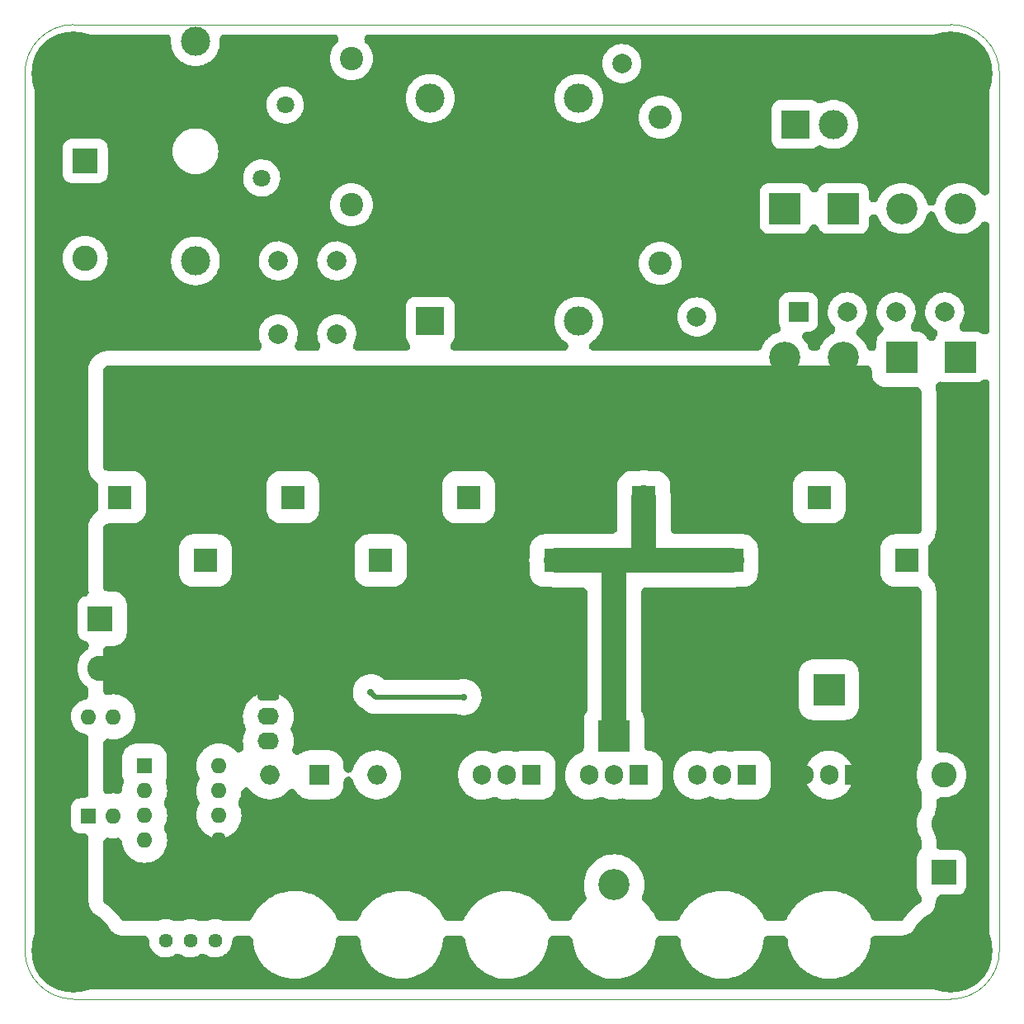
<source format=gbr>
G04 #@! TF.GenerationSoftware,KiCad,Pcbnew,6.0.10+dfsg-1~bpo11+1*
G04 #@! TF.ProjectId,project,70726f6a-6563-4742-9e6b-696361645f70,1.0.p1*
G04 #@! TF.SameCoordinates,Original*
G04 #@! TF.FileFunction,Copper,L2,Bot*
G04 #@! TF.FilePolarity,Positive*
%FSLAX46Y46*%
G04 Gerber Fmt 4.6, Leading zero omitted, Abs format (unit mm)*
%MOMM*%
%LPD*%
G01*
G04 APERTURE LIST*
G04 #@! TA.AperFunction,Profile*
%ADD10C,0.100000*%
G04 #@! TD*
G04 #@! TA.AperFunction,ComponentPad*
%ADD11R,2.400000X2.400000*%
G04 #@! TD*
G04 #@! TA.AperFunction,ComponentPad*
%ADD12C,2.400000*%
G04 #@! TD*
G04 #@! TA.AperFunction,ComponentPad*
%ADD13C,0.900000*%
G04 #@! TD*
G04 #@! TA.AperFunction,ComponentPad*
%ADD14C,8.600000*%
G04 #@! TD*
G04 #@! TA.AperFunction,ComponentPad*
%ADD15C,2.000000*%
G04 #@! TD*
G04 #@! TA.AperFunction,ComponentPad*
%ADD16R,3.200000X3.200000*%
G04 #@! TD*
G04 #@! TA.AperFunction,ComponentPad*
%ADD17O,3.200000X3.200000*%
G04 #@! TD*
G04 #@! TA.AperFunction,ComponentPad*
%ADD18R,3.000000X3.000000*%
G04 #@! TD*
G04 #@! TA.AperFunction,ComponentPad*
%ADD19C,3.000000*%
G04 #@! TD*
G04 #@! TA.AperFunction,ComponentPad*
%ADD20R,2.600000X2.600000*%
G04 #@! TD*
G04 #@! TA.AperFunction,ComponentPad*
%ADD21C,2.600000*%
G04 #@! TD*
G04 #@! TA.AperFunction,ComponentPad*
%ADD22R,2.000000X2.000000*%
G04 #@! TD*
G04 #@! TA.AperFunction,ComponentPad*
%ADD23R,1.600000X1.600000*%
G04 #@! TD*
G04 #@! TA.AperFunction,ComponentPad*
%ADD24O,1.600000X1.600000*%
G04 #@! TD*
G04 #@! TA.AperFunction,ComponentPad*
%ADD25C,1.440000*%
G04 #@! TD*
G04 #@! TA.AperFunction,ComponentPad*
%ADD26O,2.190000X1.740000*%
G04 #@! TD*
G04 #@! TA.AperFunction,ComponentPad*
%ADD27C,1.800000*%
G04 #@! TD*
G04 #@! TA.AperFunction,ComponentPad*
%ADD28R,1.905000X2.000000*%
G04 #@! TD*
G04 #@! TA.AperFunction,ComponentPad*
%ADD29O,1.905000X2.000000*%
G04 #@! TD*
G04 #@! TA.AperFunction,ComponentPad*
%ADD30O,2.000000X2.000000*%
G04 #@! TD*
G04 #@! TA.AperFunction,ViaPad*
%ADD31C,0.700000*%
G04 #@! TD*
G04 #@! TA.AperFunction,ViaPad*
%ADD32C,1.000000*%
G04 #@! TD*
G04 #@! TA.AperFunction,Conductor*
%ADD33C,2.500000*%
G04 #@! TD*
G04 #@! TA.AperFunction,Conductor*
%ADD34C,0.500000*%
G04 #@! TD*
G04 APERTURE END LIST*
D10*
X80000000Y-55000000D02*
X170000000Y-55000000D01*
X175000000Y-60000000D02*
X175000000Y-150000000D01*
X170000000Y-155000000D02*
G75*
G03*
X175000000Y-150000000I0J5000000D01*
G01*
X170000000Y-155000000D02*
X80000000Y-155000000D01*
X75000000Y-150000000D02*
G75*
G03*
X80000000Y-155000000I5000000J0D01*
G01*
X80000000Y-55000000D02*
G75*
G03*
X75000000Y-60000000I0J-5000000D01*
G01*
X175000000Y-60000000D02*
G75*
G03*
X170000000Y-55000000I-5000000J0D01*
G01*
X75000000Y-150000000D02*
X75000000Y-60000000D01*
D11*
X111512754Y-110000000D03*
D12*
X111512754Y-117500000D03*
D13*
X82280419Y-152280419D03*
X80000000Y-146775000D03*
D14*
X80000000Y-150000000D03*
D13*
X83225000Y-150000000D03*
X76775000Y-150000000D03*
X77719581Y-147719581D03*
X77719581Y-152280419D03*
X82280419Y-147719581D03*
X80000000Y-153225000D03*
D11*
X120512754Y-103500000D03*
D12*
X120512754Y-96000000D03*
D15*
X136250000Y-59000000D03*
X143750000Y-59000000D03*
D16*
X153000000Y-73868629D03*
D17*
X153000000Y-89108629D03*
D18*
X154092500Y-65250000D03*
D19*
X157972500Y-65250000D03*
D20*
X82695000Y-115955000D03*
D21*
X82695000Y-121035000D03*
D18*
X116581250Y-85430000D03*
D19*
X116581250Y-62570000D03*
X131821250Y-85430000D03*
X131821250Y-62570000D03*
D11*
X129512754Y-110000000D03*
D12*
X129512754Y-117500000D03*
D22*
X154392500Y-84488629D03*
D15*
X159392500Y-84488629D03*
X164392500Y-84488629D03*
X169392500Y-84488629D03*
D11*
X102512754Y-103500000D03*
D12*
X102512754Y-96000000D03*
D19*
X92501250Y-79250000D03*
X92501250Y-56750000D03*
D16*
X135460000Y-128015000D03*
D17*
X135460000Y-143255000D03*
D23*
X87290000Y-131090000D03*
D24*
X87290000Y-133630000D03*
X87290000Y-136170000D03*
X87290000Y-138710000D03*
X94910000Y-138710000D03*
X94910000Y-136170000D03*
X94910000Y-133630000D03*
X94910000Y-131090000D03*
D25*
X94540000Y-149000000D03*
X92000000Y-149000000D03*
X89460000Y-149000000D03*
D16*
X165000000Y-89108629D03*
D17*
X165000000Y-73868629D03*
D11*
X147512754Y-110000000D03*
D12*
X147512754Y-117500000D03*
D11*
X165512754Y-110000000D03*
D12*
X165512754Y-117500000D03*
G04 #@! TA.AperFunction,ComponentPad*
G36*
G01*
X99135000Y-122590000D02*
X100825000Y-122590000D01*
G75*
G02*
X101075000Y-122840000I0J-250000D01*
G01*
X101075000Y-124080000D01*
G75*
G02*
X100825000Y-124330000I-250000J0D01*
G01*
X99135000Y-124330000D01*
G75*
G02*
X98885000Y-124080000I0J250000D01*
G01*
X98885000Y-122840000D01*
G75*
G02*
X99135000Y-122590000I250000J0D01*
G01*
G37*
G04 #@! TD.AperFunction*
D26*
X99980000Y-126000000D03*
X99980000Y-128540000D03*
D11*
X156512754Y-103500000D03*
D12*
X156512754Y-96000000D03*
D15*
X101000000Y-86750000D03*
X101000000Y-79250000D03*
X107000000Y-86750000D03*
X107000000Y-79250000D03*
D11*
X138512754Y-103500000D03*
D12*
X138512754Y-96000000D03*
X140196250Y-64500000D03*
X140196250Y-79500000D03*
D16*
X159000000Y-73868629D03*
D17*
X159000000Y-89108629D03*
D20*
X169305000Y-142000000D03*
D21*
X169305000Y-137000000D03*
X169305000Y-132000000D03*
D20*
X81196250Y-69000000D03*
D21*
X81196250Y-74000000D03*
X81196250Y-79000000D03*
D15*
X136446250Y-85000000D03*
X143946250Y-85000000D03*
D23*
X81515000Y-136190000D03*
D24*
X84055000Y-136190000D03*
X84055000Y-126030000D03*
X81515000Y-126030000D03*
D11*
X93512754Y-110000000D03*
D12*
X93512754Y-117500000D03*
D16*
X171000000Y-89108629D03*
D17*
X171000000Y-73868629D03*
D13*
X170000000Y-63225000D03*
X172280419Y-62280419D03*
X173225000Y-60000000D03*
X167719581Y-57719581D03*
D14*
X170000000Y-60000000D03*
D13*
X172280419Y-57719581D03*
X167719581Y-62280419D03*
X166775000Y-60000000D03*
X170000000Y-56775000D03*
D16*
X157500000Y-123260000D03*
D17*
X157500000Y-138500000D03*
D13*
X166775000Y-150000000D03*
X173225000Y-150000000D03*
X167719581Y-152280419D03*
D14*
X170000000Y-150000000D03*
D13*
X167719581Y-147719581D03*
X172280419Y-152280419D03*
X170000000Y-153225000D03*
X170000000Y-146775000D03*
X172280419Y-147719581D03*
D11*
X84756377Y-103500000D03*
D12*
X84756377Y-96000000D03*
D13*
X77719581Y-57719581D03*
D14*
X80000000Y-60000000D03*
D13*
X77719581Y-62280419D03*
X80000000Y-63225000D03*
X82280419Y-62280419D03*
X83225000Y-60000000D03*
X76775000Y-60000000D03*
X80000000Y-56775000D03*
X82280419Y-57719581D03*
D27*
X101701250Y-63250000D03*
X99301250Y-70750000D03*
D12*
X108501250Y-58500000D03*
X108501250Y-73500000D03*
D28*
X138000000Y-132015000D03*
D29*
X135460000Y-132015000D03*
X132920000Y-132015000D03*
D28*
X160080000Y-132000000D03*
D29*
X157540000Y-132000000D03*
X155000000Y-132000000D03*
D22*
X105190000Y-131985000D03*
D30*
X100110000Y-131985000D03*
D28*
X127000000Y-132015000D03*
D29*
X124460000Y-132015000D03*
X121920000Y-132015000D03*
D28*
X149080000Y-132000000D03*
D29*
X146540000Y-132000000D03*
X144000000Y-132000000D03*
D22*
X116190000Y-131985000D03*
D30*
X111110000Y-131985000D03*
D31*
X145500000Y-110000000D03*
X136500000Y-110000000D03*
X144500000Y-110000000D03*
X143500000Y-110000000D03*
X137500000Y-110000000D03*
X133500000Y-110000000D03*
X138500000Y-110000000D03*
X139500000Y-110000000D03*
X132500000Y-110000000D03*
X141500000Y-110000000D03*
X142500000Y-110000000D03*
X134500000Y-110000000D03*
X131500000Y-110000000D03*
X135500000Y-110000000D03*
X140500000Y-110000000D03*
X100000000Y-139000000D03*
X99000000Y-139000000D03*
D32*
X122190000Y-142985000D03*
D31*
X87000000Y-128000000D03*
X111500000Y-127500000D03*
X116000000Y-137500000D03*
X87000000Y-143500000D03*
D32*
X121190000Y-142985000D03*
D31*
X98000000Y-139000000D03*
D32*
X124190000Y-142985000D03*
D31*
X95000000Y-126000000D03*
D32*
X125190000Y-142985000D03*
D31*
X166500000Y-93500000D03*
D32*
X123190000Y-142985000D03*
X126190000Y-142985000D03*
D31*
X110500000Y-123500000D03*
X120000000Y-124000000D03*
D33*
X140500000Y-110000000D02*
X141500000Y-110000000D01*
X144500000Y-110000000D02*
X145500000Y-110000000D01*
X143500000Y-110000000D02*
X144500000Y-110000000D01*
X142500000Y-110000000D02*
X143500000Y-110000000D01*
X141500000Y-110000000D02*
X142500000Y-110000000D01*
X139500000Y-110000000D02*
X140500000Y-110000000D01*
X129512754Y-110000000D02*
X131500000Y-110000000D01*
X136500000Y-110000000D02*
X137500000Y-110000000D01*
X131500000Y-110000000D02*
X132500000Y-110000000D01*
X132500000Y-110000000D02*
X133500000Y-110000000D01*
X145500000Y-110000000D02*
X147512754Y-110000000D01*
X135460000Y-112040000D02*
X135460000Y-111040000D01*
X133500000Y-110000000D02*
X134500000Y-110000000D01*
X138512754Y-103500000D02*
X138512754Y-109987246D01*
X137500000Y-110000000D02*
X138500000Y-110000000D01*
X135460000Y-111040000D02*
X135460000Y-110040000D01*
X135460000Y-110040000D02*
X135500000Y-110000000D01*
X135460000Y-128015000D02*
X135460000Y-112040000D01*
X134500000Y-110000000D02*
X135500000Y-110000000D01*
X138500000Y-110000000D02*
X139500000Y-110000000D01*
X135500000Y-110000000D02*
X136500000Y-110000000D01*
X138512754Y-109987246D02*
X138500000Y-110000000D01*
D34*
X110500000Y-123500000D02*
X111000000Y-124000000D01*
X111000000Y-124000000D02*
X120000000Y-124000000D01*
G04 #@! TA.AperFunction,Conductor*
G36*
X89652165Y-56020713D02*
G01*
X89781360Y-56079714D01*
X89888699Y-56172724D01*
X89965486Y-56292208D01*
X90005501Y-56428485D01*
X90009595Y-56530830D01*
X89995806Y-56750000D01*
X89996791Y-56765656D01*
X90013397Y-57029598D01*
X90015562Y-57064015D01*
X90020408Y-57089419D01*
X90067141Y-57334401D01*
X90074519Y-57373079D01*
X90171747Y-57672315D01*
X90305713Y-57957007D01*
X90314115Y-57970246D01*
X90433990Y-58159139D01*
X90474303Y-58222663D01*
X90674860Y-58465094D01*
X90686284Y-58475821D01*
X90686285Y-58475823D01*
X90892792Y-58669747D01*
X90892798Y-58669752D01*
X90904220Y-58680478D01*
X90916905Y-58689694D01*
X90916906Y-58689695D01*
X91074043Y-58803861D01*
X91158766Y-58865416D01*
X91172508Y-58872971D01*
X91172510Y-58872972D01*
X91380455Y-58987291D01*
X91434484Y-59016994D01*
X91727025Y-59132819D01*
X91742217Y-59136720D01*
X91742218Y-59136720D01*
X92016583Y-59207165D01*
X92016585Y-59207165D01*
X92031777Y-59211066D01*
X92165108Y-59227909D01*
X92328374Y-59248535D01*
X92328381Y-59248535D01*
X92343932Y-59250500D01*
X92658568Y-59250500D01*
X92674119Y-59248535D01*
X92674126Y-59248535D01*
X92837392Y-59227909D01*
X92970723Y-59211066D01*
X92985915Y-59207165D01*
X92985917Y-59207165D01*
X93260282Y-59136720D01*
X93260283Y-59136720D01*
X93275475Y-59132819D01*
X93568016Y-59016994D01*
X93622046Y-58987291D01*
X93829990Y-58872972D01*
X93829992Y-58872971D01*
X93843734Y-58865416D01*
X93928458Y-58803861D01*
X94085594Y-58689695D01*
X94085595Y-58689694D01*
X94098280Y-58680478D01*
X94109702Y-58669752D01*
X94109708Y-58669747D01*
X94316215Y-58475823D01*
X94316216Y-58475821D01*
X94327640Y-58465094D01*
X94528197Y-58222663D01*
X94568511Y-58159139D01*
X94688385Y-57970246D01*
X94696787Y-57957007D01*
X94830753Y-57672315D01*
X94927981Y-57373079D01*
X94935360Y-57334401D01*
X94982092Y-57089419D01*
X94986938Y-57064015D01*
X94989104Y-57029598D01*
X95005709Y-56765656D01*
X95006694Y-56750000D01*
X94992905Y-56530831D01*
X95004250Y-56389256D01*
X95055023Y-56256611D01*
X95141110Y-56143644D01*
X95255536Y-56059505D01*
X95389031Y-56011013D01*
X95490920Y-56000500D01*
X106688173Y-56000500D01*
X106828758Y-56020713D01*
X106957953Y-56079714D01*
X107065292Y-56172724D01*
X107142079Y-56292208D01*
X107182094Y-56428485D01*
X107182094Y-56570515D01*
X107142079Y-56706792D01*
X107065292Y-56826276D01*
X107017187Y-56874667D01*
X106954206Y-56929900D01*
X106954197Y-56929909D01*
X106941923Y-56940673D01*
X106751730Y-57157546D01*
X106742659Y-57171122D01*
X106742655Y-57171127D01*
X106690311Y-57249466D01*
X106591472Y-57397389D01*
X106463891Y-57656098D01*
X106371169Y-57929247D01*
X106314894Y-58212161D01*
X106296028Y-58500000D01*
X106314894Y-58787839D01*
X106318081Y-58803861D01*
X106360476Y-59016994D01*
X106371169Y-59070753D01*
X106463891Y-59343902D01*
X106591472Y-59602611D01*
X106751730Y-59842454D01*
X106941923Y-60059327D01*
X107158796Y-60249520D01*
X107172372Y-60258591D01*
X107172377Y-60258595D01*
X107230205Y-60297234D01*
X107398639Y-60409778D01*
X107657348Y-60537359D01*
X107930497Y-60630081D01*
X107946515Y-60633267D01*
X107946518Y-60633268D01*
X108167330Y-60677190D01*
X108213411Y-60686356D01*
X108501250Y-60705222D01*
X108789089Y-60686356D01*
X108835170Y-60677190D01*
X109055982Y-60633268D01*
X109055985Y-60633267D01*
X109072003Y-60630081D01*
X109345152Y-60537359D01*
X109603861Y-60409778D01*
X109772295Y-60297234D01*
X109830123Y-60258595D01*
X109830128Y-60258591D01*
X109843704Y-60249520D01*
X110060577Y-60059327D01*
X110250770Y-59842454D01*
X110411028Y-59602611D01*
X110538609Y-59343902D01*
X110631331Y-59070753D01*
X110642025Y-59016994D01*
X110657936Y-58937002D01*
X134245380Y-58937002D01*
X134246073Y-58954639D01*
X134253227Y-59136720D01*
X134256502Y-59220084D01*
X134307400Y-59498775D01*
X134397058Y-59767514D01*
X134404944Y-59783296D01*
X134404945Y-59783299D01*
X134508904Y-59991354D01*
X134523687Y-60020939D01*
X134533715Y-60035448D01*
X134533716Y-60035450D01*
X134674731Y-60239481D01*
X134684761Y-60253993D01*
X134877065Y-60462027D01*
X135096764Y-60640889D01*
X135111881Y-60649990D01*
X135111885Y-60649993D01*
X135112317Y-60650253D01*
X135339472Y-60787012D01*
X135355728Y-60793896D01*
X135355731Y-60793897D01*
X135584092Y-60890595D01*
X135584098Y-60890597D01*
X135600348Y-60897478D01*
X135745957Y-60936086D01*
X135857126Y-60965562D01*
X135857131Y-60965563D01*
X135874186Y-60970085D01*
X136155523Y-61003384D01*
X136438745Y-60996709D01*
X136718200Y-60950195D01*
X136735014Y-60944878D01*
X136735020Y-60944876D01*
X136971503Y-60870086D01*
X136971508Y-60870084D01*
X136988314Y-60864769D01*
X137243697Y-60742136D01*
X137406630Y-60633268D01*
X137464585Y-60594544D01*
X137464587Y-60594543D01*
X137479253Y-60584743D01*
X137690281Y-60395730D01*
X137798537Y-60266944D01*
X137861223Y-60192371D01*
X137861226Y-60192367D01*
X137872573Y-60178868D01*
X138022489Y-59938485D01*
X138137040Y-59679376D01*
X138213939Y-59406712D01*
X138222376Y-59343902D01*
X138249957Y-59138555D01*
X138249958Y-59138549D01*
X138251652Y-59125933D01*
X138253890Y-59054732D01*
X138255210Y-59012734D01*
X138255210Y-59012730D01*
X138255610Y-59000000D01*
X138235601Y-58717407D01*
X138229635Y-58689695D01*
X138179688Y-58457697D01*
X138179686Y-58457690D01*
X138175975Y-58440453D01*
X138077920Y-58174663D01*
X137943393Y-57925340D01*
X137775078Y-57697460D01*
X137576334Y-57495570D01*
X137522718Y-57454651D01*
X137365153Y-57334401D01*
X137365152Y-57334400D01*
X137351126Y-57323696D01*
X137103947Y-57185270D01*
X136839730Y-57083052D01*
X136563747Y-57019082D01*
X136304618Y-56996639D01*
X136273571Y-56989396D01*
X136225012Y-56997746D01*
X135998630Y-57010205D01*
X135981331Y-57013646D01*
X135738072Y-57062033D01*
X135738069Y-57062034D01*
X135720774Y-57065474D01*
X135704141Y-57071315D01*
X135704134Y-57071317D01*
X135493556Y-57145267D01*
X135453476Y-57159342D01*
X135430789Y-57171127D01*
X135233274Y-57273728D01*
X135202072Y-57289936D01*
X135187716Y-57300195D01*
X135064844Y-57388001D01*
X134971576Y-57454651D01*
X134766588Y-57650199D01*
X134755669Y-57664049D01*
X134755666Y-57664053D01*
X134725802Y-57701936D01*
X134591199Y-57872680D01*
X134448907Y-58117654D01*
X134342552Y-58380232D01*
X134338300Y-58397347D01*
X134338299Y-58397352D01*
X134321472Y-58465094D01*
X134274255Y-58655177D01*
X134272457Y-58672726D01*
X134252715Y-58865416D01*
X134245380Y-58937002D01*
X110657936Y-58937002D01*
X110684419Y-58803861D01*
X110687606Y-58787839D01*
X110706472Y-58500000D01*
X110687606Y-58212161D01*
X110631331Y-57929247D01*
X110538609Y-57656098D01*
X110411028Y-57397389D01*
X110312189Y-57249466D01*
X110259845Y-57171127D01*
X110259841Y-57171122D01*
X110250770Y-57157546D01*
X110060577Y-56940673D01*
X110048303Y-56929909D01*
X110048294Y-56929900D01*
X109985313Y-56874667D01*
X109892943Y-56766777D01*
X109834712Y-56637232D01*
X109815336Y-56496530D01*
X109836385Y-56356068D01*
X109896155Y-56227227D01*
X109989802Y-56120443D01*
X110109740Y-56044368D01*
X110246253Y-56005165D01*
X110314327Y-56000500D01*
X136197591Y-56000500D01*
X136259132Y-56009348D01*
X136347675Y-56000500D01*
X169915781Y-56000500D01*
X169948711Y-56002341D01*
X169961710Y-56002523D01*
X169985963Y-56005243D01*
X170010282Y-56003201D01*
X170034682Y-56003542D01*
X170034679Y-56003738D01*
X170059801Y-56003265D01*
X170227391Y-56011013D01*
X170345985Y-56016496D01*
X170391879Y-56020749D01*
X170712056Y-56065412D01*
X170757361Y-56073881D01*
X171072061Y-56147897D01*
X171116393Y-56160511D01*
X171152832Y-56172724D01*
X171422919Y-56263248D01*
X171465867Y-56279885D01*
X171761631Y-56410477D01*
X171802880Y-56431018D01*
X172085316Y-56588334D01*
X172124483Y-56612585D01*
X172391213Y-56795298D01*
X172427972Y-56823057D01*
X172676710Y-57029606D01*
X172710762Y-57060650D01*
X172939350Y-57289238D01*
X172970394Y-57323290D01*
X173176943Y-57572028D01*
X173204702Y-57608787D01*
X173387415Y-57875517D01*
X173411666Y-57914684D01*
X173568982Y-58197120D01*
X173589523Y-58238369D01*
X173720115Y-58534133D01*
X173736752Y-58577081D01*
X173778005Y-58700164D01*
X173839489Y-58883607D01*
X173852103Y-58927939D01*
X173926119Y-59242639D01*
X173934588Y-59287944D01*
X173979251Y-59608121D01*
X173983504Y-59654015D01*
X173996843Y-59942529D01*
X173997193Y-59964249D01*
X173994757Y-59985963D01*
X173996799Y-60010279D01*
X173997750Y-60021605D01*
X173999500Y-60063360D01*
X173999500Y-72034781D01*
X173979287Y-72175366D01*
X173920286Y-72304561D01*
X173827276Y-72411900D01*
X173707792Y-72488687D01*
X173571515Y-72528702D01*
X173429485Y-72528702D01*
X173293208Y-72488687D01*
X173173724Y-72411900D01*
X173107015Y-72341653D01*
X173004975Y-72210813D01*
X172954229Y-72145744D01*
X172934582Y-72125994D01*
X172743689Y-71934099D01*
X172743684Y-71934094D01*
X172733093Y-71923448D01*
X172668791Y-71872756D01*
X172498657Y-71738633D01*
X172498651Y-71738629D01*
X172486853Y-71729328D01*
X172471386Y-71719905D01*
X172273412Y-71599298D01*
X172219076Y-71566196D01*
X171933639Y-71436416D01*
X171903145Y-71426772D01*
X171649016Y-71346401D01*
X171649013Y-71346400D01*
X171634679Y-71341867D01*
X171326525Y-71283919D01*
X171201500Y-71275725D01*
X171028630Y-71264394D01*
X171028623Y-71264394D01*
X171013641Y-71263412D01*
X170700560Y-71280642D01*
X170685756Y-71283266D01*
X170685753Y-71283266D01*
X170406614Y-71332736D01*
X170406607Y-71332738D01*
X170391816Y-71335359D01*
X170294570Y-71364997D01*
X170106262Y-71422389D01*
X170106257Y-71422391D01*
X170091882Y-71426772D01*
X170078138Y-71432848D01*
X170078133Y-71432850D01*
X169818843Y-71547481D01*
X169805102Y-71553556D01*
X169535631Y-71713875D01*
X169523732Y-71723055D01*
X169329692Y-71872756D01*
X169287371Y-71905406D01*
X169276666Y-71915944D01*
X169276665Y-71915945D01*
X169239146Y-71952879D01*
X169063920Y-72125374D01*
X169054554Y-72137128D01*
X169054551Y-72137131D01*
X168877879Y-72358841D01*
X168868513Y-72370595D01*
X168860630Y-72383383D01*
X168860629Y-72383385D01*
X168843052Y-72411900D01*
X168703982Y-72637515D01*
X168697690Y-72651162D01*
X168697688Y-72651167D01*
X168688284Y-72671567D01*
X168572709Y-72922268D01*
X168568100Y-72936581D01*
X168568099Y-72936583D01*
X168525239Y-73069676D01*
X168476596Y-73220729D01*
X168474549Y-73220070D01*
X168428250Y-73331409D01*
X168338977Y-73441876D01*
X168222198Y-73522718D01*
X168087374Y-73567384D01*
X167945428Y-73572256D01*
X167807858Y-73536941D01*
X167685811Y-73464298D01*
X167589173Y-73360213D01*
X167522901Y-73224165D01*
X167507771Y-73175439D01*
X167437068Y-72947738D01*
X167355032Y-72764771D01*
X167314934Y-72675339D01*
X167314930Y-72675332D01*
X167308785Y-72661626D01*
X167301037Y-72648756D01*
X167301033Y-72648749D01*
X167154811Y-72405876D01*
X167154809Y-72405874D01*
X167147057Y-72392997D01*
X167129587Y-72370595D01*
X167004975Y-72210813D01*
X166954229Y-72145744D01*
X166934582Y-72125994D01*
X166743689Y-71934099D01*
X166743684Y-71934094D01*
X166733093Y-71923448D01*
X166668791Y-71872756D01*
X166498657Y-71738633D01*
X166498651Y-71738629D01*
X166486853Y-71729328D01*
X166471386Y-71719905D01*
X166273412Y-71599298D01*
X166219076Y-71566196D01*
X165933639Y-71436416D01*
X165903145Y-71426772D01*
X165649016Y-71346401D01*
X165649013Y-71346400D01*
X165634679Y-71341867D01*
X165326525Y-71283919D01*
X165201500Y-71275725D01*
X165028630Y-71264394D01*
X165028623Y-71264394D01*
X165013641Y-71263412D01*
X164700560Y-71280642D01*
X164685756Y-71283266D01*
X164685753Y-71283266D01*
X164406614Y-71332736D01*
X164406607Y-71332738D01*
X164391816Y-71335359D01*
X164294570Y-71364997D01*
X164106262Y-71422389D01*
X164106257Y-71422391D01*
X164091882Y-71426772D01*
X164078138Y-71432848D01*
X164078133Y-71432850D01*
X163818843Y-71547481D01*
X163805102Y-71553556D01*
X163535631Y-71713875D01*
X163523732Y-71723055D01*
X163329692Y-71872756D01*
X163287371Y-71905406D01*
X163276666Y-71915944D01*
X163276665Y-71915945D01*
X163239146Y-71952879D01*
X163063920Y-72125374D01*
X163054554Y-72137128D01*
X163054551Y-72137131D01*
X162877879Y-72358841D01*
X162868513Y-72370595D01*
X162860630Y-72383383D01*
X162860629Y-72383385D01*
X162843052Y-72411900D01*
X162703982Y-72637515D01*
X162697690Y-72651162D01*
X162697688Y-72651167D01*
X162688284Y-72671567D01*
X162572709Y-72922268D01*
X162568104Y-72936567D01*
X162564412Y-72946037D01*
X162494511Y-73069676D01*
X162392609Y-73168613D01*
X162266961Y-73234833D01*
X162127746Y-73262971D01*
X161986243Y-73250748D01*
X161853915Y-73199154D01*
X161741483Y-73112369D01*
X161658055Y-72997424D01*
X161610391Y-72863631D01*
X161600500Y-72764771D01*
X161600500Y-72210813D01*
X161589766Y-72090542D01*
X161533741Y-71895159D01*
X161439573Y-71715033D01*
X161311109Y-71557520D01*
X161153596Y-71429056D01*
X160973470Y-71334888D01*
X160778087Y-71278863D01*
X160657816Y-71268129D01*
X157342184Y-71268129D01*
X157221913Y-71278863D01*
X157026530Y-71334888D01*
X156846404Y-71429056D01*
X156688891Y-71557520D01*
X156560427Y-71715033D01*
X156466259Y-71895159D01*
X156461050Y-71913326D01*
X156392336Y-72032427D01*
X156289574Y-72130471D01*
X156163353Y-72195592D01*
X156023898Y-72222514D01*
X155882507Y-72209057D01*
X155750634Y-72156311D01*
X155638963Y-72068548D01*
X155556542Y-71952879D01*
X155539746Y-71916102D01*
X155533741Y-71895159D01*
X155439573Y-71715033D01*
X155311109Y-71557520D01*
X155153596Y-71429056D01*
X154973470Y-71334888D01*
X154778087Y-71278863D01*
X154657816Y-71268129D01*
X151342184Y-71268129D01*
X151221913Y-71278863D01*
X151026530Y-71334888D01*
X150846404Y-71429056D01*
X150688891Y-71557520D01*
X150560427Y-71715033D01*
X150466259Y-71895159D01*
X150410234Y-72090542D01*
X150399500Y-72210813D01*
X150399500Y-75526445D01*
X150410234Y-75646716D01*
X150466259Y-75842099D01*
X150560427Y-76022225D01*
X150688891Y-76179738D01*
X150846404Y-76308202D01*
X151026530Y-76402370D01*
X151221913Y-76458395D01*
X151342184Y-76469129D01*
X154657816Y-76469129D01*
X154778087Y-76458395D01*
X154973470Y-76402370D01*
X155153596Y-76308202D01*
X155311109Y-76179738D01*
X155439573Y-76022225D01*
X155533741Y-75842099D01*
X155538950Y-75823932D01*
X155607664Y-75704831D01*
X155710426Y-75606787D01*
X155836647Y-75541666D01*
X155976102Y-75514744D01*
X156117493Y-75528201D01*
X156249366Y-75580947D01*
X156361037Y-75668710D01*
X156443458Y-75784379D01*
X156460254Y-75821156D01*
X156466259Y-75842099D01*
X156560427Y-76022225D01*
X156688891Y-76179738D01*
X156846404Y-76308202D01*
X157026530Y-76402370D01*
X157221913Y-76458395D01*
X157342184Y-76469129D01*
X160657816Y-76469129D01*
X160778087Y-76458395D01*
X160973470Y-76402370D01*
X161153596Y-76308202D01*
X161311109Y-76179738D01*
X161439573Y-76022225D01*
X161533741Y-75842099D01*
X161589766Y-75646716D01*
X161600500Y-75526445D01*
X161600500Y-74971393D01*
X161620713Y-74830808D01*
X161679714Y-74701613D01*
X161772724Y-74594274D01*
X161892208Y-74517487D01*
X162028485Y-74477472D01*
X162170515Y-74477472D01*
X162306792Y-74517487D01*
X162426276Y-74594274D01*
X162519286Y-74701613D01*
X162556938Y-74772017D01*
X162678703Y-75051389D01*
X162837608Y-75321696D01*
X162846718Y-75333633D01*
X162846722Y-75333639D01*
X162897903Y-75400702D01*
X163027836Y-75570955D01*
X163038316Y-75581713D01*
X163078596Y-75623061D01*
X163246632Y-75795555D01*
X163258328Y-75804976D01*
X163258335Y-75804982D01*
X163479125Y-75982819D01*
X163479132Y-75982824D01*
X163490826Y-75992243D01*
X163503570Y-76000191D01*
X163503573Y-76000193D01*
X163550641Y-76029547D01*
X163756881Y-76158170D01*
X164040942Y-76290932D01*
X164093624Y-76308202D01*
X164324615Y-76383925D01*
X164324623Y-76383927D01*
X164338896Y-76388606D01*
X164646427Y-76449778D01*
X164959078Y-76473561D01*
X164974077Y-76472893D01*
X164974079Y-76472893D01*
X165257310Y-76460279D01*
X165257316Y-76460278D01*
X165272323Y-76459610D01*
X165318946Y-76451850D01*
X165566801Y-76410596D01*
X165581623Y-76408129D01*
X165882498Y-76319861D01*
X165964643Y-76284569D01*
X166156792Y-76202015D01*
X166170590Y-76196087D01*
X166441725Y-76038600D01*
X166691976Y-75849679D01*
X166902518Y-75646716D01*
X166906899Y-75642493D01*
X166906903Y-75642489D01*
X166917719Y-75632062D01*
X167092806Y-75417001D01*
X167106198Y-75400552D01*
X167106201Y-75400548D01*
X167115683Y-75388901D01*
X167158087Y-75321696D01*
X167274983Y-75136427D01*
X167274984Y-75136425D01*
X167283001Y-75123719D01*
X167317269Y-75051389D01*
X167410815Y-74853936D01*
X167410816Y-74853932D01*
X167417248Y-74840357D01*
X167447539Y-74749565D01*
X167511728Y-74557164D01*
X167516481Y-74542918D01*
X167519287Y-74529188D01*
X167575028Y-74399016D01*
X167665456Y-74289493D01*
X167783078Y-74209883D01*
X167918363Y-74166636D01*
X168060353Y-74163254D01*
X168197544Y-74200013D01*
X168318822Y-74273934D01*
X168414361Y-74379029D01*
X168479194Y-74515746D01*
X168553422Y-74763949D01*
X168678703Y-75051389D01*
X168837608Y-75321696D01*
X168846718Y-75333633D01*
X168846722Y-75333639D01*
X168897903Y-75400702D01*
X169027836Y-75570955D01*
X169038316Y-75581713D01*
X169078596Y-75623061D01*
X169246632Y-75795555D01*
X169258328Y-75804976D01*
X169258335Y-75804982D01*
X169479125Y-75982819D01*
X169479132Y-75982824D01*
X169490826Y-75992243D01*
X169503570Y-76000191D01*
X169503573Y-76000193D01*
X169550641Y-76029547D01*
X169756881Y-76158170D01*
X170040942Y-76290932D01*
X170093624Y-76308202D01*
X170324615Y-76383925D01*
X170324623Y-76383927D01*
X170338896Y-76388606D01*
X170646427Y-76449778D01*
X170959078Y-76473561D01*
X170974077Y-76472893D01*
X170974079Y-76472893D01*
X171257310Y-76460279D01*
X171257316Y-76460278D01*
X171272323Y-76459610D01*
X171318946Y-76451850D01*
X171566801Y-76410596D01*
X171581623Y-76408129D01*
X171882498Y-76319861D01*
X171964643Y-76284569D01*
X172156792Y-76202015D01*
X172170590Y-76196087D01*
X172441725Y-76038600D01*
X172691976Y-75849679D01*
X172902518Y-75646716D01*
X172906899Y-75642493D01*
X172906903Y-75642489D01*
X172917719Y-75632062D01*
X173113528Y-75391548D01*
X173217961Y-75295288D01*
X173345284Y-75232348D01*
X173485182Y-75207829D01*
X173626320Y-75223717D01*
X173757266Y-75278725D01*
X173867410Y-75368396D01*
X173947829Y-75485466D01*
X173992008Y-75620450D01*
X173999500Y-75706594D01*
X173999500Y-86308067D01*
X173979287Y-86448652D01*
X173920286Y-86577847D01*
X173827276Y-86685186D01*
X173707792Y-86761973D01*
X173571515Y-86801988D01*
X173429485Y-86801988D01*
X173293208Y-86761973D01*
X173185119Y-86694766D01*
X173153596Y-86669056D01*
X172973470Y-86574888D01*
X172778087Y-86518863D01*
X172657816Y-86508129D01*
X171379777Y-86508129D01*
X171239192Y-86487916D01*
X171109997Y-86428915D01*
X171002658Y-86335905D01*
X170925871Y-86216421D01*
X170885856Y-86080144D01*
X170885856Y-85938114D01*
X170925871Y-85801837D01*
X170997805Y-85688040D01*
X171003720Y-85681003D01*
X171015073Y-85667497D01*
X171164989Y-85427114D01*
X171279540Y-85168005D01*
X171356439Y-84895341D01*
X171363951Y-84839419D01*
X171392457Y-84627184D01*
X171392458Y-84627178D01*
X171394152Y-84614562D01*
X171397043Y-84522594D01*
X171397710Y-84501363D01*
X171397710Y-84501359D01*
X171398110Y-84488629D01*
X171378101Y-84206036D01*
X171368482Y-84161355D01*
X171322188Y-83946326D01*
X171322186Y-83946319D01*
X171318475Y-83929082D01*
X171220420Y-83663292D01*
X171175925Y-83580827D01*
X171094272Y-83429498D01*
X171085893Y-83413969D01*
X170917578Y-83186089D01*
X170718834Y-82984199D01*
X170665218Y-82943280D01*
X170507653Y-82823030D01*
X170507652Y-82823029D01*
X170493626Y-82812325D01*
X170246447Y-82673899D01*
X169982230Y-82571681D01*
X169706247Y-82507711D01*
X169424003Y-82483266D01*
X169406395Y-82484235D01*
X169406393Y-82484235D01*
X169317671Y-82489118D01*
X169141130Y-82498834D01*
X169123831Y-82502275D01*
X168880572Y-82550662D01*
X168880569Y-82550663D01*
X168863274Y-82554103D01*
X168846641Y-82559944D01*
X168846634Y-82559946D01*
X168626246Y-82637341D01*
X168595976Y-82647971D01*
X168344572Y-82778565D01*
X168114076Y-82943280D01*
X167909088Y-83138828D01*
X167898169Y-83152678D01*
X167898166Y-83152682D01*
X167865678Y-83193893D01*
X167733699Y-83361309D01*
X167591407Y-83606283D01*
X167485052Y-83868861D01*
X167480800Y-83885976D01*
X167480799Y-83885981D01*
X167463074Y-83957337D01*
X167416755Y-84143806D01*
X167387880Y-84425631D01*
X167385749Y-84425413D01*
X167379004Y-84463739D01*
X167393133Y-84559342D01*
X167397588Y-84672726D01*
X167399002Y-84708713D01*
X167449900Y-84987404D01*
X167455480Y-85004130D01*
X167455481Y-85004133D01*
X167467426Y-85039936D01*
X167539558Y-85256143D01*
X167547444Y-85271925D01*
X167547445Y-85271928D01*
X167614793Y-85406712D01*
X167666187Y-85509568D01*
X167676215Y-85524077D01*
X167676216Y-85524079D01*
X167691674Y-85546445D01*
X167827261Y-85742622D01*
X168019565Y-85950656D01*
X168033246Y-85961794D01*
X168033247Y-85961795D01*
X168145373Y-86053079D01*
X168239264Y-86129518D01*
X168254381Y-86138619D01*
X168254385Y-86138622D01*
X168415594Y-86235678D01*
X168525610Y-86325506D01*
X168605861Y-86442691D01*
X168649847Y-86577739D01*
X168654004Y-86719708D01*
X168617995Y-86857098D01*
X168575529Y-86936516D01*
X168560427Y-86955033D01*
X168548712Y-86977441D01*
X168548711Y-86977443D01*
X168488338Y-87092926D01*
X168466259Y-87135159D01*
X168461050Y-87153326D01*
X168392336Y-87272427D01*
X168289574Y-87370471D01*
X168163353Y-87435592D01*
X168023898Y-87462514D01*
X167882507Y-87449057D01*
X167750634Y-87396311D01*
X167638963Y-87308548D01*
X167556542Y-87192879D01*
X167539746Y-87156102D01*
X167533741Y-87135159D01*
X167439573Y-86955033D01*
X167311109Y-86797520D01*
X167153596Y-86669056D01*
X166973470Y-86574888D01*
X166778087Y-86518863D01*
X166657816Y-86508129D01*
X166379777Y-86508129D01*
X166239192Y-86487916D01*
X166109997Y-86428915D01*
X166002658Y-86335905D01*
X165925871Y-86216421D01*
X165885856Y-86080144D01*
X165885856Y-85938114D01*
X165925871Y-85801837D01*
X165997805Y-85688040D01*
X166003720Y-85681003D01*
X166015073Y-85667497D01*
X166164989Y-85427114D01*
X166279540Y-85168005D01*
X166356439Y-84895341D01*
X166363951Y-84839419D01*
X166392457Y-84627184D01*
X166392458Y-84627178D01*
X166394152Y-84614562D01*
X166395764Y-84563261D01*
X166406545Y-84502007D01*
X166393362Y-84421570D01*
X166379347Y-84223631D01*
X166379347Y-84223628D01*
X166378101Y-84206036D01*
X166368482Y-84161355D01*
X166322188Y-83946326D01*
X166322186Y-83946319D01*
X166318475Y-83929082D01*
X166220420Y-83663292D01*
X166175925Y-83580827D01*
X166094272Y-83429498D01*
X166085893Y-83413969D01*
X165917578Y-83186089D01*
X165718834Y-82984199D01*
X165665218Y-82943280D01*
X165507653Y-82823030D01*
X165507652Y-82823029D01*
X165493626Y-82812325D01*
X165246447Y-82673899D01*
X164982230Y-82571681D01*
X164706247Y-82507711D01*
X164424003Y-82483266D01*
X164406395Y-82484235D01*
X164406393Y-82484235D01*
X164317671Y-82489118D01*
X164141130Y-82498834D01*
X164123831Y-82502275D01*
X163880572Y-82550662D01*
X163880569Y-82550663D01*
X163863274Y-82554103D01*
X163846641Y-82559944D01*
X163846634Y-82559946D01*
X163626246Y-82637341D01*
X163595976Y-82647971D01*
X163344572Y-82778565D01*
X163114076Y-82943280D01*
X162909088Y-83138828D01*
X162898169Y-83152678D01*
X162898166Y-83152682D01*
X162865678Y-83193893D01*
X162733699Y-83361309D01*
X162591407Y-83606283D01*
X162485052Y-83868861D01*
X162480800Y-83885976D01*
X162480799Y-83885981D01*
X162463074Y-83957337D01*
X162416755Y-84143806D01*
X162387880Y-84425631D01*
X162385749Y-84425413D01*
X162379004Y-84463739D01*
X162393133Y-84559342D01*
X162397588Y-84672726D01*
X162399002Y-84708713D01*
X162449900Y-84987404D01*
X162455480Y-85004130D01*
X162455481Y-85004133D01*
X162467426Y-85039936D01*
X162539558Y-85256143D01*
X162547444Y-85271925D01*
X162547445Y-85271928D01*
X162614793Y-85406712D01*
X162666187Y-85509568D01*
X162676215Y-85524077D01*
X162676216Y-85524079D01*
X162691674Y-85546445D01*
X162827261Y-85742622D01*
X162969290Y-85896269D01*
X163049875Y-86013222D01*
X163094247Y-86148143D01*
X163098809Y-86290100D01*
X163063193Y-86427592D01*
X162990284Y-86549481D01*
X162877549Y-86651580D01*
X162868810Y-86657343D01*
X162846404Y-86669056D01*
X162688891Y-86797520D01*
X162560427Y-86955033D01*
X162466259Y-87135159D01*
X162410234Y-87330542D01*
X162399500Y-87450813D01*
X162399500Y-88005035D01*
X162379287Y-88145620D01*
X162320286Y-88274815D01*
X162227276Y-88382154D01*
X162107792Y-88458941D01*
X161971515Y-88498956D01*
X161829485Y-88498956D01*
X161693208Y-88458941D01*
X161573724Y-88382154D01*
X161480714Y-88274815D01*
X161437349Y-88188644D01*
X161437068Y-88187738D01*
X161366836Y-88031098D01*
X161314934Y-87915339D01*
X161314930Y-87915332D01*
X161308785Y-87901626D01*
X161301037Y-87888756D01*
X161301033Y-87888749D01*
X161154811Y-87645876D01*
X161154809Y-87645874D01*
X161147057Y-87632997D01*
X161129587Y-87610595D01*
X161013644Y-87461929D01*
X160954229Y-87385744D01*
X160938264Y-87369695D01*
X160743689Y-87174099D01*
X160743684Y-87174094D01*
X160733093Y-87163448D01*
X160691822Y-87130912D01*
X160498659Y-86978635D01*
X160498658Y-86978634D01*
X160486853Y-86969328D01*
X160487355Y-86968691D01*
X160392263Y-86880078D01*
X160319844Y-86757897D01*
X160284781Y-86620263D01*
X160289914Y-86478325D01*
X160334828Y-86343584D01*
X160415883Y-86226953D01*
X160503717Y-86152241D01*
X160537724Y-86129518D01*
X160621753Y-86073372D01*
X160832781Y-85884359D01*
X160951924Y-85742622D01*
X161003723Y-85681000D01*
X161003726Y-85680996D01*
X161015073Y-85667497D01*
X161164989Y-85427114D01*
X161279540Y-85168005D01*
X161356439Y-84895341D01*
X161363951Y-84839419D01*
X161392457Y-84627184D01*
X161392458Y-84627178D01*
X161394152Y-84614562D01*
X161395764Y-84563261D01*
X161406545Y-84502007D01*
X161393362Y-84421570D01*
X161379347Y-84223631D01*
X161379347Y-84223628D01*
X161378101Y-84206036D01*
X161368482Y-84161355D01*
X161322188Y-83946326D01*
X161322186Y-83946319D01*
X161318475Y-83929082D01*
X161220420Y-83663292D01*
X161175925Y-83580827D01*
X161094272Y-83429498D01*
X161085893Y-83413969D01*
X160917578Y-83186089D01*
X160718834Y-82984199D01*
X160665218Y-82943280D01*
X160507653Y-82823030D01*
X160507652Y-82823029D01*
X160493626Y-82812325D01*
X160246447Y-82673899D01*
X159982230Y-82571681D01*
X159706247Y-82507711D01*
X159424003Y-82483266D01*
X159406395Y-82484235D01*
X159406393Y-82484235D01*
X159317671Y-82489118D01*
X159141130Y-82498834D01*
X159123831Y-82502275D01*
X158880572Y-82550662D01*
X158880569Y-82550663D01*
X158863274Y-82554103D01*
X158846641Y-82559944D01*
X158846634Y-82559946D01*
X158626246Y-82637341D01*
X158595976Y-82647971D01*
X158344572Y-82778565D01*
X158114076Y-82943280D01*
X157909088Y-83138828D01*
X157898169Y-83152678D01*
X157898166Y-83152682D01*
X157865678Y-83193893D01*
X157733699Y-83361309D01*
X157591407Y-83606283D01*
X157485052Y-83868861D01*
X157480800Y-83885976D01*
X157480799Y-83885981D01*
X157463074Y-83957337D01*
X157416755Y-84143806D01*
X157414957Y-84161355D01*
X157388401Y-84420546D01*
X157382345Y-84444778D01*
X157390615Y-84495243D01*
X157396899Y-84655177D01*
X157399002Y-84708713D01*
X157449900Y-84987404D01*
X157455480Y-85004130D01*
X157455481Y-85004133D01*
X157467426Y-85039936D01*
X157539558Y-85256143D01*
X157547444Y-85271925D01*
X157547445Y-85271928D01*
X157614793Y-85406712D01*
X157666187Y-85509568D01*
X157676215Y-85524077D01*
X157676216Y-85524079D01*
X157691674Y-85546445D01*
X157827261Y-85742622D01*
X158018248Y-85949231D01*
X158019565Y-85950656D01*
X158019462Y-85950751D01*
X158102032Y-86054117D01*
X158155821Y-86185568D01*
X158170398Y-86326848D01*
X158144581Y-86466512D01*
X158080462Y-86593245D01*
X157983236Y-86696781D01*
X157873566Y-86763288D01*
X157818845Y-86787480D01*
X157818843Y-86787481D01*
X157805102Y-86793556D01*
X157535631Y-86953875D01*
X157523732Y-86963055D01*
X157329692Y-87112756D01*
X157287371Y-87145406D01*
X157276666Y-87155944D01*
X157276665Y-87155945D01*
X157269043Y-87163448D01*
X157063920Y-87365374D01*
X157054554Y-87377128D01*
X157054551Y-87377131D01*
X156910247Y-87558222D01*
X156868513Y-87610595D01*
X156860630Y-87623383D01*
X156860629Y-87623385D01*
X156832682Y-87668724D01*
X156703982Y-87877515D01*
X156697690Y-87891162D01*
X156697688Y-87891167D01*
X156645675Y-88003993D01*
X156572709Y-88162268D01*
X156568102Y-88176574D01*
X156568028Y-88176764D01*
X156498128Y-88300402D01*
X156396227Y-88399340D01*
X156270579Y-88465561D01*
X156131364Y-88493700D01*
X156103115Y-88494500D01*
X155896897Y-88494500D01*
X155756312Y-88474287D01*
X155627117Y-88415286D01*
X155519778Y-88322276D01*
X155442991Y-88202792D01*
X155438093Y-88191038D01*
X155437068Y-88187738D01*
X155432095Y-88176646D01*
X155314934Y-87915339D01*
X155314930Y-87915332D01*
X155308785Y-87901626D01*
X155301037Y-87888756D01*
X155301033Y-87888749D01*
X155154811Y-87645876D01*
X155154809Y-87645874D01*
X155147057Y-87632997D01*
X155129587Y-87610595D01*
X155013644Y-87461929D01*
X154954229Y-87385744D01*
X154908775Y-87340051D01*
X154823957Y-87226130D01*
X154774670Y-87092926D01*
X154764908Y-86951231D01*
X154795461Y-86812526D01*
X154863854Y-86688047D01*
X154964547Y-86587879D01*
X155089381Y-86520137D01*
X155228244Y-86490309D01*
X155262542Y-86489129D01*
X155450316Y-86489129D01*
X155570587Y-86478395D01*
X155765970Y-86422370D01*
X155946096Y-86328202D01*
X156103609Y-86199738D01*
X156232073Y-86042225D01*
X156326241Y-85862099D01*
X156382266Y-85666716D01*
X156393000Y-85546445D01*
X156393000Y-84514833D01*
X156401144Y-84458192D01*
X156393000Y-84369686D01*
X156393000Y-83430813D01*
X156382266Y-83310542D01*
X156326241Y-83115159D01*
X156307373Y-83079067D01*
X156271372Y-83010205D01*
X156232073Y-82935033D01*
X156103609Y-82777520D01*
X155946096Y-82649056D01*
X155765970Y-82554888D01*
X155570587Y-82498863D01*
X155450316Y-82488129D01*
X153334684Y-82488129D01*
X153214413Y-82498863D01*
X153019030Y-82554888D01*
X152838904Y-82649056D01*
X152681391Y-82777520D01*
X152552927Y-82935033D01*
X152513628Y-83010205D01*
X152477628Y-83079067D01*
X152458759Y-83115159D01*
X152402734Y-83310542D01*
X152392000Y-83430813D01*
X152392000Y-85546445D01*
X152402734Y-85666716D01*
X152458759Y-85862099D01*
X152492487Y-85926614D01*
X152539704Y-86060560D01*
X152547272Y-86202389D01*
X152514576Y-86340605D01*
X152444265Y-86464010D01*
X152342034Y-86562607D01*
X152216167Y-86628410D01*
X152195790Y-86635103D01*
X152091882Y-86666772D01*
X152078138Y-86672848D01*
X152078133Y-86672850D01*
X151818843Y-86787481D01*
X151805102Y-86793556D01*
X151535631Y-86953875D01*
X151523732Y-86963055D01*
X151329692Y-87112756D01*
X151287371Y-87145406D01*
X151276666Y-87155944D01*
X151276665Y-87155945D01*
X151269043Y-87163448D01*
X151063920Y-87365374D01*
X151054554Y-87377128D01*
X151054551Y-87377131D01*
X150910247Y-87558222D01*
X150868513Y-87610595D01*
X150860630Y-87623383D01*
X150860629Y-87623385D01*
X150832682Y-87668724D01*
X150703982Y-87877515D01*
X150697690Y-87891162D01*
X150697688Y-87891167D01*
X150645675Y-88003993D01*
X150572709Y-88162268D01*
X150568102Y-88176574D01*
X150568028Y-88176764D01*
X150498128Y-88300402D01*
X150396227Y-88399340D01*
X150270579Y-88465561D01*
X150131364Y-88493700D01*
X150103115Y-88494500D01*
X133380834Y-88494500D01*
X133240249Y-88474287D01*
X133111054Y-88415286D01*
X133003715Y-88322276D01*
X132926928Y-88202792D01*
X132886913Y-88066515D01*
X132886913Y-87924485D01*
X132926928Y-87788208D01*
X133003715Y-87668724D01*
X133111054Y-87575714D01*
X133140440Y-87558222D01*
X133149990Y-87552972D01*
X133149992Y-87552971D01*
X133163734Y-87545416D01*
X133278645Y-87461929D01*
X133405594Y-87369695D01*
X133405595Y-87369694D01*
X133418280Y-87360478D01*
X133429702Y-87349752D01*
X133429708Y-87349747D01*
X133636215Y-87155823D01*
X133636216Y-87155821D01*
X133647640Y-87145094D01*
X133659373Y-87130912D01*
X133786334Y-86977442D01*
X133848197Y-86902663D01*
X133865161Y-86875933D01*
X133964303Y-86719708D01*
X134016787Y-86637007D01*
X134150753Y-86352315D01*
X134247981Y-86053079D01*
X134254327Y-86019816D01*
X134303999Y-85759421D01*
X134306938Y-85744015D01*
X134310903Y-85681003D01*
X134325709Y-85445656D01*
X134326694Y-85430000D01*
X134306938Y-85115985D01*
X134282388Y-84987291D01*
X134272795Y-84937002D01*
X141941630Y-84937002D01*
X141942323Y-84954639D01*
X141951743Y-85194392D01*
X141952752Y-85220084D01*
X142003650Y-85498775D01*
X142093308Y-85767514D01*
X142101194Y-85783296D01*
X142101195Y-85783299D01*
X142184866Y-85950751D01*
X142219937Y-86020939D01*
X142229965Y-86035448D01*
X142229966Y-86035450D01*
X142355043Y-86216421D01*
X142381011Y-86253993D01*
X142573315Y-86462027D01*
X142586996Y-86473165D01*
X142586997Y-86473166D01*
X142720516Y-86581867D01*
X142793014Y-86640889D01*
X142808131Y-86649990D01*
X142808135Y-86649993D01*
X142898902Y-86704639D01*
X143035722Y-86787012D01*
X143051978Y-86793896D01*
X143051981Y-86793897D01*
X143280342Y-86890595D01*
X143280348Y-86890597D01*
X143296598Y-86897478D01*
X143439772Y-86935440D01*
X143553376Y-86965562D01*
X143553381Y-86965563D01*
X143570436Y-86970085D01*
X143851773Y-87003384D01*
X144134995Y-86996709D01*
X144414450Y-86950195D01*
X144431264Y-86944878D01*
X144431270Y-86944876D01*
X144667753Y-86870086D01*
X144667758Y-86870084D01*
X144684564Y-86864769D01*
X144939947Y-86742136D01*
X145118515Y-86622821D01*
X145160835Y-86594544D01*
X145160837Y-86594543D01*
X145175503Y-86584743D01*
X145194285Y-86567921D01*
X145266307Y-86503412D01*
X145386531Y-86395730D01*
X145505674Y-86253993D01*
X145557473Y-86192371D01*
X145557476Y-86192367D01*
X145568823Y-86178868D01*
X145718739Y-85938485D01*
X145833290Y-85679376D01*
X145910189Y-85406712D01*
X145912700Y-85388023D01*
X145946207Y-85138555D01*
X145946208Y-85138549D01*
X145947902Y-85125933D01*
X145949815Y-85065074D01*
X145951460Y-85012734D01*
X145951460Y-85012730D01*
X145951860Y-85000000D01*
X145939757Y-84829067D01*
X145933097Y-84735003D01*
X145933097Y-84735001D01*
X145931851Y-84717407D01*
X145922232Y-84672726D01*
X145875938Y-84457697D01*
X145875936Y-84457690D01*
X145872225Y-84440453D01*
X145774170Y-84174663D01*
X145639643Y-83925340D01*
X145471328Y-83697460D01*
X145272584Y-83495570D01*
X145218968Y-83454651D01*
X145061403Y-83334401D01*
X145061402Y-83334400D01*
X145047376Y-83323696D01*
X144800197Y-83185270D01*
X144535980Y-83083052D01*
X144259997Y-83019082D01*
X143977753Y-82994637D01*
X143960145Y-82995606D01*
X143960143Y-82995606D01*
X143866386Y-83000766D01*
X143694880Y-83010205D01*
X143677581Y-83013646D01*
X143434322Y-83062033D01*
X143434319Y-83062034D01*
X143417024Y-83065474D01*
X143400391Y-83071315D01*
X143400384Y-83071317D01*
X143206353Y-83139456D01*
X143149726Y-83159342D01*
X142898322Y-83289936D01*
X142667826Y-83454651D01*
X142462838Y-83650199D01*
X142451919Y-83664049D01*
X142451916Y-83664053D01*
X142420285Y-83704177D01*
X142287449Y-83872680D01*
X142145157Y-84117654D01*
X142038802Y-84380232D01*
X142034550Y-84397347D01*
X142034549Y-84397352D01*
X142018059Y-84463739D01*
X141970505Y-84655177D01*
X141941630Y-84937002D01*
X134272795Y-84937002D01*
X134250922Y-84822336D01*
X134250920Y-84822329D01*
X134247981Y-84806921D01*
X134150753Y-84507685D01*
X134016787Y-84222993D01*
X133848197Y-83957337D01*
X133678255Y-83751913D01*
X133657632Y-83726984D01*
X133657631Y-83726982D01*
X133647640Y-83714906D01*
X133610299Y-83679840D01*
X133429708Y-83510253D01*
X133429702Y-83510248D01*
X133418280Y-83499522D01*
X133163734Y-83314584D01*
X133118900Y-83289936D01*
X132901757Y-83170560D01*
X132901754Y-83170559D01*
X132888016Y-83163006D01*
X132595475Y-83047181D01*
X132580282Y-83043280D01*
X132305917Y-82972835D01*
X132305915Y-82972835D01*
X132290723Y-82968934D01*
X132115347Y-82946779D01*
X131994126Y-82931465D01*
X131994119Y-82931465D01*
X131978568Y-82929500D01*
X131663932Y-82929500D01*
X131648381Y-82931465D01*
X131648374Y-82931465D01*
X131527153Y-82946779D01*
X131351777Y-82968934D01*
X131336585Y-82972835D01*
X131336583Y-82972835D01*
X131062218Y-83043280D01*
X131047025Y-83047181D01*
X130754484Y-83163006D01*
X130740746Y-83170559D01*
X130740743Y-83170560D01*
X130523600Y-83289936D01*
X130478766Y-83314584D01*
X130224220Y-83499522D01*
X130212798Y-83510248D01*
X130212792Y-83510253D01*
X130032201Y-83679840D01*
X129994860Y-83714906D01*
X129984869Y-83726982D01*
X129984868Y-83726984D01*
X129964245Y-83751913D01*
X129794303Y-83957337D01*
X129625713Y-84222993D01*
X129491747Y-84507685D01*
X129394519Y-84806921D01*
X129391580Y-84822329D01*
X129391578Y-84822336D01*
X129360112Y-84987291D01*
X129335562Y-85115985D01*
X129315806Y-85430000D01*
X129316791Y-85445656D01*
X129331598Y-85681003D01*
X129335562Y-85744015D01*
X129338501Y-85759421D01*
X129388174Y-86019816D01*
X129394519Y-86053079D01*
X129491747Y-86352315D01*
X129625713Y-86637007D01*
X129678197Y-86719708D01*
X129777340Y-86875933D01*
X129794303Y-86902663D01*
X129856166Y-86977442D01*
X129983128Y-87130912D01*
X129994860Y-87145094D01*
X130006284Y-87155821D01*
X130006285Y-87155823D01*
X130212792Y-87349747D01*
X130212798Y-87349752D01*
X130224220Y-87360478D01*
X130236905Y-87369694D01*
X130236906Y-87369695D01*
X130363856Y-87461929D01*
X130478766Y-87545416D01*
X130492508Y-87552971D01*
X130492510Y-87552972D01*
X130502060Y-87558222D01*
X130615518Y-87643662D01*
X130700308Y-87757605D01*
X130749563Y-87890822D01*
X130759291Y-88032518D01*
X130728704Y-88171216D01*
X130660281Y-88295678D01*
X130559565Y-88395822D01*
X130434714Y-88463534D01*
X130295844Y-88493328D01*
X130261666Y-88494500D01*
X119140048Y-88494500D01*
X118999463Y-88474287D01*
X118870268Y-88415286D01*
X118762929Y-88322276D01*
X118686142Y-88202792D01*
X118646127Y-88066515D01*
X118646127Y-87924485D01*
X118686142Y-87788208D01*
X118762929Y-87668724D01*
X118776906Y-87653712D01*
X118792359Y-87641109D01*
X118920823Y-87483596D01*
X119014991Y-87303470D01*
X119071016Y-87108087D01*
X119081750Y-86987816D01*
X119081750Y-83872184D01*
X119071016Y-83751913D01*
X119014991Y-83556530D01*
X118920823Y-83376404D01*
X118792359Y-83218891D01*
X118634846Y-83090427D01*
X118454720Y-82996259D01*
X118259337Y-82940234D01*
X118139066Y-82929500D01*
X115023434Y-82929500D01*
X114903163Y-82940234D01*
X114707780Y-82996259D01*
X114527654Y-83090427D01*
X114370141Y-83218891D01*
X114241677Y-83376404D01*
X114147509Y-83556530D01*
X114091484Y-83751913D01*
X114080750Y-83872184D01*
X114080750Y-86987816D01*
X114091484Y-87108087D01*
X114147509Y-87303470D01*
X114241677Y-87483596D01*
X114370141Y-87641109D01*
X114380413Y-87649486D01*
X114460414Y-87756355D01*
X114510048Y-87889430D01*
X114520181Y-88031098D01*
X114489990Y-88169883D01*
X114421922Y-88294540D01*
X114321492Y-88394970D01*
X114196835Y-88463038D01*
X114058050Y-88493229D01*
X114022452Y-88494500D01*
X109169107Y-88494500D01*
X109028522Y-88474287D01*
X108899327Y-88415286D01*
X108791988Y-88322276D01*
X108715201Y-88202792D01*
X108675186Y-88066515D01*
X108675186Y-87924485D01*
X108715201Y-87788208D01*
X108745700Y-87731441D01*
X108763151Y-87703460D01*
X108763158Y-87703447D01*
X108772489Y-87688485D01*
X108887040Y-87429376D01*
X108963939Y-87156712D01*
X108966691Y-87136229D01*
X108999957Y-86888555D01*
X108999958Y-86888549D01*
X109001652Y-86875933D01*
X109004000Y-86801238D01*
X109005210Y-86762734D01*
X109005210Y-86762730D01*
X109005610Y-86750000D01*
X108985601Y-86467407D01*
X108980280Y-86442691D01*
X108929688Y-86207697D01*
X108929686Y-86207690D01*
X108925975Y-86190453D01*
X108827920Y-85924663D01*
X108812599Y-85896267D01*
X108701772Y-85690869D01*
X108693393Y-85675340D01*
X108525078Y-85447460D01*
X108326334Y-85245570D01*
X108292940Y-85220084D01*
X108115153Y-85084401D01*
X108115152Y-85084400D01*
X108101126Y-85073696D01*
X107853947Y-84935270D01*
X107589730Y-84833052D01*
X107313747Y-84769082D01*
X107031503Y-84744637D01*
X107013895Y-84745606D01*
X107013893Y-84745606D01*
X106920136Y-84750766D01*
X106748630Y-84760205D01*
X106731331Y-84763646D01*
X106488072Y-84812033D01*
X106488069Y-84812034D01*
X106470774Y-84815474D01*
X106454141Y-84821315D01*
X106454134Y-84821317D01*
X106293158Y-84877848D01*
X106203476Y-84909342D01*
X106136963Y-84943893D01*
X106020996Y-85004133D01*
X105952072Y-85039936D01*
X105721576Y-85204651D01*
X105516588Y-85400199D01*
X105505669Y-85414049D01*
X105505666Y-85414053D01*
X105468138Y-85461658D01*
X105341199Y-85622680D01*
X105198907Y-85867654D01*
X105092552Y-86130232D01*
X105088300Y-86147347D01*
X105088299Y-86147352D01*
X105071319Y-86215711D01*
X105024255Y-86405177D01*
X104995380Y-86687002D01*
X104996073Y-86704639D01*
X105005721Y-86950195D01*
X105006502Y-86970084D01*
X105057400Y-87248775D01*
X105062980Y-87265501D01*
X105062981Y-87265504D01*
X105084784Y-87330854D01*
X105147058Y-87517514D01*
X105154944Y-87533296D01*
X105154945Y-87533299D01*
X105273687Y-87770939D01*
X105270526Y-87772519D01*
X105311902Y-87872863D01*
X105326860Y-88014104D01*
X105301420Y-88153837D01*
X105237643Y-88280743D01*
X105140695Y-88384540D01*
X105018432Y-88456819D01*
X104880758Y-88491725D01*
X104828207Y-88494500D01*
X103169107Y-88494500D01*
X103028522Y-88474287D01*
X102899327Y-88415286D01*
X102791988Y-88322276D01*
X102715201Y-88202792D01*
X102675186Y-88066515D01*
X102675186Y-87924485D01*
X102715201Y-87788208D01*
X102745700Y-87731441D01*
X102763151Y-87703460D01*
X102763158Y-87703447D01*
X102772489Y-87688485D01*
X102887040Y-87429376D01*
X102963939Y-87156712D01*
X102966691Y-87136229D01*
X102999957Y-86888555D01*
X102999958Y-86888549D01*
X103001652Y-86875933D01*
X103004000Y-86801238D01*
X103005210Y-86762734D01*
X103005210Y-86762730D01*
X103005610Y-86750000D01*
X102985601Y-86467407D01*
X102980280Y-86442691D01*
X102929688Y-86207697D01*
X102929686Y-86207690D01*
X102925975Y-86190453D01*
X102827920Y-85924663D01*
X102812599Y-85896267D01*
X102701772Y-85690869D01*
X102693393Y-85675340D01*
X102525078Y-85447460D01*
X102326334Y-85245570D01*
X102292940Y-85220084D01*
X102115153Y-85084401D01*
X102115152Y-85084400D01*
X102101126Y-85073696D01*
X101853947Y-84935270D01*
X101589730Y-84833052D01*
X101313747Y-84769082D01*
X101031503Y-84744637D01*
X101013895Y-84745606D01*
X101013893Y-84745606D01*
X100920136Y-84750766D01*
X100748630Y-84760205D01*
X100731331Y-84763646D01*
X100488072Y-84812033D01*
X100488069Y-84812034D01*
X100470774Y-84815474D01*
X100454141Y-84821315D01*
X100454134Y-84821317D01*
X100293158Y-84877848D01*
X100203476Y-84909342D01*
X100136963Y-84943893D01*
X100020996Y-85004133D01*
X99952072Y-85039936D01*
X99721576Y-85204651D01*
X99516588Y-85400199D01*
X99505669Y-85414049D01*
X99505666Y-85414053D01*
X99468138Y-85461658D01*
X99341199Y-85622680D01*
X99198907Y-85867654D01*
X99092552Y-86130232D01*
X99088300Y-86147347D01*
X99088299Y-86147352D01*
X99071319Y-86215711D01*
X99024255Y-86405177D01*
X98995380Y-86687002D01*
X98996073Y-86704639D01*
X99005721Y-86950195D01*
X99006502Y-86970084D01*
X99057400Y-87248775D01*
X99062980Y-87265501D01*
X99062981Y-87265504D01*
X99084784Y-87330854D01*
X99147058Y-87517514D01*
X99154944Y-87533296D01*
X99154945Y-87533299D01*
X99273687Y-87770939D01*
X99270526Y-87772519D01*
X99311902Y-87872863D01*
X99326860Y-88014104D01*
X99301420Y-88153837D01*
X99237643Y-88280743D01*
X99140695Y-88384540D01*
X99018432Y-88456819D01*
X98880758Y-88491725D01*
X98828207Y-88494500D01*
X83499000Y-88494500D01*
X83391601Y-88498336D01*
X83320586Y-88503415D01*
X83247376Y-88510452D01*
X83234298Y-88513143D01*
X83234291Y-88513144D01*
X83152193Y-88530037D01*
X83003832Y-88560564D01*
X82867555Y-88600579D01*
X82697340Y-88661889D01*
X82681601Y-88670254D01*
X82681599Y-88670255D01*
X82486898Y-88773736D01*
X82486891Y-88773740D01*
X82477779Y-88778583D01*
X82358295Y-88855370D01*
X82212235Y-88962161D01*
X82199492Y-88974620D01*
X82041823Y-89128772D01*
X82041816Y-89128779D01*
X82034444Y-89135987D01*
X81941434Y-89243326D01*
X81831377Y-89386941D01*
X81709762Y-89603816D01*
X81650761Y-89733011D01*
X81585626Y-89901808D01*
X81530037Y-90144161D01*
X81509824Y-90284746D01*
X81494500Y-90499000D01*
X81494500Y-100300500D01*
X81498336Y-100407899D01*
X81503415Y-100478914D01*
X81510452Y-100552124D01*
X81560564Y-100795668D01*
X81600579Y-100931945D01*
X81661889Y-101102160D01*
X81778583Y-101321721D01*
X81855370Y-101441205D01*
X81962161Y-101587265D01*
X81974620Y-101600008D01*
X82128772Y-101757677D01*
X82128779Y-101757684D01*
X82135987Y-101765056D01*
X82243326Y-101858066D01*
X82249276Y-101862626D01*
X82249296Y-101862642D01*
X82360402Y-101947786D01*
X82459694Y-102049342D01*
X82526352Y-102174759D01*
X82554975Y-102313875D01*
X82555877Y-102343858D01*
X82555877Y-104658100D01*
X82535664Y-104798685D01*
X82476663Y-104927880D01*
X82383653Y-105035219D01*
X82351403Y-105060909D01*
X82212235Y-105162661D01*
X82199492Y-105175120D01*
X82041823Y-105329272D01*
X82041816Y-105329279D01*
X82034444Y-105336487D01*
X81941434Y-105443826D01*
X81831377Y-105587441D01*
X81709762Y-105804316D01*
X81650761Y-105933511D01*
X81585626Y-106102308D01*
X81530037Y-106344661D01*
X81509824Y-106485246D01*
X81494500Y-106699500D01*
X81494500Y-112655500D01*
X81498336Y-112762899D01*
X81503415Y-112833914D01*
X81510452Y-112907124D01*
X81533275Y-113018039D01*
X81548226Y-113090703D01*
X81556761Y-113232477D01*
X81525008Y-113370912D01*
X81455540Y-113494794D01*
X81353984Y-113594086D01*
X81228568Y-113660745D01*
X81197007Y-113670942D01*
X81045829Y-113714291D01*
X81045826Y-113714292D01*
X81021530Y-113721259D01*
X80841404Y-113815427D01*
X80683891Y-113943891D01*
X80555427Y-114101404D01*
X80461259Y-114281530D01*
X80405234Y-114476913D01*
X80394500Y-114597184D01*
X80394500Y-117312816D01*
X80405234Y-117433087D01*
X80461259Y-117628470D01*
X80555427Y-117808596D01*
X80683891Y-117966109D01*
X80841404Y-118094573D01*
X81021530Y-118188741D01*
X81045827Y-118195708D01*
X81197115Y-118239089D01*
X81326682Y-118297269D01*
X81434609Y-118389596D01*
X81512153Y-118508590D01*
X81553032Y-118644610D01*
X81553934Y-118786637D01*
X81545942Y-118830317D01*
X81534546Y-118880001D01*
X81483415Y-119012509D01*
X81397023Y-119125243D01*
X81325410Y-119183343D01*
X81291539Y-119205975D01*
X81064811Y-119404811D01*
X80865975Y-119631539D01*
X80698434Y-119882282D01*
X80691214Y-119896923D01*
X80691211Y-119896928D01*
X80572278Y-120138100D01*
X80572275Y-120138107D01*
X80565055Y-120152748D01*
X80468120Y-120438309D01*
X80409287Y-120734080D01*
X80389564Y-121035000D01*
X80409287Y-121335920D01*
X80468120Y-121631691D01*
X80565055Y-121917252D01*
X80572275Y-121931893D01*
X80572278Y-121931900D01*
X80691211Y-122173072D01*
X80698434Y-122187718D01*
X80865975Y-122438461D01*
X81064811Y-122665189D01*
X81077094Y-122675961D01*
X81279252Y-122853250D01*
X81279256Y-122853253D01*
X81291539Y-122864025D01*
X81300905Y-122870283D01*
X81398502Y-122970233D01*
X81465081Y-123095692D01*
X81493617Y-123234826D01*
X81494500Y-123264495D01*
X81494500Y-123286250D01*
X81495039Y-123326535D01*
X81495754Y-123353246D01*
X81510977Y-123489134D01*
X81524145Y-123606681D01*
X81526210Y-123617062D01*
X81538157Y-123677121D01*
X81545760Y-123818947D01*
X81513098Y-123957171D01*
X81442817Y-124080594D01*
X81340611Y-124179217D01*
X81214760Y-124245050D01*
X81155368Y-124261762D01*
X81139605Y-124263907D01*
X81121829Y-124269088D01*
X81121825Y-124269089D01*
X80900461Y-124333610D01*
X80900458Y-124333611D01*
X80882683Y-124338792D01*
X80639652Y-124450831D01*
X80415851Y-124597562D01*
X80216197Y-124775760D01*
X80045075Y-124981512D01*
X79906244Y-125210298D01*
X79802755Y-125457091D01*
X79736881Y-125716470D01*
X79710070Y-125982736D01*
X79722909Y-126250041D01*
X79775118Y-126512512D01*
X79865549Y-126764383D01*
X79992215Y-127000121D01*
X80152335Y-127214547D01*
X80165484Y-127227582D01*
X80165486Y-127227584D01*
X80329240Y-127389915D01*
X80329245Y-127389919D01*
X80342390Y-127402950D01*
X80558205Y-127561192D01*
X80795039Y-127685797D01*
X81047690Y-127774026D01*
X81065874Y-127777478D01*
X81065880Y-127777480D01*
X81142497Y-127792026D01*
X81276844Y-127838107D01*
X81392767Y-127920171D01*
X81480873Y-128031570D01*
X81534026Y-128163280D01*
X81547919Y-128304629D01*
X81535791Y-128393821D01*
X81532345Y-128408847D01*
X81530037Y-128418911D01*
X81509824Y-128559496D01*
X81494500Y-128773750D01*
X81494500Y-133446250D01*
X81495039Y-133486535D01*
X81495754Y-133513246D01*
X81496932Y-133523759D01*
X81522966Y-133756163D01*
X81522968Y-133756175D01*
X81524145Y-133766683D01*
X81526211Y-133777069D01*
X81529409Y-133793147D01*
X81537012Y-133934973D01*
X81504350Y-134073197D01*
X81434069Y-134196619D01*
X81331862Y-134295242D01*
X81206011Y-134361075D01*
X81066710Y-134388785D01*
X81039998Y-134389500D01*
X80657184Y-134389500D01*
X80536913Y-134400234D01*
X80341530Y-134456259D01*
X80161404Y-134550427D01*
X80003891Y-134678891D01*
X79875427Y-134836404D01*
X79781259Y-135016530D01*
X79725234Y-135211913D01*
X79714500Y-135332184D01*
X79714500Y-137047816D01*
X79725234Y-137168087D01*
X79781259Y-137363470D01*
X79875427Y-137543596D01*
X80003891Y-137701109D01*
X80161404Y-137829573D01*
X80341530Y-137923741D01*
X80536913Y-137979766D01*
X80657184Y-137990500D01*
X81039542Y-137990500D01*
X81180127Y-138010713D01*
X81309322Y-138069714D01*
X81416661Y-138162724D01*
X81493448Y-138282208D01*
X81533463Y-138418485D01*
X81533463Y-138560515D01*
X81531431Y-138572832D01*
X81530037Y-138578911D01*
X81509824Y-138719496D01*
X81494500Y-138933750D01*
X81494500Y-144756141D01*
X81494626Y-144760080D01*
X81494626Y-144760100D01*
X81497435Y-144848139D01*
X81497562Y-144852112D01*
X81501618Y-144915609D01*
X81506855Y-144977496D01*
X81509259Y-144990154D01*
X81509260Y-144990158D01*
X81549299Y-145200938D01*
X81553257Y-145221774D01*
X81556010Y-145231706D01*
X81556013Y-145231719D01*
X81577705Y-145309975D01*
X81591195Y-145358644D01*
X81593627Y-145365732D01*
X81593631Y-145365745D01*
X81632126Y-145477937D01*
X81649915Y-145529784D01*
X81763259Y-145751094D01*
X81838221Y-145871731D01*
X81942780Y-146019398D01*
X82113884Y-146199810D01*
X82121551Y-146206660D01*
X82121560Y-146206669D01*
X82162287Y-146243057D01*
X82210424Y-146286066D01*
X82212021Y-146284279D01*
X82226289Y-146295087D01*
X82328845Y-146383257D01*
X82593738Y-146575359D01*
X82647663Y-146614466D01*
X82679778Y-146639829D01*
X82916167Y-146842797D01*
X82946095Y-146870706D01*
X83165054Y-147092357D01*
X83192595Y-147122624D01*
X83392655Y-147361469D01*
X83417623Y-147393891D01*
X83602401Y-147655346D01*
X83602431Y-147655388D01*
X83604199Y-147657889D01*
X83648577Y-147717504D01*
X83650441Y-147719884D01*
X83650457Y-147719904D01*
X83667968Y-147742253D01*
X83678962Y-147756285D01*
X83704317Y-147787765D01*
X83712696Y-147796335D01*
X83712703Y-147796343D01*
X83870928Y-147958177D01*
X83870935Y-147958184D01*
X83878143Y-147965556D01*
X83985482Y-148058566D01*
X83991447Y-148063137D01*
X84114942Y-148157776D01*
X84114946Y-148157779D01*
X84129097Y-148168623D01*
X84144652Y-148177345D01*
X84144651Y-148177345D01*
X84336973Y-148285192D01*
X84336978Y-148285195D01*
X84345972Y-148290238D01*
X84355346Y-148294519D01*
X84355352Y-148294522D01*
X84407840Y-148318492D01*
X84475167Y-148349239D01*
X84482173Y-148351942D01*
X84482179Y-148351945D01*
X84575748Y-148388051D01*
X84643964Y-148414374D01*
X84886317Y-148469963D01*
X84896513Y-148471429D01*
X84896524Y-148471431D01*
X84976964Y-148482996D01*
X85026902Y-148490176D01*
X85091763Y-148494815D01*
X85232287Y-148504866D01*
X85232296Y-148504866D01*
X85241156Y-148505500D01*
X87238078Y-148505500D01*
X87378663Y-148525713D01*
X87507858Y-148584714D01*
X87615197Y-148677724D01*
X87691984Y-148797208D01*
X87731999Y-148933485D01*
X87736502Y-148980552D01*
X87737439Y-149000045D01*
X87746491Y-149188505D01*
X87747536Y-149210264D01*
X87751147Y-149228419D01*
X87751148Y-149228425D01*
X87775814Y-149352426D01*
X87797425Y-149461073D01*
X87883838Y-149701752D01*
X88004876Y-149927016D01*
X88015956Y-149941854D01*
X88015958Y-149941857D01*
X88085272Y-150034679D01*
X88157881Y-150131914D01*
X88339492Y-150311947D01*
X88545718Y-150463158D01*
X88562095Y-150471774D01*
X88562096Y-150471775D01*
X88755652Y-150573610D01*
X88755656Y-150573612D01*
X88772029Y-150582226D01*
X89013453Y-150666535D01*
X89031632Y-150669986D01*
X89031638Y-150669988D01*
X89181550Y-150698449D01*
X89264688Y-150714233D01*
X89520213Y-150724273D01*
X89631764Y-150712056D01*
X89756010Y-150698449D01*
X89756014Y-150698448D01*
X89774415Y-150696433D01*
X89792318Y-150691720D01*
X89792321Y-150691719D01*
X90003800Y-150636042D01*
X90003806Y-150636040D01*
X90021711Y-150631326D01*
X90038719Y-150624019D01*
X90038724Y-150624017D01*
X90162894Y-150570669D01*
X90256666Y-150530381D01*
X90469780Y-150398502D01*
X90599960Y-150341714D01*
X90740869Y-150323902D01*
X90881088Y-150346509D01*
X91009258Y-150407706D01*
X91027421Y-150420413D01*
X91085718Y-150463158D01*
X91102095Y-150471774D01*
X91102096Y-150471775D01*
X91295652Y-150573610D01*
X91295656Y-150573612D01*
X91312029Y-150582226D01*
X91553453Y-150666535D01*
X91571632Y-150669986D01*
X91571638Y-150669988D01*
X91721550Y-150698449D01*
X91804688Y-150714233D01*
X92060213Y-150724273D01*
X92171764Y-150712056D01*
X92296010Y-150698449D01*
X92296014Y-150698448D01*
X92314415Y-150696433D01*
X92332318Y-150691720D01*
X92332321Y-150691719D01*
X92543800Y-150636042D01*
X92543806Y-150636040D01*
X92561711Y-150631326D01*
X92578719Y-150624019D01*
X92578724Y-150624017D01*
X92702894Y-150570669D01*
X92796666Y-150530381D01*
X93009780Y-150398502D01*
X93139960Y-150341714D01*
X93280869Y-150323902D01*
X93421088Y-150346509D01*
X93549258Y-150407706D01*
X93567421Y-150420413D01*
X93625718Y-150463158D01*
X93642095Y-150471774D01*
X93642096Y-150471775D01*
X93835652Y-150573610D01*
X93835656Y-150573612D01*
X93852029Y-150582226D01*
X94093453Y-150666535D01*
X94111632Y-150669986D01*
X94111638Y-150669988D01*
X94261550Y-150698449D01*
X94344688Y-150714233D01*
X94600213Y-150724273D01*
X94711764Y-150712056D01*
X94836010Y-150698449D01*
X94836014Y-150698448D01*
X94854415Y-150696433D01*
X94872318Y-150691720D01*
X94872321Y-150691719D01*
X95083800Y-150636042D01*
X95083806Y-150636040D01*
X95101711Y-150631326D01*
X95118719Y-150624019D01*
X95118724Y-150624017D01*
X95242894Y-150570669D01*
X95336666Y-150530381D01*
X95554120Y-150395816D01*
X95640256Y-150322897D01*
X95735170Y-150242547D01*
X95735174Y-150242543D01*
X95749296Y-150230588D01*
X95761502Y-150216670D01*
X95905693Y-150052252D01*
X95905698Y-150052246D01*
X95917905Y-150038326D01*
X95990009Y-149926227D01*
X96046226Y-149838829D01*
X96046230Y-149838821D01*
X96056244Y-149823253D01*
X96161274Y-149590096D01*
X96166301Y-149572272D01*
X96225663Y-149361793D01*
X96225664Y-149361787D01*
X96230688Y-149343974D01*
X96262960Y-149090296D01*
X96265324Y-149000000D01*
X96267050Y-149000045D01*
X96281932Y-148875419D01*
X96337824Y-148744848D01*
X96428237Y-148635313D01*
X96545848Y-148555687D01*
X96681128Y-148512421D01*
X96763948Y-148505500D01*
X97857384Y-148505500D01*
X97866027Y-148504899D01*
X97866029Y-148504899D01*
X97876520Y-148504170D01*
X98018168Y-148514584D01*
X98151144Y-148564483D01*
X98264675Y-148649825D01*
X98349564Y-148763695D01*
X98398933Y-148896869D01*
X98407161Y-148947643D01*
X98446923Y-149310702D01*
X98530078Y-149710484D01*
X98533628Y-149721916D01*
X98533629Y-149721921D01*
X98631287Y-150036431D01*
X98651167Y-150100456D01*
X98809076Y-150477027D01*
X98860972Y-150573610D01*
X98961016Y-150759800D01*
X99002351Y-150836729D01*
X99009001Y-150846682D01*
X99009005Y-150846688D01*
X99070960Y-150939409D01*
X99229212Y-151176250D01*
X99487570Y-151492465D01*
X99495994Y-151500963D01*
X99495996Y-151500965D01*
X99667062Y-151673530D01*
X99775047Y-151782461D01*
X99784254Y-151790118D01*
X99784259Y-151790123D01*
X99997506Y-151967478D01*
X100088995Y-152043569D01*
X100426524Y-152273384D01*
X100437030Y-152279148D01*
X100437032Y-152279149D01*
X100468903Y-152296634D01*
X100784525Y-152469790D01*
X100795516Y-152474512D01*
X100795522Y-152474515D01*
X101054038Y-152585582D01*
X101159703Y-152630979D01*
X101171088Y-152634623D01*
X101171095Y-152634626D01*
X101537197Y-152751816D01*
X101537205Y-152751818D01*
X101548604Y-152755467D01*
X101560310Y-152758009D01*
X101560315Y-152758010D01*
X101843243Y-152819440D01*
X101947645Y-152842108D01*
X101959527Y-152843514D01*
X101959537Y-152843516D01*
X102179645Y-152869567D01*
X102353153Y-152890103D01*
X102507705Y-152895500D01*
X102753451Y-152895500D01*
X102997318Y-152883786D01*
X103045900Y-152881453D01*
X103045902Y-152881453D01*
X103057869Y-152880878D01*
X103108644Y-152873516D01*
X103212096Y-152858516D01*
X103461982Y-152822284D01*
X103858618Y-152725228D01*
X104244127Y-152590602D01*
X104614957Y-152419647D01*
X104967695Y-152213937D01*
X105183515Y-152058569D01*
X105289381Y-151982356D01*
X105289382Y-151982355D01*
X105299092Y-151975365D01*
X105308079Y-151967483D01*
X105308086Y-151967478D01*
X105597097Y-151714021D01*
X105597099Y-151714019D01*
X105606097Y-151706128D01*
X105871773Y-151423706D01*
X105877683Y-151417424D01*
X105877684Y-151417423D01*
X105885884Y-151408706D01*
X106054257Y-151191250D01*
X106128546Y-151095304D01*
X106128547Y-151095302D01*
X106135876Y-151085837D01*
X106353772Y-150740493D01*
X106537564Y-150375855D01*
X106589405Y-150242547D01*
X106681226Y-150006431D01*
X106681228Y-150006424D01*
X106685562Y-149995280D01*
X106688807Y-149983773D01*
X106688811Y-149983762D01*
X106791266Y-149620482D01*
X106796402Y-149602272D01*
X106839888Y-149361793D01*
X106866930Y-149212248D01*
X106866931Y-149212239D01*
X106869063Y-149200450D01*
X106878217Y-149090296D01*
X106889031Y-148960149D01*
X106920816Y-148821722D01*
X106990314Y-148697856D01*
X107091893Y-148598588D01*
X107217325Y-148531959D01*
X107356448Y-148503367D01*
X107421914Y-148503743D01*
X107427887Y-148504170D01*
X107446483Y-148505500D01*
X108857384Y-148505500D01*
X108866027Y-148504899D01*
X108866029Y-148504899D01*
X108876520Y-148504170D01*
X109018168Y-148514584D01*
X109151144Y-148564483D01*
X109264675Y-148649825D01*
X109349564Y-148763695D01*
X109398933Y-148896869D01*
X109407161Y-148947643D01*
X109446923Y-149310702D01*
X109530078Y-149710484D01*
X109533628Y-149721916D01*
X109533629Y-149721921D01*
X109631287Y-150036431D01*
X109651167Y-150100456D01*
X109809076Y-150477027D01*
X109860972Y-150573610D01*
X109961016Y-150759800D01*
X110002351Y-150836729D01*
X110009001Y-150846682D01*
X110009005Y-150846688D01*
X110070960Y-150939409D01*
X110229212Y-151176250D01*
X110487570Y-151492465D01*
X110495994Y-151500963D01*
X110495996Y-151500965D01*
X110667062Y-151673530D01*
X110775047Y-151782461D01*
X110784254Y-151790118D01*
X110784259Y-151790123D01*
X110997506Y-151967478D01*
X111088995Y-152043569D01*
X111426524Y-152273384D01*
X111437030Y-152279148D01*
X111437032Y-152279149D01*
X111468903Y-152296634D01*
X111784525Y-152469790D01*
X111795516Y-152474512D01*
X111795522Y-152474515D01*
X112054038Y-152585582D01*
X112159703Y-152630979D01*
X112171088Y-152634623D01*
X112171095Y-152634626D01*
X112537197Y-152751816D01*
X112537205Y-152751818D01*
X112548604Y-152755467D01*
X112560310Y-152758009D01*
X112560315Y-152758010D01*
X112843243Y-152819440D01*
X112947645Y-152842108D01*
X112959527Y-152843514D01*
X112959537Y-152843516D01*
X113179645Y-152869567D01*
X113353153Y-152890103D01*
X113507705Y-152895500D01*
X113753451Y-152895500D01*
X113997318Y-152883786D01*
X114045900Y-152881453D01*
X114045902Y-152881453D01*
X114057869Y-152880878D01*
X114108644Y-152873516D01*
X114212096Y-152858516D01*
X114461982Y-152822284D01*
X114858618Y-152725228D01*
X115244127Y-152590602D01*
X115614957Y-152419647D01*
X115967695Y-152213937D01*
X116183515Y-152058569D01*
X116289381Y-151982356D01*
X116289382Y-151982355D01*
X116299092Y-151975365D01*
X116308079Y-151967483D01*
X116308086Y-151967478D01*
X116597097Y-151714021D01*
X116597099Y-151714019D01*
X116606097Y-151706128D01*
X116871773Y-151423706D01*
X116877683Y-151417424D01*
X116877684Y-151417423D01*
X116885884Y-151408706D01*
X117054257Y-151191250D01*
X117128546Y-151095304D01*
X117128547Y-151095302D01*
X117135876Y-151085837D01*
X117353772Y-150740493D01*
X117537564Y-150375855D01*
X117589405Y-150242547D01*
X117681226Y-150006431D01*
X117681228Y-150006424D01*
X117685562Y-149995280D01*
X117688807Y-149983773D01*
X117688811Y-149983762D01*
X117791266Y-149620482D01*
X117796402Y-149602272D01*
X117839888Y-149361793D01*
X117866930Y-149212248D01*
X117866931Y-149212239D01*
X117869063Y-149200450D01*
X117878217Y-149090296D01*
X117889031Y-148960149D01*
X117920816Y-148821722D01*
X117990314Y-148697856D01*
X118091893Y-148598588D01*
X118217325Y-148531959D01*
X118356448Y-148503367D01*
X118421914Y-148503743D01*
X118427887Y-148504170D01*
X118446483Y-148505500D01*
X119681373Y-148505500D01*
X119690006Y-148504900D01*
X119698666Y-148504599D01*
X119698732Y-148506487D01*
X119825046Y-148515783D01*
X119958019Y-148565692D01*
X120071544Y-148651041D01*
X120156425Y-148764917D01*
X120205786Y-148898094D01*
X120214006Y-148948835D01*
X120228127Y-149077769D01*
X120256923Y-149340702D01*
X120340078Y-149740484D01*
X120343628Y-149751916D01*
X120343629Y-149751921D01*
X120455285Y-150111513D01*
X120461167Y-150130456D01*
X120619076Y-150507027D01*
X120659482Y-150582226D01*
X120801583Y-150846688D01*
X120812351Y-150866729D01*
X121039212Y-151206250D01*
X121297570Y-151522465D01*
X121585047Y-151812461D01*
X121594254Y-151820118D01*
X121594259Y-151820123D01*
X121789323Y-151982356D01*
X121898995Y-152073569D01*
X122236524Y-152303384D01*
X122594525Y-152499790D01*
X122605516Y-152504512D01*
X122605522Y-152504515D01*
X122805896Y-152590602D01*
X122969703Y-152660979D01*
X122981088Y-152664623D01*
X122981095Y-152664626D01*
X123347197Y-152781816D01*
X123347205Y-152781818D01*
X123358604Y-152785467D01*
X123370310Y-152788009D01*
X123370315Y-152788010D01*
X123734017Y-152866978D01*
X123757645Y-152872108D01*
X123769527Y-152873514D01*
X123769537Y-152873516D01*
X124012638Y-152902288D01*
X124163153Y-152920103D01*
X124317705Y-152925500D01*
X124563451Y-152925500D01*
X124807318Y-152913786D01*
X124855900Y-152911453D01*
X124855902Y-152911453D01*
X124867869Y-152910878D01*
X124905209Y-152905464D01*
X125074774Y-152880878D01*
X125271982Y-152852284D01*
X125668618Y-152755228D01*
X126054127Y-152620602D01*
X126424957Y-152449647D01*
X126777695Y-152243937D01*
X126790149Y-152234972D01*
X127099381Y-152012356D01*
X127099382Y-152012355D01*
X127109092Y-152005365D01*
X127118079Y-151997483D01*
X127118086Y-151997478D01*
X127407097Y-151744021D01*
X127407099Y-151744019D01*
X127416097Y-151736128D01*
X127695884Y-151438706D01*
X127708112Y-151422914D01*
X127938546Y-151125304D01*
X127938547Y-151125302D01*
X127945876Y-151115837D01*
X128163772Y-150770493D01*
X128347564Y-150405855D01*
X128449026Y-150144948D01*
X128491226Y-150036431D01*
X128491228Y-150036424D01*
X128495562Y-150025280D01*
X128498807Y-150013773D01*
X128498811Y-150013762D01*
X128581118Y-149721921D01*
X128606402Y-149632272D01*
X128637360Y-149461073D01*
X128676930Y-149242248D01*
X128676931Y-149242239D01*
X128679063Y-149230450D01*
X128680310Y-149215450D01*
X128701430Y-148961273D01*
X128733215Y-148822845D01*
X128802712Y-148698979D01*
X128904291Y-148599710D01*
X129029723Y-148533081D01*
X129168846Y-148504489D01*
X129225385Y-148504815D01*
X129225395Y-148504547D01*
X129234320Y-148504866D01*
X129243189Y-148505500D01*
X130681373Y-148505500D01*
X130690006Y-148504900D01*
X130698666Y-148504599D01*
X130698732Y-148506487D01*
X130825046Y-148515783D01*
X130958019Y-148565692D01*
X131071544Y-148651041D01*
X131156425Y-148764917D01*
X131205786Y-148898094D01*
X131214006Y-148948835D01*
X131228127Y-149077769D01*
X131256923Y-149340702D01*
X131340078Y-149740484D01*
X131343628Y-149751916D01*
X131343629Y-149751921D01*
X131455285Y-150111513D01*
X131461167Y-150130456D01*
X131619076Y-150507027D01*
X131659482Y-150582226D01*
X131801583Y-150846688D01*
X131812351Y-150866729D01*
X132039212Y-151206250D01*
X132297570Y-151522465D01*
X132585047Y-151812461D01*
X132594254Y-151820118D01*
X132594259Y-151820123D01*
X132789323Y-151982356D01*
X132898995Y-152073569D01*
X133236524Y-152303384D01*
X133594525Y-152499790D01*
X133605516Y-152504512D01*
X133605522Y-152504515D01*
X133805896Y-152590602D01*
X133969703Y-152660979D01*
X133981088Y-152664623D01*
X133981095Y-152664626D01*
X134347197Y-152781816D01*
X134347205Y-152781818D01*
X134358604Y-152785467D01*
X134370310Y-152788009D01*
X134370315Y-152788010D01*
X134734017Y-152866978D01*
X134757645Y-152872108D01*
X134769527Y-152873514D01*
X134769537Y-152873516D01*
X135012638Y-152902288D01*
X135163153Y-152920103D01*
X135317705Y-152925500D01*
X135563451Y-152925500D01*
X135807318Y-152913786D01*
X135855900Y-152911453D01*
X135855902Y-152911453D01*
X135867869Y-152910878D01*
X135905209Y-152905464D01*
X136074774Y-152880878D01*
X136271982Y-152852284D01*
X136668618Y-152755228D01*
X137054127Y-152620602D01*
X137424957Y-152449647D01*
X137777695Y-152243937D01*
X137790149Y-152234972D01*
X138099381Y-152012356D01*
X138099382Y-152012355D01*
X138109092Y-152005365D01*
X138118079Y-151997483D01*
X138118086Y-151997478D01*
X138407097Y-151744021D01*
X138407099Y-151744019D01*
X138416097Y-151736128D01*
X138695884Y-151438706D01*
X138708112Y-151422914D01*
X138938546Y-151125304D01*
X138938547Y-151125302D01*
X138945876Y-151115837D01*
X139163772Y-150770493D01*
X139347564Y-150405855D01*
X139449026Y-150144948D01*
X139491226Y-150036431D01*
X139491228Y-150036424D01*
X139495562Y-150025280D01*
X139498807Y-150013773D01*
X139498811Y-150013762D01*
X139581118Y-149721921D01*
X139606402Y-149632272D01*
X139637360Y-149461073D01*
X139676930Y-149242248D01*
X139676931Y-149242239D01*
X139679063Y-149230450D01*
X139680310Y-149215450D01*
X139701430Y-148961273D01*
X139733215Y-148822845D01*
X139802712Y-148698979D01*
X139904291Y-148599710D01*
X140029723Y-148533081D01*
X140168846Y-148504489D01*
X140225385Y-148504815D01*
X140225395Y-148504547D01*
X140234320Y-148504866D01*
X140243189Y-148505500D01*
X141754379Y-148505500D01*
X141764948Y-148504765D01*
X141765570Y-148504811D01*
X141771672Y-148504599D01*
X141771695Y-148505261D01*
X141906594Y-148515181D01*
X142039570Y-148565081D01*
X142153100Y-148650423D01*
X142237989Y-148764294D01*
X142287357Y-148897468D01*
X142295583Y-148948233D01*
X142336923Y-149325702D01*
X142420078Y-149725484D01*
X142423628Y-149736916D01*
X142423629Y-149736921D01*
X142536509Y-150100456D01*
X142541167Y-150115456D01*
X142699076Y-150492027D01*
X142892351Y-150851729D01*
X142899001Y-150861682D01*
X142899005Y-150861688D01*
X142909028Y-150876688D01*
X143119212Y-151191250D01*
X143377570Y-151507465D01*
X143665047Y-151797461D01*
X143674254Y-151805118D01*
X143674259Y-151805123D01*
X143692295Y-151820123D01*
X143978995Y-152058569D01*
X144316524Y-152288384D01*
X144327030Y-152294148D01*
X144327032Y-152294149D01*
X144411768Y-152340636D01*
X144674525Y-152484790D01*
X144685516Y-152489512D01*
X144685522Y-152489515D01*
X144709438Y-152499790D01*
X145049703Y-152645979D01*
X145061088Y-152649623D01*
X145061095Y-152649626D01*
X145427197Y-152766816D01*
X145427205Y-152766818D01*
X145438604Y-152770467D01*
X145450310Y-152773009D01*
X145450315Y-152773010D01*
X145802329Y-152849440D01*
X145837645Y-152857108D01*
X145849527Y-152858514D01*
X145849537Y-152858516D01*
X146092638Y-152887288D01*
X146243153Y-152905103D01*
X146397705Y-152910500D01*
X146643451Y-152910500D01*
X146887318Y-152898786D01*
X146935900Y-152896453D01*
X146935902Y-152896453D01*
X146947869Y-152895878D01*
X146985209Y-152890464D01*
X147102096Y-152873516D01*
X147351982Y-152837284D01*
X147748618Y-152740228D01*
X148134127Y-152605602D01*
X148504957Y-152434647D01*
X148857695Y-152228937D01*
X148870149Y-152219972D01*
X149179381Y-151997356D01*
X149179382Y-151997355D01*
X149189092Y-151990365D01*
X149198079Y-151982483D01*
X149198086Y-151982478D01*
X149487097Y-151729021D01*
X149487099Y-151729019D01*
X149496097Y-151721128D01*
X149775884Y-151423706D01*
X149944257Y-151206250D01*
X150018546Y-151110304D01*
X150018547Y-151110302D01*
X150025876Y-151100837D01*
X150243772Y-150755493D01*
X150427564Y-150390855D01*
X150516311Y-150162644D01*
X150571226Y-150021431D01*
X150571228Y-150021424D01*
X150575562Y-150010280D01*
X150578807Y-149998773D01*
X150578811Y-149998762D01*
X150678920Y-149643802D01*
X150686402Y-149617272D01*
X150736414Y-149340702D01*
X150756930Y-149227248D01*
X150756931Y-149227239D01*
X150759063Y-149215450D01*
X150760310Y-149200450D01*
X150778581Y-148980560D01*
X150780231Y-148960700D01*
X150812016Y-148822273D01*
X150881513Y-148698407D01*
X150983092Y-148599139D01*
X151108524Y-148532509D01*
X151247646Y-148503917D01*
X151313113Y-148504293D01*
X151319212Y-148504729D01*
X151329993Y-148505500D01*
X152754379Y-148505500D01*
X152764948Y-148504765D01*
X152765570Y-148504811D01*
X152771672Y-148504599D01*
X152771695Y-148505261D01*
X152906594Y-148515181D01*
X153039570Y-148565081D01*
X153153100Y-148650423D01*
X153237989Y-148764294D01*
X153287357Y-148897468D01*
X153295583Y-148948233D01*
X153336923Y-149325702D01*
X153420078Y-149725484D01*
X153423628Y-149736916D01*
X153423629Y-149736921D01*
X153536509Y-150100456D01*
X153541167Y-150115456D01*
X153699076Y-150492027D01*
X153892351Y-150851729D01*
X153899001Y-150861682D01*
X153899005Y-150861688D01*
X153909028Y-150876688D01*
X154119212Y-151191250D01*
X154377570Y-151507465D01*
X154665047Y-151797461D01*
X154674254Y-151805118D01*
X154674259Y-151805123D01*
X154692295Y-151820123D01*
X154978995Y-152058569D01*
X155316524Y-152288384D01*
X155327030Y-152294148D01*
X155327032Y-152294149D01*
X155411768Y-152340636D01*
X155674525Y-152484790D01*
X155685516Y-152489512D01*
X155685522Y-152489515D01*
X155709438Y-152499790D01*
X156049703Y-152645979D01*
X156061088Y-152649623D01*
X156061095Y-152649626D01*
X156427197Y-152766816D01*
X156427205Y-152766818D01*
X156438604Y-152770467D01*
X156450310Y-152773009D01*
X156450315Y-152773010D01*
X156802329Y-152849440D01*
X156837645Y-152857108D01*
X156849527Y-152858514D01*
X156849537Y-152858516D01*
X157092638Y-152887288D01*
X157243153Y-152905103D01*
X157397705Y-152910500D01*
X157643451Y-152910500D01*
X157887318Y-152898786D01*
X157935900Y-152896453D01*
X157935902Y-152896453D01*
X157947869Y-152895878D01*
X157985209Y-152890464D01*
X158102096Y-152873516D01*
X158351982Y-152837284D01*
X158748618Y-152740228D01*
X159134127Y-152605602D01*
X159504957Y-152434647D01*
X159857695Y-152228937D01*
X159870149Y-152219972D01*
X160179381Y-151997356D01*
X160179382Y-151997355D01*
X160189092Y-151990365D01*
X160198079Y-151982483D01*
X160198086Y-151982478D01*
X160487097Y-151729021D01*
X160487099Y-151729019D01*
X160496097Y-151721128D01*
X160775884Y-151423706D01*
X160944257Y-151206250D01*
X161018546Y-151110304D01*
X161018547Y-151110302D01*
X161025876Y-151100837D01*
X161243772Y-150755493D01*
X161427564Y-150390855D01*
X161516311Y-150162644D01*
X161571226Y-150021431D01*
X161571228Y-150021424D01*
X161575562Y-150010280D01*
X161578807Y-149998773D01*
X161578811Y-149998762D01*
X161678920Y-149643802D01*
X161686402Y-149617272D01*
X161736414Y-149340702D01*
X161756930Y-149227248D01*
X161756931Y-149227239D01*
X161759063Y-149215450D01*
X161760310Y-149200450D01*
X161778581Y-148980560D01*
X161780231Y-148960700D01*
X161812016Y-148822273D01*
X161881513Y-148698407D01*
X161983092Y-148599139D01*
X162108524Y-148532509D01*
X162247646Y-148503917D01*
X162313113Y-148504293D01*
X162319212Y-148504729D01*
X162329993Y-148505500D01*
X164757895Y-148505500D01*
X164819442Y-148503093D01*
X164870613Y-148501092D01*
X164870624Y-148501091D01*
X164875466Y-148500902D01*
X164910253Y-148498177D01*
X164949705Y-148495087D01*
X164949735Y-148495084D01*
X164953172Y-148494815D01*
X165001775Y-148489644D01*
X165022764Y-148487411D01*
X165022767Y-148487411D01*
X165036457Y-148485954D01*
X165109166Y-148469963D01*
X165269231Y-148434760D01*
X165269242Y-148434757D01*
X165279300Y-148432545D01*
X165415022Y-148390686D01*
X165422024Y-148388056D01*
X165422039Y-148388051D01*
X165525373Y-148349239D01*
X165584403Y-148327068D01*
X165699797Y-148263715D01*
X165793321Y-148212369D01*
X165793327Y-148212365D01*
X165802362Y-148207405D01*
X165920793Y-148129004D01*
X166065378Y-148020251D01*
X166127170Y-147958177D01*
X166233520Y-147851340D01*
X166240796Y-147844031D01*
X166332342Y-147735441D01*
X166337574Y-147728251D01*
X166337591Y-147728229D01*
X166403675Y-147637409D01*
X166411870Y-147627063D01*
X166411978Y-147627143D01*
X166647064Y-147311177D01*
X166672813Y-147279379D01*
X166878668Y-147045471D01*
X166906922Y-147015904D01*
X167131246Y-146799656D01*
X167161843Y-146772491D01*
X167403121Y-146575359D01*
X167435844Y-146550790D01*
X167634913Y-146413717D01*
X167634930Y-146413705D01*
X167637804Y-146411726D01*
X167705248Y-146362474D01*
X167749029Y-146328601D01*
X167787765Y-146297597D01*
X167895422Y-146192341D01*
X167958177Y-146130986D01*
X167958184Y-146130979D01*
X167965556Y-146123771D01*
X168058566Y-146016432D01*
X168168623Y-145872817D01*
X168231972Y-145759847D01*
X168285192Y-145664941D01*
X168285195Y-145664936D01*
X168290238Y-145655942D01*
X168349239Y-145526747D01*
X168414374Y-145357950D01*
X168469963Y-145115597D01*
X168490176Y-144975012D01*
X168505275Y-144763901D01*
X168535466Y-144625117D01*
X168603534Y-144500460D01*
X168703965Y-144400030D01*
X168828621Y-144331962D01*
X168967406Y-144301771D01*
X169003004Y-144300500D01*
X170662816Y-144300500D01*
X170783087Y-144289766D01*
X170978470Y-144233741D01*
X171158596Y-144139573D01*
X171316109Y-144011109D01*
X171444573Y-143853596D01*
X171538741Y-143673470D01*
X171594766Y-143478087D01*
X171605500Y-143357816D01*
X171605500Y-140642184D01*
X171594766Y-140521913D01*
X171538741Y-140326530D01*
X171444573Y-140146404D01*
X171316109Y-139988891D01*
X171158596Y-139860427D01*
X170978470Y-139766259D01*
X170783087Y-139710234D01*
X170662816Y-139699500D01*
X169004500Y-139699500D01*
X168863915Y-139679287D01*
X168734720Y-139620286D01*
X168627381Y-139527276D01*
X168550594Y-139407792D01*
X168510579Y-139271515D01*
X168505500Y-139200500D01*
X168505500Y-138745645D01*
X168505321Y-138722417D01*
X168505083Y-138706993D01*
X168482603Y-138470006D01*
X168473562Y-138418485D01*
X168459350Y-138337495D01*
X168459346Y-138337477D01*
X168458054Y-138330113D01*
X168416129Y-138154104D01*
X168324676Y-137922886D01*
X168269192Y-137810706D01*
X168267505Y-137811540D01*
X168255329Y-137790855D01*
X168241777Y-137763632D01*
X168235024Y-137749242D01*
X168236002Y-137748724D01*
X168138958Y-137565439D01*
X168115052Y-137513225D01*
X168081696Y-137427672D01*
X168063947Y-137373044D01*
X168040648Y-137284234D01*
X168029292Y-137227917D01*
X168016358Y-137137037D01*
X168011551Y-137079795D01*
X168009147Y-136988024D01*
X168010952Y-136930602D01*
X168019114Y-136839150D01*
X168027506Y-136782326D01*
X168046125Y-136692417D01*
X168060992Y-136636928D01*
X168089820Y-136549759D01*
X168110969Y-136496346D01*
X168149621Y-136413079D01*
X168176766Y-136362454D01*
X168205806Y-136315065D01*
X168205813Y-136315054D01*
X168210119Y-136308026D01*
X168302538Y-136132112D01*
X168355857Y-136011971D01*
X168414374Y-135857873D01*
X168469963Y-135615520D01*
X168490176Y-135474935D01*
X168505500Y-135260681D01*
X168505500Y-134785812D01*
X168525713Y-134645227D01*
X168584714Y-134516032D01*
X168677724Y-134408693D01*
X168797208Y-134331906D01*
X168933485Y-134291891D01*
X169037135Y-134287880D01*
X169288704Y-134304368D01*
X169288705Y-134304368D01*
X169305000Y-134305436D01*
X169605920Y-134285713D01*
X169621935Y-134282527D01*
X169621938Y-134282527D01*
X169885670Y-134230067D01*
X169885673Y-134230066D01*
X169901691Y-134226880D01*
X170187252Y-134129945D01*
X170201893Y-134122725D01*
X170201900Y-134122722D01*
X170443072Y-134003789D01*
X170443077Y-134003786D01*
X170457718Y-133996566D01*
X170593284Y-133905984D01*
X170694874Y-133838104D01*
X170694879Y-133838100D01*
X170708461Y-133829025D01*
X170935189Y-133630189D01*
X171134025Y-133403461D01*
X171301566Y-133152718D01*
X171308789Y-133138072D01*
X171427722Y-132896900D01*
X171427725Y-132896893D01*
X171434945Y-132882252D01*
X171531880Y-132596691D01*
X171590713Y-132300920D01*
X171610436Y-132000000D01*
X171590713Y-131699080D01*
X171578997Y-131640177D01*
X171535067Y-131419330D01*
X171535066Y-131419327D01*
X171531880Y-131403309D01*
X171434945Y-131117748D01*
X171427725Y-131103107D01*
X171427722Y-131103100D01*
X171308789Y-130861928D01*
X171308786Y-130861923D01*
X171301566Y-130847282D01*
X171134025Y-130596539D01*
X170935189Y-130369811D01*
X170708461Y-130170975D01*
X170694879Y-130161900D01*
X170694874Y-130161896D01*
X170583633Y-130087567D01*
X170457718Y-130003434D01*
X170443077Y-129996214D01*
X170443072Y-129996211D01*
X170201900Y-129877278D01*
X170201893Y-129877275D01*
X170187252Y-129870055D01*
X169901691Y-129773120D01*
X169885673Y-129769934D01*
X169885670Y-129769933D01*
X169621938Y-129717473D01*
X169621935Y-129717473D01*
X169605920Y-129714287D01*
X169305000Y-129694564D01*
X169288705Y-129695632D01*
X169288704Y-129695632D01*
X169037135Y-129712120D01*
X168895529Y-129701144D01*
X168762752Y-129650719D01*
X168649560Y-129564928D01*
X168565122Y-129450722D01*
X168516281Y-129317354D01*
X168505500Y-129214188D01*
X168505500Y-113199500D01*
X168501664Y-113092101D01*
X168496585Y-113021086D01*
X168489548Y-112947876D01*
X168483855Y-112920205D01*
X168441514Y-112714433D01*
X168439436Y-112704332D01*
X168399421Y-112568055D01*
X168338111Y-112397840D01*
X168221417Y-112178279D01*
X168144630Y-112058795D01*
X168037839Y-111912735D01*
X167864013Y-111734944D01*
X167860964Y-111732302D01*
X167773609Y-111622642D01*
X167719997Y-111491119D01*
X167705611Y-111349819D01*
X167707159Y-111326108D01*
X167713254Y-111257816D01*
X167713254Y-108742184D01*
X167707039Y-108672549D01*
X167714674Y-108530728D01*
X167761956Y-108396799D01*
X167845055Y-108281617D01*
X167855173Y-108271435D01*
X167965556Y-108163513D01*
X168058566Y-108056174D01*
X168168623Y-107912559D01*
X168290238Y-107695684D01*
X168349239Y-107566489D01*
X168414374Y-107397692D01*
X168469963Y-107155339D01*
X168490176Y-107014754D01*
X168505500Y-106800500D01*
X168505500Y-92708129D01*
X168501664Y-92600730D01*
X168496585Y-92529715D01*
X168489548Y-92456505D01*
X168444004Y-92235161D01*
X168435469Y-92093387D01*
X168467222Y-91954952D01*
X168536691Y-91831070D01*
X168638247Y-91731778D01*
X168763663Y-91665119D01*
X168902779Y-91636495D01*
X169044324Y-91648223D01*
X169070305Y-91654922D01*
X169221913Y-91698395D01*
X169342184Y-91709129D01*
X172657816Y-91709129D01*
X172778087Y-91698395D01*
X172973470Y-91642370D01*
X173153596Y-91548202D01*
X173185119Y-91522493D01*
X173306835Y-91449305D01*
X173444245Y-91413372D01*
X173586212Y-91417607D01*
X173721235Y-91461668D01*
X173838376Y-91541984D01*
X173928144Y-91652049D01*
X173983266Y-91782946D01*
X173999500Y-91909191D01*
X173999500Y-149915781D01*
X173997659Y-149948711D01*
X173997477Y-149961710D01*
X173994757Y-149985963D01*
X173996799Y-150010280D01*
X173996458Y-150034682D01*
X173996262Y-150034679D01*
X173996735Y-150059801D01*
X173991980Y-150162644D01*
X173983504Y-150345985D01*
X173979251Y-150391879D01*
X173934588Y-150712056D01*
X173926119Y-150757361D01*
X173852103Y-151072061D01*
X173839489Y-151116393D01*
X173789301Y-151266133D01*
X173739661Y-151414242D01*
X173736754Y-151422914D01*
X173720115Y-151465867D01*
X173589527Y-151761622D01*
X173568982Y-151802880D01*
X173411666Y-152085316D01*
X173387415Y-152124483D01*
X173204702Y-152391213D01*
X173176943Y-152427972D01*
X172970394Y-152676710D01*
X172939350Y-152710762D01*
X172710762Y-152939350D01*
X172676710Y-152970394D01*
X172427972Y-153176943D01*
X172391213Y-153204702D01*
X172124483Y-153387415D01*
X172085316Y-153411666D01*
X171802880Y-153568982D01*
X171761631Y-153589523D01*
X171465867Y-153720115D01*
X171422919Y-153736752D01*
X171266133Y-153789301D01*
X171116393Y-153839489D01*
X171072061Y-153852103D01*
X170757361Y-153926119D01*
X170712056Y-153934588D01*
X170391879Y-153979251D01*
X170345985Y-153983504D01*
X170148839Y-153992619D01*
X170057467Y-153996843D01*
X170035751Y-153997193D01*
X170014037Y-153994757D01*
X169978392Y-153997750D01*
X169936640Y-153999500D01*
X80084219Y-153999500D01*
X80051289Y-153997659D01*
X80038290Y-153997477D01*
X80014037Y-153994757D01*
X79989718Y-153996799D01*
X79965318Y-153996458D01*
X79965321Y-153996262D01*
X79940199Y-153996735D01*
X79771889Y-153988954D01*
X79654015Y-153983504D01*
X79608121Y-153979251D01*
X79287944Y-153934588D01*
X79242639Y-153926119D01*
X78927939Y-153852103D01*
X78883607Y-153839489D01*
X78733867Y-153789301D01*
X78577081Y-153736752D01*
X78534133Y-153720115D01*
X78238369Y-153589523D01*
X78197120Y-153568982D01*
X77914684Y-153411666D01*
X77875517Y-153387415D01*
X77608787Y-153204702D01*
X77572028Y-153176943D01*
X77323290Y-152970394D01*
X77289238Y-152939350D01*
X77060650Y-152710762D01*
X77029606Y-152676710D01*
X76823057Y-152427972D01*
X76795298Y-152391213D01*
X76612585Y-152124483D01*
X76588334Y-152085316D01*
X76431018Y-151802880D01*
X76410473Y-151761622D01*
X76279885Y-151465867D01*
X76263246Y-151422914D01*
X76260340Y-151414242D01*
X76210699Y-151266133D01*
X76160511Y-151116393D01*
X76147897Y-151072061D01*
X76073881Y-150757361D01*
X76065412Y-150712056D01*
X76020749Y-150391878D01*
X76016496Y-150345983D01*
X76004080Y-150077426D01*
X76004633Y-150030570D01*
X76004949Y-150028071D01*
X76005341Y-150000000D01*
X76002882Y-149974922D01*
X76000500Y-149926227D01*
X76000500Y-79000000D01*
X78890814Y-79000000D01*
X78910537Y-79300920D01*
X78913723Y-79316935D01*
X78913723Y-79316938D01*
X78962870Y-79564015D01*
X78969370Y-79596691D01*
X79066305Y-79882252D01*
X79073525Y-79896893D01*
X79073528Y-79896900D01*
X79192461Y-80138072D01*
X79199684Y-80152718D01*
X79367225Y-80403461D01*
X79566061Y-80630189D01*
X79792789Y-80829025D01*
X79806371Y-80838100D01*
X79806376Y-80838104D01*
X79868700Y-80879747D01*
X80043532Y-80996566D01*
X80058173Y-81003786D01*
X80058178Y-81003789D01*
X80299350Y-81122722D01*
X80299357Y-81122725D01*
X80313998Y-81129945D01*
X80520948Y-81200195D01*
X80579542Y-81220085D01*
X80599559Y-81226880D01*
X80615577Y-81230066D01*
X80615580Y-81230067D01*
X80879312Y-81282527D01*
X80879315Y-81282527D01*
X80895330Y-81285713D01*
X81196250Y-81305436D01*
X81497170Y-81285713D01*
X81513185Y-81282527D01*
X81513188Y-81282527D01*
X81776920Y-81230067D01*
X81776923Y-81230066D01*
X81792941Y-81226880D01*
X81812959Y-81220085D01*
X81871552Y-81200195D01*
X82078502Y-81129945D01*
X82093143Y-81122725D01*
X82093150Y-81122722D01*
X82334322Y-81003789D01*
X82334327Y-81003786D01*
X82348968Y-80996566D01*
X82523800Y-80879747D01*
X82586124Y-80838104D01*
X82586129Y-80838100D01*
X82599711Y-80829025D01*
X82826439Y-80630189D01*
X83025275Y-80403461D01*
X83192816Y-80152718D01*
X83200039Y-80138072D01*
X83318972Y-79896900D01*
X83318975Y-79896893D01*
X83326195Y-79882252D01*
X83423130Y-79596691D01*
X83429630Y-79564015D01*
X83478777Y-79316938D01*
X83478777Y-79316935D01*
X83481963Y-79300920D01*
X83485300Y-79250000D01*
X89995806Y-79250000D01*
X89996791Y-79265656D01*
X90011535Y-79500000D01*
X90015562Y-79564015D01*
X90018501Y-79579421D01*
X90058259Y-79787839D01*
X90074519Y-79873079D01*
X90171747Y-80172315D01*
X90305713Y-80457007D01*
X90314115Y-80470246D01*
X90432946Y-80657494D01*
X90474303Y-80722663D01*
X90674860Y-80965094D01*
X90686284Y-80975821D01*
X90686285Y-80975823D01*
X90892792Y-81169747D01*
X90892798Y-81169752D01*
X90904220Y-81180478D01*
X90916905Y-81189694D01*
X90916906Y-81189695D01*
X90972474Y-81230067D01*
X91158766Y-81365416D01*
X91172508Y-81372971D01*
X91172510Y-81372972D01*
X91239460Y-81409778D01*
X91434484Y-81516994D01*
X91727025Y-81632819D01*
X91742217Y-81636720D01*
X91742218Y-81636720D01*
X92016583Y-81707165D01*
X92016585Y-81707165D01*
X92031777Y-81711066D01*
X92165108Y-81727909D01*
X92328374Y-81748535D01*
X92328381Y-81748535D01*
X92343932Y-81750500D01*
X92658568Y-81750500D01*
X92674119Y-81748535D01*
X92674126Y-81748535D01*
X92837392Y-81727909D01*
X92970723Y-81711066D01*
X92985915Y-81707165D01*
X92985917Y-81707165D01*
X93260282Y-81636720D01*
X93260283Y-81636720D01*
X93275475Y-81632819D01*
X93568016Y-81516994D01*
X93763041Y-81409778D01*
X93829990Y-81372972D01*
X93829992Y-81372971D01*
X93843734Y-81365416D01*
X94030027Y-81230067D01*
X94085594Y-81189695D01*
X94085595Y-81189694D01*
X94098280Y-81180478D01*
X94109702Y-81169752D01*
X94109708Y-81169747D01*
X94316215Y-80975823D01*
X94316216Y-80975821D01*
X94327640Y-80965094D01*
X94528197Y-80722663D01*
X94569555Y-80657494D01*
X94688385Y-80470246D01*
X94696787Y-80457007D01*
X94830753Y-80172315D01*
X94927981Y-79873079D01*
X94944242Y-79787839D01*
X94983999Y-79579421D01*
X94986938Y-79564015D01*
X94990966Y-79500000D01*
X95005709Y-79265656D01*
X95006694Y-79250000D01*
X95002731Y-79187002D01*
X98995380Y-79187002D01*
X99006502Y-79470084D01*
X99057400Y-79748775D01*
X99147058Y-80017514D01*
X99154944Y-80033296D01*
X99154945Y-80033299D01*
X99173660Y-80070753D01*
X99273687Y-80270939D01*
X99283715Y-80285448D01*
X99283716Y-80285450D01*
X99382839Y-80428868D01*
X99434761Y-80503993D01*
X99627065Y-80712027D01*
X99640746Y-80723165D01*
X99640747Y-80723166D01*
X99789838Y-80844544D01*
X99846764Y-80890889D01*
X99861881Y-80899990D01*
X99861885Y-80899993D01*
X99949956Y-80953016D01*
X100089472Y-81037012D01*
X100105728Y-81043896D01*
X100105731Y-81043897D01*
X100334092Y-81140595D01*
X100334098Y-81140597D01*
X100350348Y-81147478D01*
X100474808Y-81180478D01*
X100607126Y-81215562D01*
X100607131Y-81215563D01*
X100624186Y-81220085D01*
X100905523Y-81253384D01*
X101188745Y-81246709D01*
X101468200Y-81200195D01*
X101485014Y-81194878D01*
X101485020Y-81194876D01*
X101721503Y-81120086D01*
X101721508Y-81120084D01*
X101738314Y-81114769D01*
X101993697Y-80992136D01*
X102229253Y-80834743D01*
X102440281Y-80645730D01*
X102559424Y-80503993D01*
X102611223Y-80442371D01*
X102611226Y-80442367D01*
X102622573Y-80428868D01*
X102772489Y-80188485D01*
X102887040Y-79929376D01*
X102963939Y-79656712D01*
X102974321Y-79579421D01*
X102999957Y-79388555D01*
X102999958Y-79388549D01*
X103001652Y-79375933D01*
X103005610Y-79250000D01*
X103001149Y-79187002D01*
X104995380Y-79187002D01*
X105006502Y-79470084D01*
X105057400Y-79748775D01*
X105147058Y-80017514D01*
X105154944Y-80033296D01*
X105154945Y-80033299D01*
X105173660Y-80070753D01*
X105273687Y-80270939D01*
X105283715Y-80285448D01*
X105283716Y-80285450D01*
X105382839Y-80428868D01*
X105434761Y-80503993D01*
X105627065Y-80712027D01*
X105640746Y-80723165D01*
X105640747Y-80723166D01*
X105789838Y-80844544D01*
X105846764Y-80890889D01*
X105861881Y-80899990D01*
X105861885Y-80899993D01*
X105949956Y-80953016D01*
X106089472Y-81037012D01*
X106105728Y-81043896D01*
X106105731Y-81043897D01*
X106334092Y-81140595D01*
X106334098Y-81140597D01*
X106350348Y-81147478D01*
X106474808Y-81180478D01*
X106607126Y-81215562D01*
X106607131Y-81215563D01*
X106624186Y-81220085D01*
X106905523Y-81253384D01*
X107188745Y-81246709D01*
X107468200Y-81200195D01*
X107485014Y-81194878D01*
X107485020Y-81194876D01*
X107721503Y-81120086D01*
X107721508Y-81120084D01*
X107738314Y-81114769D01*
X107993697Y-80992136D01*
X108229253Y-80834743D01*
X108440281Y-80645730D01*
X108559424Y-80503993D01*
X108611223Y-80442371D01*
X108611226Y-80442367D01*
X108622573Y-80428868D01*
X108772489Y-80188485D01*
X108887040Y-79929376D01*
X108963939Y-79656712D01*
X108974321Y-79579421D01*
X108984988Y-79500000D01*
X137991028Y-79500000D01*
X138009894Y-79787839D01*
X138013081Y-79803861D01*
X138031588Y-79896900D01*
X138066169Y-80070753D01*
X138158891Y-80343902D01*
X138286472Y-80602611D01*
X138366688Y-80722663D01*
X138433714Y-80822974D01*
X138446730Y-80842454D01*
X138636923Y-81059327D01*
X138853796Y-81249520D01*
X138867372Y-81258591D01*
X138867377Y-81258595D01*
X138909561Y-81286781D01*
X139093639Y-81409778D01*
X139352348Y-81537359D01*
X139625497Y-81630081D01*
X139641515Y-81633267D01*
X139641518Y-81633268D01*
X139862330Y-81677190D01*
X139908411Y-81686356D01*
X140196250Y-81705222D01*
X140484089Y-81686356D01*
X140530170Y-81677190D01*
X140750982Y-81633268D01*
X140750985Y-81633267D01*
X140767003Y-81630081D01*
X141040152Y-81537359D01*
X141298861Y-81409778D01*
X141482939Y-81286781D01*
X141525123Y-81258595D01*
X141525128Y-81258591D01*
X141538704Y-81249520D01*
X141755577Y-81059327D01*
X141945770Y-80842454D01*
X141958787Y-80822974D01*
X142025812Y-80722663D01*
X142106028Y-80602611D01*
X142233609Y-80343902D01*
X142326331Y-80070753D01*
X142360913Y-79896900D01*
X142379419Y-79803861D01*
X142382606Y-79787839D01*
X142401472Y-79500000D01*
X142382606Y-79212161D01*
X142337422Y-78985003D01*
X142329518Y-78945268D01*
X142329517Y-78945265D01*
X142326331Y-78929247D01*
X142233609Y-78656098D01*
X142106028Y-78397389D01*
X141945770Y-78157546D01*
X141755577Y-77940673D01*
X141538704Y-77750480D01*
X141525128Y-77741409D01*
X141525123Y-77741405D01*
X141446784Y-77689061D01*
X141298861Y-77590222D01*
X141040152Y-77462641D01*
X140767003Y-77369919D01*
X140750985Y-77366733D01*
X140750982Y-77366732D01*
X140500111Y-77316831D01*
X140484089Y-77313644D01*
X140196250Y-77294778D01*
X139908411Y-77313644D01*
X139892389Y-77316831D01*
X139641518Y-77366732D01*
X139641515Y-77366733D01*
X139625497Y-77369919D01*
X139352348Y-77462641D01*
X139093639Y-77590222D01*
X138945716Y-77689061D01*
X138867377Y-77741405D01*
X138867372Y-77741409D01*
X138853796Y-77750480D01*
X138636923Y-77940673D01*
X138446730Y-78157546D01*
X138286472Y-78397389D01*
X138158891Y-78656098D01*
X138066169Y-78929247D01*
X138062983Y-78945265D01*
X138062982Y-78945268D01*
X138055078Y-78985003D01*
X138009894Y-79212161D01*
X137991028Y-79500000D01*
X108984988Y-79500000D01*
X108999957Y-79388555D01*
X108999958Y-79388549D01*
X109001652Y-79375933D01*
X109005610Y-79250000D01*
X108985601Y-78967407D01*
X108978836Y-78935985D01*
X108929688Y-78707697D01*
X108929686Y-78707690D01*
X108925975Y-78690453D01*
X108827920Y-78424663D01*
X108805876Y-78383807D01*
X108701772Y-78190869D01*
X108693393Y-78175340D01*
X108525078Y-77947460D01*
X108326334Y-77745570D01*
X108272718Y-77704651D01*
X108115153Y-77584401D01*
X108115152Y-77584400D01*
X108101126Y-77573696D01*
X107853947Y-77435270D01*
X107589730Y-77333052D01*
X107313747Y-77269082D01*
X107031503Y-77244637D01*
X107013895Y-77245606D01*
X107013893Y-77245606D01*
X106920136Y-77250766D01*
X106748630Y-77260205D01*
X106731331Y-77263646D01*
X106488072Y-77312033D01*
X106488069Y-77312034D01*
X106470774Y-77315474D01*
X106454141Y-77321315D01*
X106454134Y-77321317D01*
X106281067Y-77382094D01*
X106203476Y-77409342D01*
X105952072Y-77539936D01*
X105721576Y-77704651D01*
X105516588Y-77900199D01*
X105505669Y-77914049D01*
X105505666Y-77914053D01*
X105475005Y-77952947D01*
X105341199Y-78122680D01*
X105198907Y-78367654D01*
X105092552Y-78630232D01*
X105088300Y-78647347D01*
X105088299Y-78647352D01*
X105071402Y-78715376D01*
X105024255Y-78905177D01*
X104995380Y-79187002D01*
X103001149Y-79187002D01*
X102985601Y-78967407D01*
X102978836Y-78935985D01*
X102929688Y-78707697D01*
X102929686Y-78707690D01*
X102925975Y-78690453D01*
X102827920Y-78424663D01*
X102805876Y-78383807D01*
X102701772Y-78190869D01*
X102693393Y-78175340D01*
X102525078Y-77947460D01*
X102326334Y-77745570D01*
X102272718Y-77704651D01*
X102115153Y-77584401D01*
X102115152Y-77584400D01*
X102101126Y-77573696D01*
X101853947Y-77435270D01*
X101589730Y-77333052D01*
X101313747Y-77269082D01*
X101031503Y-77244637D01*
X101013895Y-77245606D01*
X101013893Y-77245606D01*
X100920136Y-77250766D01*
X100748630Y-77260205D01*
X100731331Y-77263646D01*
X100488072Y-77312033D01*
X100488069Y-77312034D01*
X100470774Y-77315474D01*
X100454141Y-77321315D01*
X100454134Y-77321317D01*
X100281067Y-77382094D01*
X100203476Y-77409342D01*
X99952072Y-77539936D01*
X99721576Y-77704651D01*
X99516588Y-77900199D01*
X99505669Y-77914049D01*
X99505666Y-77914053D01*
X99475005Y-77952947D01*
X99341199Y-78122680D01*
X99198907Y-78367654D01*
X99092552Y-78630232D01*
X99088300Y-78647347D01*
X99088299Y-78647352D01*
X99071402Y-78715376D01*
X99024255Y-78905177D01*
X98995380Y-79187002D01*
X95002731Y-79187002D01*
X94991991Y-79016295D01*
X94987923Y-78951638D01*
X94987923Y-78951635D01*
X94986938Y-78935985D01*
X94941746Y-78699080D01*
X94930922Y-78642336D01*
X94930920Y-78642329D01*
X94927981Y-78626921D01*
X94830753Y-78327685D01*
X94696787Y-78042993D01*
X94528197Y-77777337D01*
X94327640Y-77534906D01*
X94245094Y-77457390D01*
X94109708Y-77330253D01*
X94109702Y-77330248D01*
X94098280Y-77319522D01*
X93996543Y-77245606D01*
X93856426Y-77143805D01*
X93856423Y-77143803D01*
X93843734Y-77134584D01*
X93829990Y-77127028D01*
X93581757Y-76990560D01*
X93581754Y-76990559D01*
X93568016Y-76983006D01*
X93275475Y-76867181D01*
X93260282Y-76863280D01*
X92985917Y-76792835D01*
X92985915Y-76792835D01*
X92970723Y-76788934D01*
X92837392Y-76772091D01*
X92674126Y-76751465D01*
X92674119Y-76751465D01*
X92658568Y-76749500D01*
X92343932Y-76749500D01*
X92328381Y-76751465D01*
X92328374Y-76751465D01*
X92165108Y-76772091D01*
X92031777Y-76788934D01*
X92016585Y-76792835D01*
X92016583Y-76792835D01*
X91742218Y-76863280D01*
X91727025Y-76867181D01*
X91434484Y-76983006D01*
X91420746Y-76990559D01*
X91420743Y-76990560D01*
X91172510Y-77127028D01*
X91158766Y-77134584D01*
X91146077Y-77143803D01*
X91146074Y-77143805D01*
X91005957Y-77245606D01*
X90904220Y-77319522D01*
X90892798Y-77330248D01*
X90892792Y-77330253D01*
X90757406Y-77457390D01*
X90674860Y-77534906D01*
X90474303Y-77777337D01*
X90305713Y-78042993D01*
X90171747Y-78327685D01*
X90074519Y-78626921D01*
X90071580Y-78642329D01*
X90071578Y-78642336D01*
X90060754Y-78699080D01*
X90015562Y-78935985D01*
X90014577Y-78951635D01*
X90014577Y-78951638D01*
X90010509Y-79016295D01*
X89995806Y-79250000D01*
X83485300Y-79250000D01*
X83501686Y-79000000D01*
X83481963Y-78699080D01*
X83476956Y-78673905D01*
X83426317Y-78419330D01*
X83426316Y-78419327D01*
X83423130Y-78403309D01*
X83326195Y-78117748D01*
X83318975Y-78103107D01*
X83318972Y-78103100D01*
X83200039Y-77861928D01*
X83200036Y-77861923D01*
X83192816Y-77847282D01*
X83025275Y-77596539D01*
X82826439Y-77369811D01*
X82599711Y-77170975D01*
X82586129Y-77161900D01*
X82586124Y-77161896D01*
X82474883Y-77087567D01*
X82348968Y-77003434D01*
X82334327Y-76996214D01*
X82334322Y-76996211D01*
X82093150Y-76877278D01*
X82093143Y-76877275D01*
X82078502Y-76870055D01*
X81792941Y-76773120D01*
X81776923Y-76769934D01*
X81776920Y-76769933D01*
X81513188Y-76717473D01*
X81513185Y-76717473D01*
X81497170Y-76714287D01*
X81196250Y-76694564D01*
X80895330Y-76714287D01*
X80879315Y-76717473D01*
X80879312Y-76717473D01*
X80615580Y-76769933D01*
X80615577Y-76769934D01*
X80599559Y-76773120D01*
X80313998Y-76870055D01*
X80299357Y-76877275D01*
X80299350Y-76877278D01*
X80058178Y-76996211D01*
X80058173Y-76996214D01*
X80043532Y-77003434D01*
X79917617Y-77087567D01*
X79806376Y-77161896D01*
X79806371Y-77161900D01*
X79792789Y-77170975D01*
X79566061Y-77369811D01*
X79367225Y-77596539D01*
X79199684Y-77847282D01*
X79192464Y-77861923D01*
X79192461Y-77861928D01*
X79073528Y-78103100D01*
X79073525Y-78103107D01*
X79066305Y-78117748D01*
X78969370Y-78403309D01*
X78966184Y-78419327D01*
X78966183Y-78419330D01*
X78915545Y-78673905D01*
X78910537Y-78699080D01*
X78890814Y-79000000D01*
X76000500Y-79000000D01*
X76000500Y-73500000D01*
X106296028Y-73500000D01*
X106314894Y-73787839D01*
X106371169Y-74070753D01*
X106463891Y-74343902D01*
X106591472Y-74602611D01*
X106751730Y-74842454D01*
X106941923Y-75059327D01*
X107158796Y-75249520D01*
X107172372Y-75258591D01*
X107172377Y-75258595D01*
X107247428Y-75308742D01*
X107398639Y-75409778D01*
X107611489Y-75514744D01*
X107635217Y-75526445D01*
X107657348Y-75537359D01*
X107930497Y-75630081D01*
X107946515Y-75633267D01*
X107946518Y-75633268D01*
X108124698Y-75668710D01*
X108213411Y-75686356D01*
X108501250Y-75705222D01*
X108789089Y-75686356D01*
X108877802Y-75668710D01*
X109055982Y-75633268D01*
X109055985Y-75633267D01*
X109072003Y-75630081D01*
X109345152Y-75537359D01*
X109367284Y-75526445D01*
X109391011Y-75514744D01*
X109603861Y-75409778D01*
X109755072Y-75308742D01*
X109830123Y-75258595D01*
X109830128Y-75258591D01*
X109843704Y-75249520D01*
X110060577Y-75059327D01*
X110250770Y-74842454D01*
X110411028Y-74602611D01*
X110538609Y-74343902D01*
X110631331Y-74070753D01*
X110687606Y-73787839D01*
X110706472Y-73500000D01*
X110687606Y-73212161D01*
X110631331Y-72929247D01*
X110538609Y-72656098D01*
X110411028Y-72397389D01*
X110294180Y-72222514D01*
X110259845Y-72171127D01*
X110259841Y-72171122D01*
X110250770Y-72157546D01*
X110060577Y-71940673D01*
X109843704Y-71750480D01*
X109830128Y-71741409D01*
X109830123Y-71741405D01*
X109751784Y-71689061D01*
X109603861Y-71590222D01*
X109345152Y-71462641D01*
X109072003Y-71369919D01*
X109055985Y-71366733D01*
X109055982Y-71366732D01*
X108805111Y-71316831D01*
X108789089Y-71313644D01*
X108501250Y-71294778D01*
X108213411Y-71313644D01*
X108197389Y-71316831D01*
X107946518Y-71366732D01*
X107946515Y-71366733D01*
X107930497Y-71369919D01*
X107657348Y-71462641D01*
X107398639Y-71590222D01*
X107250716Y-71689061D01*
X107172377Y-71741405D01*
X107172372Y-71741409D01*
X107158796Y-71750480D01*
X106941923Y-71940673D01*
X106751730Y-72157546D01*
X106742659Y-72171122D01*
X106742655Y-72171127D01*
X106708320Y-72222514D01*
X106591472Y-72397389D01*
X106463891Y-72656098D01*
X106371169Y-72929247D01*
X106314894Y-73212161D01*
X106296028Y-73500000D01*
X76000500Y-73500000D01*
X76000500Y-70357816D01*
X78895750Y-70357816D01*
X78906484Y-70478087D01*
X78962509Y-70673470D01*
X79056677Y-70853596D01*
X79185141Y-71011109D01*
X79342654Y-71139573D01*
X79522780Y-71233741D01*
X79718163Y-71289766D01*
X79838434Y-71300500D01*
X82554066Y-71300500D01*
X82674337Y-71289766D01*
X82869720Y-71233741D01*
X83049846Y-71139573D01*
X83207359Y-71011109D01*
X83335823Y-70853596D01*
X83421270Y-70690151D01*
X97396835Y-70690151D01*
X97407402Y-70959083D01*
X97455755Y-71223843D01*
X97461340Y-71240583D01*
X97461341Y-71240587D01*
X97529551Y-71445036D01*
X97540932Y-71479148D01*
X97548815Y-71494924D01*
X97548816Y-71494927D01*
X97653347Y-71704127D01*
X97661231Y-71719905D01*
X97671259Y-71734414D01*
X97671260Y-71734416D01*
X97782357Y-71895159D01*
X97814253Y-71941309D01*
X97996945Y-72138944D01*
X98010621Y-72150078D01*
X98152186Y-72265330D01*
X98205661Y-72308866D01*
X98220771Y-72317963D01*
X98421118Y-72438582D01*
X98421122Y-72438584D01*
X98436237Y-72447684D01*
X98545514Y-72493957D01*
X98667816Y-72545745D01*
X98667822Y-72545747D01*
X98684072Y-72552628D01*
X98944222Y-72621606D01*
X98961742Y-72623680D01*
X98961744Y-72623680D01*
X99133427Y-72644000D01*
X99211495Y-72653240D01*
X99440401Y-72647845D01*
X99462909Y-72647315D01*
X99480560Y-72646899D01*
X99746046Y-72602710D01*
X99762867Y-72597390D01*
X99762872Y-72597389D01*
X99985830Y-72526876D01*
X100002658Y-72521554D01*
X100245275Y-72405051D01*
X100469056Y-72255526D01*
X100482204Y-72243750D01*
X100656397Y-72087730D01*
X100656402Y-72087725D01*
X100669536Y-72075961D01*
X100842715Y-71869940D01*
X100910500Y-71761249D01*
X100975805Y-71656536D01*
X100975807Y-71656533D01*
X100985137Y-71641572D01*
X100992266Y-71625447D01*
X100992269Y-71625441D01*
X101086831Y-71411547D01*
X101086833Y-71411541D01*
X101093962Y-71395416D01*
X101167017Y-71136382D01*
X101183844Y-71011109D01*
X101201150Y-70882260D01*
X101201151Y-70882253D01*
X101202845Y-70869638D01*
X101206605Y-70750000D01*
X101187597Y-70481533D01*
X101130950Y-70218423D01*
X101037797Y-69965919D01*
X101017396Y-69928108D01*
X100918368Y-69744580D01*
X100909994Y-69729060D01*
X100750093Y-69512571D01*
X100561284Y-69320772D01*
X100547260Y-69310069D01*
X100361367Y-69168200D01*
X100361363Y-69168198D01*
X100347333Y-69157490D01*
X100112511Y-69025983D01*
X100069871Y-69009487D01*
X99877962Y-68935243D01*
X99877959Y-68935242D01*
X99861501Y-68928875D01*
X99599313Y-68868103D01*
X99581736Y-68866581D01*
X99581732Y-68866580D01*
X99434526Y-68853831D01*
X99331178Y-68844880D01*
X99313570Y-68845849D01*
X99313567Y-68845849D01*
X99080069Y-68858699D01*
X99080067Y-68858699D01*
X99062446Y-68859669D01*
X98798478Y-68912176D01*
X98781844Y-68918017D01*
X98781842Y-68918018D01*
X98561186Y-68995507D01*
X98544542Y-69001352D01*
X98305705Y-69125418D01*
X98086731Y-69281899D01*
X97891990Y-69467672D01*
X97881071Y-69481522D01*
X97881068Y-69481526D01*
X97845403Y-69526768D01*
X97725368Y-69679032D01*
X97716505Y-69694291D01*
X97599048Y-69896507D01*
X97599045Y-69896514D01*
X97590189Y-69911760D01*
X97583569Y-69928104D01*
X97583567Y-69928108D01*
X97495775Y-70144856D01*
X97489150Y-70161213D01*
X97424267Y-70422414D01*
X97396835Y-70690151D01*
X83421270Y-70690151D01*
X83429991Y-70673470D01*
X83486016Y-70478087D01*
X83496750Y-70357816D01*
X83496750Y-68000000D01*
X90145707Y-68000000D01*
X90165859Y-68307460D01*
X90225970Y-68609659D01*
X90325012Y-68901427D01*
X90332236Y-68916075D01*
X90332239Y-68916083D01*
X90378301Y-69009487D01*
X90461290Y-69177771D01*
X90632472Y-69433964D01*
X90835630Y-69665620D01*
X91067286Y-69868778D01*
X91323479Y-70039960D01*
X91458502Y-70106546D01*
X91585167Y-70169011D01*
X91585174Y-70169014D01*
X91599823Y-70176238D01*
X91891591Y-70275280D01*
X91907604Y-70278465D01*
X91907607Y-70278466D01*
X92143929Y-70325473D01*
X92193790Y-70335391D01*
X92290339Y-70341719D01*
X92416170Y-70349967D01*
X92416184Y-70349967D01*
X92424309Y-70350500D01*
X92578191Y-70350500D01*
X92586316Y-70349967D01*
X92586330Y-70349967D01*
X92712161Y-70341719D01*
X92808710Y-70335391D01*
X92858571Y-70325473D01*
X93094893Y-70278466D01*
X93094896Y-70278465D01*
X93110909Y-70275280D01*
X93402677Y-70176238D01*
X93417326Y-70169014D01*
X93417333Y-70169011D01*
X93543998Y-70106546D01*
X93679021Y-70039960D01*
X93935214Y-69868778D01*
X94166870Y-69665620D01*
X94370028Y-69433964D01*
X94379096Y-69420393D01*
X94379102Y-69420385D01*
X94463497Y-69294078D01*
X94541210Y-69177772D01*
X94616064Y-69025983D01*
X94670265Y-68916075D01*
X94670268Y-68916068D01*
X94677488Y-68901427D01*
X94776530Y-68609659D01*
X94836641Y-68307460D01*
X94856793Y-68000000D01*
X94836641Y-67692540D01*
X94800220Y-67509440D01*
X94779716Y-67406357D01*
X94779715Y-67406354D01*
X94776530Y-67390341D01*
X94677488Y-67098573D01*
X94670264Y-67083924D01*
X94670261Y-67083917D01*
X94581748Y-66904432D01*
X94541210Y-66822229D01*
X94531580Y-66807816D01*
X151592000Y-66807816D01*
X151602734Y-66928087D01*
X151658759Y-67123470D01*
X151752927Y-67303596D01*
X151881391Y-67461109D01*
X152038904Y-67589573D01*
X152219030Y-67683741D01*
X152414413Y-67739766D01*
X152534684Y-67750500D01*
X155650316Y-67750500D01*
X155770587Y-67739766D01*
X155965970Y-67683741D01*
X156146096Y-67589573D01*
X156244294Y-67509485D01*
X156366015Y-67436296D01*
X156503425Y-67400364D01*
X156645392Y-67404600D01*
X156780414Y-67448661D01*
X156800071Y-67458906D01*
X156891985Y-67509436D01*
X156891993Y-67509440D01*
X156905734Y-67516994D01*
X157198275Y-67632819D01*
X157213467Y-67636720D01*
X157213468Y-67636720D01*
X157487833Y-67707165D01*
X157487835Y-67707165D01*
X157503027Y-67711066D01*
X157636358Y-67727909D01*
X157799624Y-67748535D01*
X157799631Y-67748535D01*
X157815182Y-67750500D01*
X158129818Y-67750500D01*
X158145369Y-67748535D01*
X158145376Y-67748535D01*
X158308642Y-67727909D01*
X158441973Y-67711066D01*
X158457165Y-67707165D01*
X158457167Y-67707165D01*
X158731532Y-67636720D01*
X158731533Y-67636720D01*
X158746725Y-67632819D01*
X159039266Y-67516994D01*
X159111866Y-67477082D01*
X159301240Y-67372972D01*
X159301242Y-67372971D01*
X159314984Y-67365416D01*
X159399342Y-67304127D01*
X159556844Y-67189695D01*
X159556845Y-67189694D01*
X159569530Y-67180478D01*
X159580952Y-67169752D01*
X159580958Y-67169747D01*
X159787465Y-66975823D01*
X159787466Y-66975821D01*
X159798890Y-66965094D01*
X159810623Y-66950912D01*
X159904962Y-66836875D01*
X159999447Y-66722663D01*
X160008675Y-66708123D01*
X160106637Y-66553758D01*
X160168037Y-66457007D01*
X160302003Y-66172315D01*
X160399231Y-65873079D01*
X160426531Y-65729970D01*
X160441881Y-65649500D01*
X160458188Y-65564015D01*
X160477944Y-65250000D01*
X160471484Y-65147315D01*
X160459173Y-64951638D01*
X160459173Y-64951635D01*
X160458188Y-64935985D01*
X160440406Y-64842766D01*
X160402172Y-64642336D01*
X160402170Y-64642329D01*
X160399231Y-64626921D01*
X160302003Y-64327685D01*
X160168037Y-64042993D01*
X159999447Y-63777337D01*
X159829505Y-63571913D01*
X159808882Y-63546984D01*
X159808881Y-63546982D01*
X159798890Y-63534906D01*
X159768637Y-63506496D01*
X159580958Y-63330253D01*
X159580952Y-63330248D01*
X159569530Y-63319522D01*
X159367299Y-63172593D01*
X159327676Y-63143805D01*
X159327673Y-63143803D01*
X159314984Y-63134584D01*
X159301240Y-63127028D01*
X159053007Y-62990560D01*
X159053004Y-62990559D01*
X159039266Y-62983006D01*
X158746725Y-62867181D01*
X158731532Y-62863280D01*
X158457167Y-62792835D01*
X158457165Y-62792835D01*
X158441973Y-62788934D01*
X158266597Y-62766779D01*
X158145376Y-62751465D01*
X158145369Y-62751465D01*
X158129818Y-62749500D01*
X157815182Y-62749500D01*
X157799631Y-62751465D01*
X157799624Y-62751465D01*
X157678403Y-62766779D01*
X157503027Y-62788934D01*
X157487835Y-62792835D01*
X157487833Y-62792835D01*
X157213468Y-62863280D01*
X157198275Y-62867181D01*
X156905734Y-62983006D01*
X156891993Y-62990560D01*
X156891985Y-62990564D01*
X156800071Y-63041094D01*
X156667138Y-63091109D01*
X156525499Y-63101645D01*
X156386629Y-63071851D01*
X156261778Y-63004139D01*
X156244294Y-62990515D01*
X156165689Y-62926407D01*
X156146096Y-62910427D01*
X155965970Y-62816259D01*
X155770587Y-62760234D01*
X155650316Y-62749500D01*
X152534684Y-62749500D01*
X152414413Y-62760234D01*
X152219030Y-62816259D01*
X152038904Y-62910427D01*
X151881391Y-63038891D01*
X151752927Y-63196404D01*
X151658759Y-63376530D01*
X151602734Y-63571913D01*
X151592000Y-63692184D01*
X151592000Y-66807816D01*
X94531580Y-66807816D01*
X94370028Y-66566036D01*
X94166870Y-66334380D01*
X93935214Y-66131222D01*
X93679021Y-65960040D01*
X93502682Y-65873079D01*
X93417333Y-65830989D01*
X93417326Y-65830986D01*
X93402677Y-65823762D01*
X93110909Y-65724720D01*
X93094896Y-65721535D01*
X93094893Y-65721534D01*
X92824732Y-65667796D01*
X92808710Y-65664609D01*
X92712161Y-65658281D01*
X92586330Y-65650033D01*
X92586316Y-65650033D01*
X92578191Y-65649500D01*
X92424309Y-65649500D01*
X92416184Y-65650033D01*
X92416170Y-65650033D01*
X92290339Y-65658281D01*
X92193790Y-65664609D01*
X92177768Y-65667796D01*
X91907607Y-65721534D01*
X91907604Y-65721535D01*
X91891591Y-65724720D01*
X91599823Y-65823762D01*
X91585174Y-65830986D01*
X91585167Y-65830989D01*
X91499818Y-65873079D01*
X91323479Y-65960040D01*
X91067286Y-66131222D01*
X90835630Y-66334380D01*
X90632472Y-66566036D01*
X90623404Y-66579607D01*
X90623398Y-66579615D01*
X90587549Y-66633268D01*
X90461290Y-66822228D01*
X90454067Y-66836875D01*
X90332235Y-67083925D01*
X90332232Y-67083932D01*
X90325012Y-67098573D01*
X90225970Y-67390341D01*
X90222785Y-67406354D01*
X90222784Y-67406357D01*
X90202280Y-67509440D01*
X90165859Y-67692540D01*
X90145707Y-68000000D01*
X83496750Y-68000000D01*
X83496750Y-67642184D01*
X83486016Y-67521913D01*
X83429991Y-67326530D01*
X83335823Y-67146404D01*
X83207359Y-66988891D01*
X83049846Y-66860427D01*
X82869720Y-66766259D01*
X82674337Y-66710234D01*
X82554066Y-66699500D01*
X79838434Y-66699500D01*
X79718163Y-66710234D01*
X79522780Y-66766259D01*
X79342654Y-66860427D01*
X79185141Y-66988891D01*
X79056677Y-67146404D01*
X78962509Y-67326530D01*
X78906484Y-67521913D01*
X78895750Y-67642184D01*
X78895750Y-70357816D01*
X76000500Y-70357816D01*
X76000500Y-63190151D01*
X99796835Y-63190151D01*
X99807402Y-63459083D01*
X99810572Y-63476440D01*
X99810572Y-63476441D01*
X99823455Y-63546984D01*
X99855755Y-63723843D01*
X99861340Y-63740583D01*
X99861341Y-63740587D01*
X99912997Y-63895416D01*
X99940932Y-63979148D01*
X99948815Y-63994924D01*
X99948816Y-63994927D01*
X100014030Y-64125441D01*
X100061231Y-64219905D01*
X100071259Y-64234414D01*
X100071260Y-64234416D01*
X100146027Y-64342594D01*
X100214253Y-64441309D01*
X100396945Y-64638944D01*
X100410621Y-64650078D01*
X100552186Y-64765330D01*
X100605661Y-64808866D01*
X100620771Y-64817963D01*
X100821118Y-64938582D01*
X100821122Y-64938584D01*
X100836237Y-64947684D01*
X100945514Y-64993957D01*
X101067816Y-65045745D01*
X101067822Y-65045747D01*
X101084072Y-65052628D01*
X101344222Y-65121606D01*
X101361742Y-65123680D01*
X101361744Y-65123680D01*
X101533427Y-65144000D01*
X101611495Y-65153240D01*
X101840401Y-65147845D01*
X101862909Y-65147315D01*
X101880560Y-65146899D01*
X102146046Y-65102710D01*
X102162867Y-65097390D01*
X102162872Y-65097389D01*
X102385830Y-65026876D01*
X102402658Y-65021554D01*
X102645275Y-64905051D01*
X102869056Y-64755526D01*
X102882204Y-64743750D01*
X103056397Y-64587730D01*
X103056402Y-64587725D01*
X103069536Y-64575961D01*
X103125239Y-64509695D01*
X103231362Y-64383446D01*
X103242715Y-64369940D01*
X103341114Y-64212161D01*
X103375805Y-64156536D01*
X103375807Y-64156533D01*
X103385137Y-64141572D01*
X103392266Y-64125447D01*
X103392269Y-64125441D01*
X103486831Y-63911547D01*
X103486833Y-63911541D01*
X103493962Y-63895416D01*
X103567017Y-63636382D01*
X103575677Y-63571913D01*
X103601150Y-63382260D01*
X103601151Y-63382253D01*
X103602845Y-63369638D01*
X103606605Y-63250000D01*
X103587597Y-62981533D01*
X103530950Y-62718423D01*
X103487003Y-62599298D01*
X103476194Y-62570000D01*
X114075806Y-62570000D01*
X114076791Y-62585656D01*
X114087642Y-62758123D01*
X114095562Y-62884015D01*
X114098501Y-62899421D01*
X114151416Y-63176811D01*
X114154519Y-63193079D01*
X114251747Y-63492315D01*
X114385713Y-63777007D01*
X114394115Y-63790246D01*
X114503376Y-63962414D01*
X114554303Y-64042663D01*
X114754860Y-64285094D01*
X114766284Y-64295821D01*
X114766285Y-64295823D01*
X114972792Y-64489747D01*
X114972798Y-64489752D01*
X114984220Y-64500478D01*
X114996905Y-64509694D01*
X114996906Y-64509695D01*
X115174803Y-64638944D01*
X115238766Y-64685416D01*
X115252508Y-64692971D01*
X115252510Y-64692972D01*
X115463320Y-64808866D01*
X115514484Y-64836994D01*
X115807025Y-64952819D01*
X115822217Y-64956720D01*
X115822218Y-64956720D01*
X116096583Y-65027165D01*
X116096585Y-65027165D01*
X116111777Y-65031066D01*
X116245108Y-65047909D01*
X116408374Y-65068535D01*
X116408381Y-65068535D01*
X116423932Y-65070500D01*
X116738568Y-65070500D01*
X116754119Y-65068535D01*
X116754126Y-65068535D01*
X116917392Y-65047909D01*
X117050723Y-65031066D01*
X117065915Y-65027165D01*
X117065917Y-65027165D01*
X117340282Y-64956720D01*
X117340283Y-64956720D01*
X117355475Y-64952819D01*
X117648016Y-64836994D01*
X117699181Y-64808866D01*
X117909990Y-64692972D01*
X117909992Y-64692971D01*
X117923734Y-64685416D01*
X117987698Y-64638944D01*
X118165594Y-64509695D01*
X118165595Y-64509694D01*
X118178280Y-64500478D01*
X118189702Y-64489752D01*
X118189708Y-64489747D01*
X118396215Y-64295823D01*
X118396216Y-64295821D01*
X118407640Y-64285094D01*
X118608197Y-64042663D01*
X118659125Y-63962414D01*
X118768385Y-63790246D01*
X118776787Y-63777007D01*
X118910753Y-63492315D01*
X119007981Y-63193079D01*
X119011085Y-63176811D01*
X119063999Y-62899421D01*
X119066938Y-62884015D01*
X119074859Y-62758123D01*
X119085709Y-62585656D01*
X119086694Y-62570000D01*
X129315806Y-62570000D01*
X129316791Y-62585656D01*
X129327642Y-62758123D01*
X129335562Y-62884015D01*
X129338501Y-62899421D01*
X129391416Y-63176811D01*
X129394519Y-63193079D01*
X129491747Y-63492315D01*
X129625713Y-63777007D01*
X129634115Y-63790246D01*
X129743376Y-63962414D01*
X129794303Y-64042663D01*
X129994860Y-64285094D01*
X130006284Y-64295821D01*
X130006285Y-64295823D01*
X130212792Y-64489747D01*
X130212798Y-64489752D01*
X130224220Y-64500478D01*
X130236905Y-64509694D01*
X130236906Y-64509695D01*
X130414803Y-64638944D01*
X130478766Y-64685416D01*
X130492508Y-64692971D01*
X130492510Y-64692972D01*
X130703320Y-64808866D01*
X130754484Y-64836994D01*
X131047025Y-64952819D01*
X131062217Y-64956720D01*
X131062218Y-64956720D01*
X131336583Y-65027165D01*
X131336585Y-65027165D01*
X131351777Y-65031066D01*
X131485108Y-65047909D01*
X131648374Y-65068535D01*
X131648381Y-65068535D01*
X131663932Y-65070500D01*
X131978568Y-65070500D01*
X131994119Y-65068535D01*
X131994126Y-65068535D01*
X132157392Y-65047909D01*
X132290723Y-65031066D01*
X132305915Y-65027165D01*
X132305917Y-65027165D01*
X132580282Y-64956720D01*
X132580283Y-64956720D01*
X132595475Y-64952819D01*
X132888016Y-64836994D01*
X132939181Y-64808866D01*
X133149990Y-64692972D01*
X133149992Y-64692971D01*
X133163734Y-64685416D01*
X133227698Y-64638944D01*
X133405594Y-64509695D01*
X133405595Y-64509694D01*
X133418280Y-64500478D01*
X133418789Y-64500000D01*
X137991028Y-64500000D01*
X138009894Y-64787839D01*
X138013081Y-64803861D01*
X138062564Y-65052628D01*
X138066169Y-65070753D01*
X138158891Y-65343902D01*
X138286472Y-65602611D01*
X138446730Y-65842454D01*
X138636923Y-66059327D01*
X138853796Y-66249520D01*
X138867372Y-66258591D01*
X138867377Y-66258595D01*
X138945716Y-66310939D01*
X139093639Y-66409778D01*
X139352348Y-66537359D01*
X139625497Y-66630081D01*
X139641515Y-66633267D01*
X139641518Y-66633268D01*
X139862330Y-66677190D01*
X139908411Y-66686356D01*
X140196250Y-66705222D01*
X140484089Y-66686356D01*
X140530170Y-66677190D01*
X140750982Y-66633268D01*
X140750985Y-66633267D01*
X140767003Y-66630081D01*
X141040152Y-66537359D01*
X141298861Y-66409778D01*
X141446784Y-66310939D01*
X141525123Y-66258595D01*
X141525128Y-66258591D01*
X141538704Y-66249520D01*
X141755577Y-66059327D01*
X141945770Y-65842454D01*
X142106028Y-65602611D01*
X142233609Y-65343902D01*
X142326331Y-65070753D01*
X142329937Y-65052628D01*
X142379419Y-64803861D01*
X142382606Y-64787839D01*
X142401472Y-64500000D01*
X142382606Y-64212161D01*
X142351294Y-64054743D01*
X142329518Y-63945268D01*
X142329517Y-63945265D01*
X142326331Y-63929247D01*
X142233609Y-63656098D01*
X142106028Y-63397389D01*
X141971734Y-63196404D01*
X141954845Y-63171127D01*
X141954841Y-63171122D01*
X141945770Y-63157546D01*
X141755577Y-62940673D01*
X141538704Y-62750480D01*
X141525128Y-62741409D01*
X141525123Y-62741405D01*
X141430733Y-62678336D01*
X141298861Y-62590222D01*
X141040152Y-62462641D01*
X140767003Y-62369919D01*
X140750985Y-62366733D01*
X140750982Y-62366732D01*
X140500111Y-62316831D01*
X140484089Y-62313644D01*
X140196250Y-62294778D01*
X139908411Y-62313644D01*
X139892389Y-62316831D01*
X139641518Y-62366732D01*
X139641515Y-62366733D01*
X139625497Y-62369919D01*
X139352348Y-62462641D01*
X139093639Y-62590222D01*
X138961767Y-62678336D01*
X138867377Y-62741405D01*
X138867372Y-62741409D01*
X138853796Y-62750480D01*
X138636923Y-62940673D01*
X138446730Y-63157546D01*
X138437659Y-63171122D01*
X138437655Y-63171127D01*
X138420766Y-63196404D01*
X138286472Y-63397389D01*
X138158891Y-63656098D01*
X138066169Y-63929247D01*
X138062983Y-63945265D01*
X138062982Y-63945268D01*
X138041206Y-64054743D01*
X138009894Y-64212161D01*
X137991028Y-64500000D01*
X133418789Y-64500000D01*
X133429702Y-64489752D01*
X133429708Y-64489747D01*
X133636215Y-64295823D01*
X133636216Y-64295821D01*
X133647640Y-64285094D01*
X133848197Y-64042663D01*
X133899125Y-63962414D01*
X134008385Y-63790246D01*
X134016787Y-63777007D01*
X134150753Y-63492315D01*
X134247981Y-63193079D01*
X134251085Y-63176811D01*
X134303999Y-62899421D01*
X134306938Y-62884015D01*
X134314859Y-62758123D01*
X134325709Y-62585656D01*
X134326694Y-62570000D01*
X134317767Y-62428108D01*
X134307923Y-62271638D01*
X134307923Y-62271635D01*
X134306938Y-62255985D01*
X134263213Y-62026768D01*
X134250922Y-61962336D01*
X134250920Y-61962329D01*
X134247981Y-61946921D01*
X134150753Y-61647685D01*
X134016787Y-61362993D01*
X133848197Y-61097337D01*
X133647640Y-60854906D01*
X133636215Y-60844177D01*
X133429708Y-60650253D01*
X133429702Y-60650248D01*
X133418280Y-60639522D01*
X133342883Y-60584743D01*
X133176426Y-60463805D01*
X133176423Y-60463803D01*
X133163734Y-60454584D01*
X133078078Y-60407494D01*
X132901757Y-60310560D01*
X132901754Y-60310559D01*
X132888016Y-60303006D01*
X132595475Y-60187181D01*
X132563098Y-60178868D01*
X132305917Y-60112835D01*
X132305915Y-60112835D01*
X132290723Y-60108934D01*
X132157392Y-60092091D01*
X131994126Y-60071465D01*
X131994119Y-60071465D01*
X131978568Y-60069500D01*
X131663932Y-60069500D01*
X131648381Y-60071465D01*
X131648374Y-60071465D01*
X131485108Y-60092091D01*
X131351777Y-60108934D01*
X131336585Y-60112835D01*
X131336583Y-60112835D01*
X131079402Y-60178868D01*
X131047025Y-60187181D01*
X130754484Y-60303006D01*
X130740746Y-60310559D01*
X130740743Y-60310560D01*
X130564422Y-60407494D01*
X130478766Y-60454584D01*
X130466077Y-60463803D01*
X130466074Y-60463805D01*
X130299617Y-60584743D01*
X130224220Y-60639522D01*
X130212798Y-60650248D01*
X130212792Y-60650253D01*
X130006285Y-60844177D01*
X129994860Y-60854906D01*
X129794303Y-61097337D01*
X129625713Y-61362993D01*
X129491747Y-61647685D01*
X129394519Y-61946921D01*
X129391580Y-61962329D01*
X129391578Y-61962336D01*
X129379287Y-62026768D01*
X129335562Y-62255985D01*
X129334577Y-62271635D01*
X129334577Y-62271638D01*
X129324733Y-62428108D01*
X129315806Y-62570000D01*
X119086694Y-62570000D01*
X119077767Y-62428108D01*
X119067923Y-62271638D01*
X119067923Y-62271635D01*
X119066938Y-62255985D01*
X119023213Y-62026768D01*
X119010922Y-61962336D01*
X119010920Y-61962329D01*
X119007981Y-61946921D01*
X118910753Y-61647685D01*
X118776787Y-61362993D01*
X118608197Y-61097337D01*
X118407640Y-60854906D01*
X118396215Y-60844177D01*
X118189708Y-60650253D01*
X118189702Y-60650248D01*
X118178280Y-60639522D01*
X118102883Y-60584743D01*
X117936426Y-60463805D01*
X117936423Y-60463803D01*
X117923734Y-60454584D01*
X117838078Y-60407494D01*
X117661757Y-60310560D01*
X117661754Y-60310559D01*
X117648016Y-60303006D01*
X117355475Y-60187181D01*
X117323098Y-60178868D01*
X117065917Y-60112835D01*
X117065915Y-60112835D01*
X117050723Y-60108934D01*
X116917392Y-60092091D01*
X116754126Y-60071465D01*
X116754119Y-60071465D01*
X116738568Y-60069500D01*
X116423932Y-60069500D01*
X116408381Y-60071465D01*
X116408374Y-60071465D01*
X116245108Y-60092091D01*
X116111777Y-60108934D01*
X116096585Y-60112835D01*
X116096583Y-60112835D01*
X115839402Y-60178868D01*
X115807025Y-60187181D01*
X115514484Y-60303006D01*
X115500746Y-60310559D01*
X115500743Y-60310560D01*
X115324422Y-60407494D01*
X115238766Y-60454584D01*
X115226077Y-60463803D01*
X115226074Y-60463805D01*
X115059617Y-60584743D01*
X114984220Y-60639522D01*
X114972798Y-60650248D01*
X114972792Y-60650253D01*
X114766285Y-60844177D01*
X114754860Y-60854906D01*
X114554303Y-61097337D01*
X114385713Y-61362993D01*
X114251747Y-61647685D01*
X114154519Y-61946921D01*
X114151580Y-61962329D01*
X114151578Y-61962336D01*
X114139287Y-62026768D01*
X114095562Y-62255985D01*
X114094577Y-62271635D01*
X114094577Y-62271638D01*
X114084733Y-62428108D01*
X114075806Y-62570000D01*
X103476194Y-62570000D01*
X103443904Y-62482472D01*
X103443902Y-62482468D01*
X103437797Y-62465919D01*
X103417396Y-62428108D01*
X103318368Y-62244580D01*
X103309994Y-62229060D01*
X103150093Y-62012571D01*
X102961284Y-61820772D01*
X102947260Y-61810069D01*
X102761367Y-61668200D01*
X102761363Y-61668198D01*
X102747333Y-61657490D01*
X102512511Y-61525983D01*
X102469871Y-61509487D01*
X102277962Y-61435243D01*
X102277959Y-61435242D01*
X102261501Y-61428875D01*
X101999313Y-61368103D01*
X101981736Y-61366581D01*
X101981732Y-61366580D01*
X101834526Y-61353831D01*
X101731178Y-61344880D01*
X101713570Y-61345849D01*
X101713567Y-61345849D01*
X101480069Y-61358699D01*
X101480067Y-61358699D01*
X101462446Y-61359669D01*
X101198478Y-61412176D01*
X101181844Y-61418017D01*
X101181842Y-61418018D01*
X100961186Y-61495507D01*
X100944542Y-61501352D01*
X100705705Y-61625418D01*
X100486731Y-61781899D01*
X100291990Y-61967672D01*
X100281071Y-61981522D01*
X100281068Y-61981526D01*
X100245403Y-62026768D01*
X100125368Y-62179032D01*
X100116505Y-62194291D01*
X99999048Y-62396507D01*
X99999045Y-62396514D01*
X99990189Y-62411760D01*
X99983569Y-62428104D01*
X99983567Y-62428108D01*
X99917904Y-62590222D01*
X99889150Y-62661213D01*
X99824267Y-62922414D01*
X99796835Y-63190151D01*
X76000500Y-63190151D01*
X76000500Y-60094680D01*
X76002943Y-60055852D01*
X76002230Y-60055802D01*
X76003203Y-60041896D01*
X76004949Y-60028071D01*
X76005341Y-60000000D01*
X76003981Y-59986130D01*
X76003552Y-59975892D01*
X76003646Y-59931952D01*
X76016496Y-59654015D01*
X76020749Y-59608121D01*
X76065412Y-59287944D01*
X76073881Y-59242639D01*
X76147897Y-58927939D01*
X76160511Y-58883607D01*
X76221995Y-58700164D01*
X76263248Y-58577081D01*
X76279885Y-58534133D01*
X76410477Y-58238369D01*
X76431018Y-58197120D01*
X76588334Y-57914684D01*
X76612585Y-57875517D01*
X76795298Y-57608787D01*
X76823057Y-57572028D01*
X77029606Y-57323290D01*
X77060650Y-57289238D01*
X77289238Y-57060650D01*
X77323290Y-57029606D01*
X77572028Y-56823057D01*
X77608787Y-56795298D01*
X77875517Y-56612585D01*
X77914684Y-56588334D01*
X78197120Y-56431018D01*
X78238369Y-56410477D01*
X78534133Y-56279885D01*
X78577081Y-56263248D01*
X78847168Y-56172724D01*
X78883607Y-56160511D01*
X78927939Y-56147897D01*
X79242639Y-56073881D01*
X79287944Y-56065412D01*
X79608121Y-56020749D01*
X79654015Y-56016496D01*
X79851161Y-56007381D01*
X79942533Y-56003157D01*
X79964249Y-56002807D01*
X79985963Y-56005243D01*
X80021608Y-56002250D01*
X80063360Y-56000500D01*
X89511580Y-56000500D01*
X89652165Y-56020713D01*
G37*
G04 #@! TD.AperFunction*
G04 #@! TA.AperFunction,Conductor*
G36*
X161541085Y-90020213D02*
G01*
X161670280Y-90079214D01*
X161777619Y-90172224D01*
X161854406Y-90291708D01*
X161894421Y-90427985D01*
X161899500Y-90499000D01*
X161899500Y-90788161D01*
X161906897Y-90902549D01*
X161958619Y-91143808D01*
X161966120Y-91162851D01*
X161966122Y-91162857D01*
X162014129Y-91284729D01*
X162049049Y-91373379D01*
X162059567Y-91390953D01*
X162165243Y-91567525D01*
X162165247Y-91567531D01*
X162175761Y-91585098D01*
X162335350Y-91773279D01*
X162523531Y-91932868D01*
X162541098Y-91943382D01*
X162541104Y-91943386D01*
X162693601Y-92034654D01*
X162735250Y-92059580D01*
X162823900Y-92094500D01*
X162945772Y-92142507D01*
X162945778Y-92142509D01*
X162964821Y-92150010D01*
X163114243Y-92182044D01*
X163188186Y-92197896D01*
X163188188Y-92197896D01*
X163206080Y-92201732D01*
X163320468Y-92209129D01*
X166501000Y-92209129D01*
X166641585Y-92229342D01*
X166770780Y-92288343D01*
X166878119Y-92381353D01*
X166954906Y-92500837D01*
X166994921Y-92637114D01*
X167000000Y-92708129D01*
X167000000Y-106800500D01*
X166979787Y-106941085D01*
X166920786Y-107070280D01*
X166827776Y-107177619D01*
X166708292Y-107254406D01*
X166572015Y-107294421D01*
X166501000Y-107299500D01*
X164233222Y-107299500D01*
X164118834Y-107306897D01*
X164100942Y-107310733D01*
X164100940Y-107310733D01*
X164026997Y-107326585D01*
X163877575Y-107358619D01*
X163858532Y-107366120D01*
X163858526Y-107366122D01*
X163736654Y-107414129D01*
X163648004Y-107449049D01*
X163630430Y-107459567D01*
X163453858Y-107565243D01*
X163453852Y-107565247D01*
X163436285Y-107575761D01*
X163248104Y-107735350D01*
X163088515Y-107923531D01*
X163078001Y-107941098D01*
X163077997Y-107941104D01*
X162986729Y-108093601D01*
X162961803Y-108135250D01*
X162954297Y-108154306D01*
X162878876Y-108345772D01*
X162878874Y-108345778D01*
X162871373Y-108364821D01*
X162819651Y-108606080D01*
X162812254Y-108720468D01*
X162812254Y-111279532D01*
X162819651Y-111393920D01*
X162871373Y-111635179D01*
X162878874Y-111654222D01*
X162878876Y-111654228D01*
X162926883Y-111776100D01*
X162961803Y-111864750D01*
X162972321Y-111882324D01*
X163077997Y-112058896D01*
X163078001Y-112058902D01*
X163088515Y-112076469D01*
X163248104Y-112264650D01*
X163436285Y-112424239D01*
X163453852Y-112434753D01*
X163453858Y-112434757D01*
X163606355Y-112526025D01*
X163648004Y-112550951D01*
X163736654Y-112585871D01*
X163858526Y-112633878D01*
X163858532Y-112633880D01*
X163877575Y-112641381D01*
X164026997Y-112673415D01*
X164100940Y-112689267D01*
X164100942Y-112689267D01*
X164118834Y-112693103D01*
X164233222Y-112700500D01*
X166501000Y-112700500D01*
X166641585Y-112720713D01*
X166770780Y-112779714D01*
X166878119Y-112872724D01*
X166954906Y-112992208D01*
X166994921Y-113128485D01*
X167000000Y-113199500D01*
X167000000Y-130260681D01*
X166979787Y-130401266D01*
X166926468Y-130521407D01*
X166832727Y-130674379D01*
X166826673Y-130687422D01*
X166826671Y-130687425D01*
X166702799Y-130954283D01*
X166702796Y-130954292D01*
X166696748Y-130967320D01*
X166595340Y-131273949D01*
X166592426Y-131288021D01*
X166592424Y-131288028D01*
X166553979Y-131473674D01*
X166529848Y-131590201D01*
X166501138Y-131911885D01*
X166501514Y-131926254D01*
X166501514Y-131926262D01*
X166505643Y-132083920D01*
X166509592Y-132234737D01*
X166555098Y-132554477D01*
X166558745Y-132568380D01*
X166558746Y-132568383D01*
X166632277Y-132848663D01*
X166637053Y-132866869D01*
X166754369Y-133167770D01*
X166761093Y-133180469D01*
X166761096Y-133180476D01*
X166803222Y-133260037D01*
X166905493Y-133453193D01*
X166913636Y-133465042D01*
X166921079Y-133477331D01*
X166919729Y-133478148D01*
X166975213Y-133590328D01*
X166999762Y-133730221D01*
X167000000Y-133745645D01*
X167000000Y-135260681D01*
X166979787Y-135401266D01*
X166926468Y-135521407D01*
X166832727Y-135674379D01*
X166826673Y-135687422D01*
X166826671Y-135687425D01*
X166702799Y-135954283D01*
X166702796Y-135954292D01*
X166696748Y-135967320D01*
X166595340Y-136273949D01*
X166592426Y-136288021D01*
X166592424Y-136288028D01*
X166532764Y-136576119D01*
X166529848Y-136590201D01*
X166501138Y-136911885D01*
X166501514Y-136926254D01*
X166501514Y-136926262D01*
X166505197Y-137066900D01*
X166509592Y-137234737D01*
X166555098Y-137554477D01*
X166558745Y-137568380D01*
X166558746Y-137568383D01*
X166626790Y-137827748D01*
X166637053Y-137866869D01*
X166754369Y-138167770D01*
X166761093Y-138180469D01*
X166761096Y-138180476D01*
X166812338Y-138277254D01*
X166905493Y-138453193D01*
X166913636Y-138465042D01*
X166921079Y-138477331D01*
X166919729Y-138478148D01*
X166975213Y-138590328D01*
X166999762Y-138730221D01*
X167000000Y-138745645D01*
X167000000Y-139381911D01*
X166979787Y-139522496D01*
X166920786Y-139651691D01*
X166881571Y-139704659D01*
X166794012Y-139807905D01*
X166794008Y-139807911D01*
X166780761Y-139823531D01*
X166770247Y-139841098D01*
X166770243Y-139841104D01*
X166678975Y-139993601D01*
X166654049Y-140035250D01*
X166646543Y-140054306D01*
X166571122Y-140245772D01*
X166571120Y-140245778D01*
X166563619Y-140264821D01*
X166545152Y-140350961D01*
X166519483Y-140470697D01*
X166511897Y-140506080D01*
X166504500Y-140620468D01*
X166504500Y-143379532D01*
X166511897Y-143493920D01*
X166563619Y-143735179D01*
X166571120Y-143754222D01*
X166571122Y-143754228D01*
X166619129Y-143876100D01*
X166654049Y-143964750D01*
X166678975Y-144006399D01*
X166770243Y-144158896D01*
X166770247Y-144158902D01*
X166780761Y-144176469D01*
X166794008Y-144192089D01*
X166794012Y-144192095D01*
X166881571Y-144295341D01*
X166957084Y-144415633D01*
X166995648Y-144552328D01*
X167000000Y-144618089D01*
X167000000Y-144760758D01*
X166979787Y-144901343D01*
X166920786Y-145030538D01*
X166827776Y-145137877D01*
X166783995Y-145171750D01*
X166522728Y-145351650D01*
X166522721Y-145351655D01*
X166514285Y-145357464D01*
X166506360Y-145363939D01*
X166506356Y-145363942D01*
X166153521Y-145652220D01*
X166153513Y-145652227D01*
X166145604Y-145658689D01*
X166138242Y-145665786D01*
X165837696Y-145955513D01*
X165802844Y-145989110D01*
X165732652Y-146068867D01*
X165495072Y-146338823D01*
X165495065Y-146338831D01*
X165488311Y-146346506D01*
X165204120Y-146728473D01*
X165198711Y-146737145D01*
X165198711Y-146737146D01*
X165181300Y-146765063D01*
X165089754Y-146873653D01*
X164971323Y-146952054D01*
X164835601Y-146993913D01*
X164757895Y-147000000D01*
X162329993Y-147000000D01*
X162189408Y-146979787D01*
X162060213Y-146920786D01*
X161952874Y-146827776D01*
X161875561Y-146707138D01*
X161875032Y-146705973D01*
X161870824Y-146695451D01*
X161756848Y-146471761D01*
X161680089Y-146321114D01*
X161680086Y-146321108D01*
X161674947Y-146311023D01*
X161445036Y-145945929D01*
X161281609Y-145732176D01*
X161189864Y-145612178D01*
X161189859Y-145612172D01*
X161182981Y-145603176D01*
X160890940Y-145285584D01*
X160874398Y-145270584D01*
X160596248Y-145018373D01*
X160571317Y-144995767D01*
X160562287Y-144988962D01*
X160562278Y-144988955D01*
X160235781Y-144742923D01*
X160235776Y-144742920D01*
X160226742Y-144736112D01*
X160217127Y-144730150D01*
X160217122Y-144730147D01*
X159961780Y-144571828D01*
X159860053Y-144508754D01*
X159474266Y-144315567D01*
X159189219Y-144203858D01*
X159083092Y-144162267D01*
X159083087Y-144162265D01*
X159072558Y-144158139D01*
X159061702Y-144154985D01*
X159061693Y-144154982D01*
X158793484Y-144077061D01*
X158658236Y-144037768D01*
X158234709Y-143955442D01*
X157805463Y-143911841D01*
X157796310Y-143911585D01*
X157796305Y-143911585D01*
X157769273Y-143910830D01*
X157721653Y-143909500D01*
X157428262Y-143909500D01*
X157422635Y-143909756D01*
X157422614Y-143909756D01*
X157120298Y-143923484D01*
X157120287Y-143923485D01*
X157108990Y-143923998D01*
X157097779Y-143925534D01*
X157097776Y-143925534D01*
X156988274Y-143940534D01*
X156681528Y-143982553D01*
X156261132Y-144079609D01*
X156250371Y-144083147D01*
X156250364Y-144083149D01*
X155862011Y-144210833D01*
X155862006Y-144210835D01*
X155851263Y-144214367D01*
X155840884Y-144218858D01*
X155840885Y-144218858D01*
X155465683Y-144381222D01*
X155465678Y-144381224D01*
X155455294Y-144385718D01*
X155445351Y-144391139D01*
X155445345Y-144391142D01*
X155272778Y-144485229D01*
X155076484Y-144592252D01*
X155067075Y-144598551D01*
X155067073Y-144598552D01*
X155054077Y-144607252D01*
X154717953Y-144832268D01*
X154657697Y-144881062D01*
X154391453Y-145096662D01*
X154391447Y-145096667D01*
X154382650Y-145103791D01*
X154374532Y-145111686D01*
X154374528Y-145111689D01*
X154088761Y-145389586D01*
X154073336Y-145404586D01*
X153792557Y-145732176D01*
X153542623Y-146083867D01*
X153536933Y-146093644D01*
X153536932Y-146093645D01*
X153528202Y-146108645D01*
X153325593Y-146456761D01*
X153320814Y-146467009D01*
X153320807Y-146467023D01*
X153206627Y-146711885D01*
X153128895Y-146830756D01*
X153020821Y-146922912D01*
X152891162Y-146980887D01*
X152754379Y-147000000D01*
X151329993Y-147000000D01*
X151189408Y-146979787D01*
X151060213Y-146920786D01*
X150952874Y-146827776D01*
X150875561Y-146707138D01*
X150875032Y-146705973D01*
X150870824Y-146695451D01*
X150756848Y-146471761D01*
X150680089Y-146321114D01*
X150680086Y-146321108D01*
X150674947Y-146311023D01*
X150445036Y-145945929D01*
X150281609Y-145732176D01*
X150189864Y-145612178D01*
X150189859Y-145612172D01*
X150182981Y-145603176D01*
X149890940Y-145285584D01*
X149874398Y-145270584D01*
X149596248Y-145018373D01*
X149571317Y-144995767D01*
X149562287Y-144988962D01*
X149562278Y-144988955D01*
X149235781Y-144742923D01*
X149235776Y-144742920D01*
X149226742Y-144736112D01*
X149217127Y-144730150D01*
X149217122Y-144730147D01*
X148961780Y-144571828D01*
X148860053Y-144508754D01*
X148474266Y-144315567D01*
X148189219Y-144203858D01*
X148083092Y-144162267D01*
X148083087Y-144162265D01*
X148072558Y-144158139D01*
X148061702Y-144154985D01*
X148061693Y-144154982D01*
X147793484Y-144077061D01*
X147658236Y-144037768D01*
X147234709Y-143955442D01*
X146805463Y-143911841D01*
X146796310Y-143911585D01*
X146796305Y-143911585D01*
X146769273Y-143910830D01*
X146721653Y-143909500D01*
X146428262Y-143909500D01*
X146422635Y-143909756D01*
X146422614Y-143909756D01*
X146120298Y-143923484D01*
X146120287Y-143923485D01*
X146108990Y-143923998D01*
X146097779Y-143925534D01*
X146097776Y-143925534D01*
X145988274Y-143940534D01*
X145681528Y-143982553D01*
X145261132Y-144079609D01*
X145250371Y-144083147D01*
X145250364Y-144083149D01*
X144862011Y-144210833D01*
X144862006Y-144210835D01*
X144851263Y-144214367D01*
X144840884Y-144218858D01*
X144840885Y-144218858D01*
X144465683Y-144381222D01*
X144465678Y-144381224D01*
X144455294Y-144385718D01*
X144445351Y-144391139D01*
X144445345Y-144391142D01*
X144272778Y-144485229D01*
X144076484Y-144592252D01*
X144067075Y-144598551D01*
X144067073Y-144598552D01*
X144054077Y-144607252D01*
X143717953Y-144832268D01*
X143657697Y-144881062D01*
X143391453Y-145096662D01*
X143391447Y-145096667D01*
X143382650Y-145103791D01*
X143374532Y-145111686D01*
X143374528Y-145111689D01*
X143088761Y-145389586D01*
X143073336Y-145404586D01*
X142792557Y-145732176D01*
X142542623Y-146083867D01*
X142536933Y-146093644D01*
X142536932Y-146093645D01*
X142528202Y-146108645D01*
X142325593Y-146456761D01*
X142320814Y-146467009D01*
X142320807Y-146467023D01*
X142206627Y-146711885D01*
X142128895Y-146830756D01*
X142020821Y-146922912D01*
X141891162Y-146980887D01*
X141754379Y-147000000D01*
X140243189Y-147000000D01*
X140102604Y-146979787D01*
X139973409Y-146920786D01*
X139866070Y-146827776D01*
X139790866Y-146710429D01*
X139790824Y-146710451D01*
X139790607Y-146710025D01*
X139785693Y-146700382D01*
X139785689Y-146700372D01*
X139600089Y-146336114D01*
X139600086Y-146336108D01*
X139594947Y-146326023D01*
X139365036Y-145960929D01*
X139201609Y-145747176D01*
X139109864Y-145627178D01*
X139109859Y-145627172D01*
X139102981Y-145618176D01*
X138810940Y-145300584D01*
X138794398Y-145285584D01*
X138499703Y-145018371D01*
X138491317Y-145010767D01*
X138482275Y-145003953D01*
X138476679Y-144999324D01*
X138381240Y-144894138D01*
X138319302Y-144766325D01*
X138295882Y-144626239D01*
X138312878Y-144485229D01*
X138338894Y-144411873D01*
X138354803Y-144376142D01*
X138362994Y-144357744D01*
X138370008Y-144335636D01*
X138463610Y-144040562D01*
X138467824Y-144027278D01*
X138535164Y-143687186D01*
X138564174Y-143341707D01*
X138565385Y-143255000D01*
X138546032Y-142908846D01*
X138488214Y-142567007D01*
X138392652Y-142233742D01*
X138381317Y-142206242D01*
X138265850Y-141926096D01*
X138265846Y-141926088D01*
X138260537Y-141913207D01*
X138093516Y-141609397D01*
X137893670Y-141326097D01*
X137663490Y-141066839D01*
X137629559Y-141036287D01*
X137519155Y-140936880D01*
X137405846Y-140834856D01*
X137213974Y-140697489D01*
X137135278Y-140641148D01*
X137135272Y-140641144D01*
X137123948Y-140633037D01*
X136821311Y-140463898D01*
X136501706Y-140329549D01*
X136169117Y-140231663D01*
X136155398Y-140229244D01*
X136155394Y-140229243D01*
X135841414Y-140173880D01*
X135841415Y-140173880D01*
X135827690Y-140171460D01*
X135481680Y-140149691D01*
X135467755Y-140150372D01*
X135467750Y-140150372D01*
X135308540Y-140158159D01*
X135135399Y-140166627D01*
X135121642Y-140168855D01*
X135121634Y-140168856D01*
X134969118Y-140193559D01*
X134793164Y-140222057D01*
X134459241Y-140315290D01*
X134446331Y-140320506D01*
X134446325Y-140320508D01*
X134150706Y-140439946D01*
X134137791Y-140445164D01*
X133832822Y-140610060D01*
X133548134Y-140807923D01*
X133287276Y-141036287D01*
X133053499Y-141292306D01*
X133045308Y-141303580D01*
X133045303Y-141303586D01*
X132857911Y-141561508D01*
X132857906Y-141561517D01*
X132849717Y-141572787D01*
X132842836Y-141584900D01*
X132842832Y-141584906D01*
X132821979Y-141621615D01*
X132678470Y-141874237D01*
X132541893Y-142192896D01*
X132537866Y-142206233D01*
X132537863Y-142206242D01*
X132525517Y-142247135D01*
X132441687Y-142524793D01*
X132379102Y-142865792D01*
X132354918Y-143211642D01*
X132369436Y-143558032D01*
X132422475Y-143900646D01*
X132444667Y-143982324D01*
X132508932Y-144218858D01*
X132513375Y-144235212D01*
X132584809Y-144415633D01*
X132592181Y-144434253D01*
X132625140Y-144572407D01*
X132617841Y-144714249D01*
X132570877Y-144848290D01*
X132488051Y-144963670D01*
X132442252Y-145005743D01*
X132311463Y-145111653D01*
X132311445Y-145111669D01*
X132302650Y-145118791D01*
X132294532Y-145126686D01*
X132294528Y-145126689D01*
X132008761Y-145404586D01*
X131993336Y-145419586D01*
X131712557Y-145747176D01*
X131462623Y-146098867D01*
X131245593Y-146471761D01*
X131240816Y-146482006D01*
X131240811Y-146482015D01*
X131133621Y-146711886D01*
X131055888Y-146830757D01*
X130947814Y-146922912D01*
X130818155Y-146980887D01*
X130681373Y-147000000D01*
X129243189Y-147000000D01*
X129102604Y-146979787D01*
X128973409Y-146920786D01*
X128866070Y-146827776D01*
X128790866Y-146710429D01*
X128790824Y-146710451D01*
X128790607Y-146710025D01*
X128785693Y-146700382D01*
X128785689Y-146700372D01*
X128600089Y-146336114D01*
X128600086Y-146336108D01*
X128594947Y-146326023D01*
X128365036Y-145960929D01*
X128201609Y-145747176D01*
X128109864Y-145627178D01*
X128109859Y-145627172D01*
X128102981Y-145618176D01*
X127810940Y-145300584D01*
X127794398Y-145285584D01*
X127651128Y-145155675D01*
X127491317Y-145010767D01*
X127482287Y-145003962D01*
X127482278Y-145003955D01*
X127155781Y-144757923D01*
X127155776Y-144757920D01*
X127146742Y-144751112D01*
X127137127Y-144745150D01*
X127137122Y-144745147D01*
X126789678Y-144529722D01*
X126780053Y-144523754D01*
X126394266Y-144330567D01*
X126109219Y-144218858D01*
X126003092Y-144177267D01*
X126003087Y-144177265D01*
X125992558Y-144173139D01*
X125981702Y-144169985D01*
X125981693Y-144169982D01*
X125713484Y-144092061D01*
X125578236Y-144052768D01*
X125154709Y-143970442D01*
X124725463Y-143926841D01*
X124716310Y-143926585D01*
X124716305Y-143926585D01*
X124689273Y-143925830D01*
X124641653Y-143924500D01*
X124348262Y-143924500D01*
X124342635Y-143924756D01*
X124342614Y-143924756D01*
X124040298Y-143938484D01*
X124040287Y-143938485D01*
X124028990Y-143938998D01*
X124017779Y-143940534D01*
X124017776Y-143940534D01*
X123893163Y-143957604D01*
X123601528Y-143997553D01*
X123181132Y-144094609D01*
X123170371Y-144098147D01*
X123170364Y-144098149D01*
X122782011Y-144225833D01*
X122782006Y-144225835D01*
X122771263Y-144229367D01*
X122760884Y-144233858D01*
X122760885Y-144233858D01*
X122385683Y-144396222D01*
X122385678Y-144396224D01*
X122375294Y-144400718D01*
X122365351Y-144406139D01*
X122365345Y-144406142D01*
X122204654Y-144493754D01*
X121996484Y-144607252D01*
X121987075Y-144613551D01*
X121987073Y-144613552D01*
X121940545Y-144644700D01*
X121637953Y-144847268D01*
X121629152Y-144854395D01*
X121311453Y-145111662D01*
X121311447Y-145111667D01*
X121302650Y-145118791D01*
X121294532Y-145126686D01*
X121294528Y-145126689D01*
X121008761Y-145404586D01*
X120993336Y-145419586D01*
X120712557Y-145747176D01*
X120462623Y-146098867D01*
X120245593Y-146471761D01*
X120240816Y-146482006D01*
X120240811Y-146482015D01*
X120133621Y-146711886D01*
X120055888Y-146830757D01*
X119947814Y-146922912D01*
X119818155Y-146980887D01*
X119681373Y-147000000D01*
X118446483Y-147000000D01*
X118305898Y-146979787D01*
X118176703Y-146920786D01*
X118069364Y-146827776D01*
X117992577Y-146708292D01*
X117987341Y-146696060D01*
X117985026Y-146690957D01*
X117980824Y-146680451D01*
X117784947Y-146296023D01*
X117555036Y-145930929D01*
X117410132Y-145741403D01*
X117299864Y-145597178D01*
X117299859Y-145597172D01*
X117292981Y-145588176D01*
X117000940Y-145270584D01*
X116891942Y-145171750D01*
X116787607Y-145077145D01*
X116681317Y-144980767D01*
X116672287Y-144973962D01*
X116672278Y-144973955D01*
X116345781Y-144727923D01*
X116345776Y-144727920D01*
X116336742Y-144721112D01*
X116327127Y-144715150D01*
X116327122Y-144715147D01*
X116028063Y-144529722D01*
X115970053Y-144493754D01*
X115584266Y-144300567D01*
X115307479Y-144192095D01*
X115193092Y-144147267D01*
X115193087Y-144147265D01*
X115182558Y-144143139D01*
X115171702Y-144139985D01*
X115171693Y-144139982D01*
X114864062Y-144050608D01*
X114768236Y-144022768D01*
X114344709Y-143940442D01*
X113915463Y-143896841D01*
X113906310Y-143896585D01*
X113906305Y-143896585D01*
X113879273Y-143895830D01*
X113831653Y-143894500D01*
X113538262Y-143894500D01*
X113532635Y-143894756D01*
X113532614Y-143894756D01*
X113230298Y-143908484D01*
X113230287Y-143908485D01*
X113218990Y-143908998D01*
X113207779Y-143910534D01*
X113207776Y-143910534D01*
X113088733Y-143926841D01*
X112791528Y-143967553D01*
X112371132Y-144064609D01*
X112360371Y-144068147D01*
X112360364Y-144068149D01*
X111972011Y-144195833D01*
X111972006Y-144195835D01*
X111961263Y-144199367D01*
X111950884Y-144203858D01*
X111950885Y-144203858D01*
X111575683Y-144366222D01*
X111575678Y-144366224D01*
X111565294Y-144370718D01*
X111555351Y-144376139D01*
X111555345Y-144376142D01*
X111375889Y-144473985D01*
X111186484Y-144577252D01*
X111177075Y-144583551D01*
X111177073Y-144583552D01*
X111164077Y-144592252D01*
X110827953Y-144817268D01*
X110798686Y-144840968D01*
X110501453Y-145081662D01*
X110501447Y-145081667D01*
X110492650Y-145088791D01*
X110484532Y-145096686D01*
X110484528Y-145096689D01*
X110216368Y-145357464D01*
X110183336Y-145389586D01*
X109902557Y-145717176D01*
X109652623Y-146068867D01*
X109435593Y-146441761D01*
X109430816Y-146452006D01*
X109430811Y-146452015D01*
X109309632Y-146711886D01*
X109231899Y-146830757D01*
X109123825Y-146922912D01*
X108994166Y-146980887D01*
X108857384Y-147000000D01*
X107446483Y-147000000D01*
X107305898Y-146979787D01*
X107176703Y-146920786D01*
X107069364Y-146827776D01*
X106992577Y-146708292D01*
X106987341Y-146696060D01*
X106985026Y-146690957D01*
X106980824Y-146680451D01*
X106784947Y-146296023D01*
X106555036Y-145930929D01*
X106410132Y-145741403D01*
X106299864Y-145597178D01*
X106299859Y-145597172D01*
X106292981Y-145588176D01*
X106000940Y-145270584D01*
X105891942Y-145171750D01*
X105787607Y-145077145D01*
X105681317Y-144980767D01*
X105672287Y-144973962D01*
X105672278Y-144973955D01*
X105345781Y-144727923D01*
X105345776Y-144727920D01*
X105336742Y-144721112D01*
X105327127Y-144715150D01*
X105327122Y-144715147D01*
X105028063Y-144529722D01*
X104970053Y-144493754D01*
X104584266Y-144300567D01*
X104307479Y-144192095D01*
X104193092Y-144147267D01*
X104193087Y-144147265D01*
X104182558Y-144143139D01*
X104171702Y-144139985D01*
X104171693Y-144139982D01*
X103864062Y-144050608D01*
X103768236Y-144022768D01*
X103344709Y-143940442D01*
X102915463Y-143896841D01*
X102906310Y-143896585D01*
X102906305Y-143896585D01*
X102879273Y-143895830D01*
X102831653Y-143894500D01*
X102538262Y-143894500D01*
X102532635Y-143894756D01*
X102532614Y-143894756D01*
X102230298Y-143908484D01*
X102230287Y-143908485D01*
X102218990Y-143908998D01*
X102207779Y-143910534D01*
X102207776Y-143910534D01*
X102088733Y-143926841D01*
X101791528Y-143967553D01*
X101371132Y-144064609D01*
X101360371Y-144068147D01*
X101360364Y-144068149D01*
X100972011Y-144195833D01*
X100972006Y-144195835D01*
X100961263Y-144199367D01*
X100950884Y-144203858D01*
X100950885Y-144203858D01*
X100575683Y-144366222D01*
X100575678Y-144366224D01*
X100565294Y-144370718D01*
X100555351Y-144376139D01*
X100555345Y-144376142D01*
X100375889Y-144473985D01*
X100186484Y-144577252D01*
X100177075Y-144583551D01*
X100177073Y-144583552D01*
X100164077Y-144592252D01*
X99827953Y-144817268D01*
X99798686Y-144840968D01*
X99501453Y-145081662D01*
X99501447Y-145081667D01*
X99492650Y-145088791D01*
X99484532Y-145096686D01*
X99484528Y-145096689D01*
X99216368Y-145357464D01*
X99183336Y-145389586D01*
X98902557Y-145717176D01*
X98652623Y-146068867D01*
X98435593Y-146441761D01*
X98430816Y-146452006D01*
X98430811Y-146452015D01*
X98309632Y-146711886D01*
X98231899Y-146830757D01*
X98123825Y-146922912D01*
X97994166Y-146980887D01*
X97857384Y-147000000D01*
X95621228Y-147000000D01*
X95480643Y-146979787D01*
X95421657Y-146956781D01*
X95421317Y-146957601D01*
X95406222Y-146951348D01*
X95391572Y-146944124D01*
X95115941Y-146850560D01*
X95099923Y-146847374D01*
X95099920Y-146847373D01*
X94846472Y-146796959D01*
X94830455Y-146793773D01*
X94540000Y-146774736D01*
X94249545Y-146793773D01*
X94233528Y-146796959D01*
X93980080Y-146847373D01*
X93980077Y-146847374D01*
X93964059Y-146850560D01*
X93688428Y-146944124D01*
X93673778Y-146951348D01*
X93658683Y-146957601D01*
X93657852Y-146955594D01*
X93544442Y-146992591D01*
X93458772Y-147000000D01*
X93081228Y-147000000D01*
X92940643Y-146979787D01*
X92881657Y-146956781D01*
X92881317Y-146957601D01*
X92866222Y-146951348D01*
X92851572Y-146944124D01*
X92575941Y-146850560D01*
X92559923Y-146847374D01*
X92559920Y-146847373D01*
X92306472Y-146796959D01*
X92290455Y-146793773D01*
X92000000Y-146774736D01*
X91709545Y-146793773D01*
X91693528Y-146796959D01*
X91440080Y-146847373D01*
X91440077Y-146847374D01*
X91424059Y-146850560D01*
X91148428Y-146944124D01*
X91133778Y-146951348D01*
X91118683Y-146957601D01*
X91117852Y-146955594D01*
X91004442Y-146992591D01*
X90918772Y-147000000D01*
X90541228Y-147000000D01*
X90400643Y-146979787D01*
X90341657Y-146956781D01*
X90341317Y-146957601D01*
X90326222Y-146951348D01*
X90311572Y-146944124D01*
X90035941Y-146850560D01*
X90019923Y-146847374D01*
X90019920Y-146847373D01*
X89766472Y-146796959D01*
X89750455Y-146793773D01*
X89460000Y-146774736D01*
X89169545Y-146793773D01*
X89153528Y-146796959D01*
X88900080Y-146847373D01*
X88900077Y-146847374D01*
X88884059Y-146850560D01*
X88608428Y-146944124D01*
X88593778Y-146951348D01*
X88578683Y-146957601D01*
X88577852Y-146955594D01*
X88464442Y-146992591D01*
X88378772Y-147000000D01*
X85241156Y-147000000D01*
X85100571Y-146979787D01*
X84971376Y-146920786D01*
X84864037Y-146827776D01*
X84833652Y-146788995D01*
X84605521Y-146466197D01*
X84605513Y-146466186D01*
X84599605Y-146457827D01*
X84590520Y-146446980D01*
X84300470Y-146100699D01*
X84300469Y-146100698D01*
X84293898Y-146092853D01*
X84286711Y-146085577D01*
X84286704Y-146085570D01*
X84124846Y-145921723D01*
X83959314Y-145754156D01*
X83951558Y-145747497D01*
X83951551Y-145747490D01*
X83605870Y-145450683D01*
X83598102Y-145444013D01*
X83212692Y-145164510D01*
X83213496Y-145163401D01*
X83116956Y-145077145D01*
X83041994Y-144956508D01*
X83004056Y-144819638D01*
X83000000Y-144756141D01*
X83000000Y-138933750D01*
X83020213Y-138793165D01*
X83079214Y-138663970D01*
X83172224Y-138556631D01*
X83291708Y-138479844D01*
X83427985Y-138439829D01*
X83570015Y-138439829D01*
X83596352Y-138444339D01*
X83738051Y-138472525D01*
X83738057Y-138472526D01*
X83754080Y-138475713D01*
X84055000Y-138495436D01*
X84355920Y-138475713D01*
X84371934Y-138472528D01*
X84371946Y-138472526D01*
X84403244Y-138466300D01*
X84545071Y-138458697D01*
X84683294Y-138491359D01*
X84806717Y-138561640D01*
X84905339Y-138663847D01*
X84971172Y-138789699D01*
X84998528Y-138923073D01*
X85003217Y-138994610D01*
X85003219Y-138994624D01*
X85004287Y-139010920D01*
X85063120Y-139306691D01*
X85160055Y-139592252D01*
X85167275Y-139606893D01*
X85167278Y-139606900D01*
X85266403Y-139807905D01*
X85293434Y-139862718D01*
X85302511Y-139876302D01*
X85396974Y-140017676D01*
X85460975Y-140113461D01*
X85659811Y-140340189D01*
X85886539Y-140539025D01*
X85900121Y-140548100D01*
X85900126Y-140548104D01*
X85982937Y-140603436D01*
X86137282Y-140706566D01*
X86151923Y-140713786D01*
X86151928Y-140713789D01*
X86393100Y-140832722D01*
X86393107Y-140832725D01*
X86407748Y-140839945D01*
X86693309Y-140936880D01*
X86709327Y-140940066D01*
X86709330Y-140940067D01*
X86973062Y-140992527D01*
X86973065Y-140992527D01*
X86989080Y-140995713D01*
X87290000Y-141015436D01*
X87590920Y-140995713D01*
X87606935Y-140992527D01*
X87606938Y-140992527D01*
X87870670Y-140940067D01*
X87870673Y-140940066D01*
X87886691Y-140936880D01*
X88172252Y-140839945D01*
X88186893Y-140832725D01*
X88186900Y-140832722D01*
X88428072Y-140713789D01*
X88428077Y-140713786D01*
X88442718Y-140706566D01*
X88597063Y-140603436D01*
X88679874Y-140548104D01*
X88679879Y-140548100D01*
X88693461Y-140539025D01*
X88920189Y-140340189D01*
X89119025Y-140113461D01*
X89183027Y-140017676D01*
X89277489Y-139876302D01*
X89286566Y-139862718D01*
X89313597Y-139807905D01*
X89412722Y-139606900D01*
X89412725Y-139606893D01*
X89419945Y-139592252D01*
X89516880Y-139306691D01*
X89575713Y-139010920D01*
X89595436Y-138710000D01*
X89575713Y-138409080D01*
X89536957Y-138214239D01*
X89520067Y-138129330D01*
X89520066Y-138129327D01*
X89516880Y-138113309D01*
X89419945Y-137827748D01*
X89412719Y-137813094D01*
X89412716Y-137813088D01*
X89337568Y-137660702D01*
X89293517Y-137525676D01*
X89289292Y-137383708D01*
X89325235Y-137246301D01*
X89337568Y-137219298D01*
X89412716Y-137066912D01*
X89412721Y-137066900D01*
X89419945Y-137052252D01*
X89516880Y-136766691D01*
X89549137Y-136604526D01*
X89572527Y-136486938D01*
X89572527Y-136486935D01*
X89575713Y-136470920D01*
X89595436Y-136170000D01*
X92604564Y-136170000D01*
X92624287Y-136470920D01*
X92627473Y-136486935D01*
X92627473Y-136486938D01*
X92650863Y-136604526D01*
X92683120Y-136766691D01*
X92780055Y-137052252D01*
X92787275Y-137066893D01*
X92787278Y-137066900D01*
X92875749Y-137246301D01*
X92913434Y-137322718D01*
X92922511Y-137336302D01*
X93070165Y-137557282D01*
X93080975Y-137573461D01*
X93279811Y-137800189D01*
X93506539Y-137999025D01*
X93520121Y-138008100D01*
X93520126Y-138008104D01*
X93631367Y-138082433D01*
X93757282Y-138166566D01*
X93771923Y-138173786D01*
X93771928Y-138173789D01*
X94013100Y-138292722D01*
X94013107Y-138292725D01*
X94027748Y-138299945D01*
X94313309Y-138396880D01*
X94329327Y-138400066D01*
X94329330Y-138400067D01*
X94593062Y-138452527D01*
X94593065Y-138452527D01*
X94609080Y-138455713D01*
X94910000Y-138475436D01*
X95210920Y-138455713D01*
X95226935Y-138452527D01*
X95226938Y-138452527D01*
X95490670Y-138400067D01*
X95490673Y-138400066D01*
X95506691Y-138396880D01*
X95792252Y-138299945D01*
X95806893Y-138292725D01*
X95806900Y-138292722D01*
X96048072Y-138173789D01*
X96048077Y-138173786D01*
X96062718Y-138166566D01*
X96188633Y-138082433D01*
X96299874Y-138008104D01*
X96299879Y-138008100D01*
X96313461Y-137999025D01*
X96540189Y-137800189D01*
X96739025Y-137573461D01*
X96749836Y-137557282D01*
X96897489Y-137336302D01*
X96906566Y-137322718D01*
X96944251Y-137246301D01*
X97032722Y-137066900D01*
X97032725Y-137066893D01*
X97039945Y-137052252D01*
X97136880Y-136766691D01*
X97169137Y-136604526D01*
X97192527Y-136486938D01*
X97192527Y-136486935D01*
X97195713Y-136470920D01*
X97215436Y-136170000D01*
X97195713Y-135869080D01*
X97136880Y-135573309D01*
X97039945Y-135287748D01*
X97032719Y-135273094D01*
X97032716Y-135273088D01*
X96957568Y-135120702D01*
X96913517Y-134985676D01*
X96909292Y-134843708D01*
X96945235Y-134706301D01*
X96957568Y-134679298D01*
X97032716Y-134526912D01*
X97032719Y-134526906D01*
X97039945Y-134512252D01*
X97126754Y-134256521D01*
X97131628Y-134242163D01*
X97131628Y-134242162D01*
X97136880Y-134226691D01*
X97140067Y-134210670D01*
X97192527Y-133946938D01*
X97192527Y-133946935D01*
X97195713Y-133930920D01*
X97207481Y-133751376D01*
X97236846Y-133612415D01*
X97304171Y-133487355D01*
X97404002Y-133386329D01*
X97528252Y-133317521D01*
X97666854Y-133286505D01*
X97808580Y-133295794D01*
X97941948Y-133344636D01*
X98056154Y-133429074D01*
X98089896Y-133465935D01*
X98283610Y-133700094D01*
X98295034Y-133710821D01*
X98295035Y-133710823D01*
X98501542Y-133904747D01*
X98501548Y-133904752D01*
X98512970Y-133915478D01*
X98525655Y-133924694D01*
X98525656Y-133924695D01*
X98754508Y-134090965D01*
X98767516Y-134100416D01*
X98781258Y-134107971D01*
X98781260Y-134107972D01*
X99025352Y-134242163D01*
X99043234Y-134251994D01*
X99335775Y-134367819D01*
X99350967Y-134371720D01*
X99350968Y-134371720D01*
X99625333Y-134442165D01*
X99625335Y-134442165D01*
X99640527Y-134446066D01*
X99756305Y-134460692D01*
X99937124Y-134483535D01*
X99937131Y-134483535D01*
X99952682Y-134485500D01*
X100267318Y-134485500D01*
X100282869Y-134483535D01*
X100282876Y-134483535D01*
X100463695Y-134460692D01*
X100579473Y-134446066D01*
X100594665Y-134442165D01*
X100594667Y-134442165D01*
X100869032Y-134371720D01*
X100869033Y-134371720D01*
X100884225Y-134367819D01*
X101176766Y-134251994D01*
X101194649Y-134242163D01*
X101438740Y-134107972D01*
X101438742Y-134107971D01*
X101452484Y-134100416D01*
X101465493Y-134090965D01*
X101694344Y-133924695D01*
X101694345Y-133924694D01*
X101707030Y-133915478D01*
X101718452Y-133904752D01*
X101718458Y-133904747D01*
X101924965Y-133710823D01*
X101924966Y-133710821D01*
X101936390Y-133700094D01*
X101951091Y-133682324D01*
X102027561Y-133589888D01*
X102132747Y-133494451D01*
X102260561Y-133432513D01*
X102400647Y-133409094D01*
X102541657Y-133426091D01*
X102672166Y-133482125D01*
X102781602Y-133572659D01*
X102840218Y-133651704D01*
X102965761Y-133861469D01*
X103125350Y-134049650D01*
X103313531Y-134209239D01*
X103331098Y-134219753D01*
X103331104Y-134219757D01*
X103469817Y-134302775D01*
X103525250Y-134335951D01*
X103597879Y-134364560D01*
X103735772Y-134418878D01*
X103735778Y-134418880D01*
X103754821Y-134426381D01*
X103894757Y-134456381D01*
X103978186Y-134474267D01*
X103978188Y-134474267D01*
X103996080Y-134478103D01*
X104110468Y-134485500D01*
X106269532Y-134485500D01*
X106383920Y-134478103D01*
X106401812Y-134474267D01*
X106401814Y-134474267D01*
X106485243Y-134456381D01*
X106625179Y-134426381D01*
X106644222Y-134418880D01*
X106644228Y-134418878D01*
X106782121Y-134364560D01*
X106854750Y-134335951D01*
X106910183Y-134302775D01*
X107048896Y-134219757D01*
X107048902Y-134219753D01*
X107066469Y-134209239D01*
X107254650Y-134049650D01*
X107414239Y-133861469D01*
X107424753Y-133843902D01*
X107424757Y-133843896D01*
X107530433Y-133667324D01*
X107540951Y-133649750D01*
X107608547Y-133478148D01*
X107623878Y-133439228D01*
X107623880Y-133439222D01*
X107631381Y-133420179D01*
X107668576Y-133246683D01*
X107679267Y-133196814D01*
X107679267Y-133196812D01*
X107683103Y-133178920D01*
X107690500Y-133064532D01*
X107690500Y-132682668D01*
X107710713Y-132542083D01*
X107769714Y-132412888D01*
X107862724Y-132305549D01*
X107982208Y-132228762D01*
X108118485Y-132188747D01*
X108260515Y-132188747D01*
X108396792Y-132228762D01*
X108516276Y-132305549D01*
X108609286Y-132412888D01*
X108668287Y-132542083D01*
X108679658Y-132589149D01*
X108683269Y-132608079D01*
X108780497Y-132907315D01*
X108914463Y-133192007D01*
X108949579Y-133247341D01*
X109048124Y-133402623D01*
X109083053Y-133457663D01*
X109196977Y-133595373D01*
X109258563Y-133669817D01*
X109283610Y-133700094D01*
X109295034Y-133710821D01*
X109295035Y-133710823D01*
X109501542Y-133904747D01*
X109501548Y-133904752D01*
X109512970Y-133915478D01*
X109525655Y-133924694D01*
X109525656Y-133924695D01*
X109754508Y-134090965D01*
X109767516Y-134100416D01*
X109781258Y-134107971D01*
X109781260Y-134107972D01*
X110025352Y-134242163D01*
X110043234Y-134251994D01*
X110335775Y-134367819D01*
X110350967Y-134371720D01*
X110350968Y-134371720D01*
X110625333Y-134442165D01*
X110625335Y-134442165D01*
X110640527Y-134446066D01*
X110756305Y-134460692D01*
X110937124Y-134483535D01*
X110937131Y-134483535D01*
X110952682Y-134485500D01*
X111267318Y-134485500D01*
X111282869Y-134483535D01*
X111282876Y-134483535D01*
X111463695Y-134460692D01*
X111579473Y-134446066D01*
X111594665Y-134442165D01*
X111594667Y-134442165D01*
X111869032Y-134371720D01*
X111869033Y-134371720D01*
X111884225Y-134367819D01*
X112176766Y-134251994D01*
X112194649Y-134242163D01*
X112438740Y-134107972D01*
X112438742Y-134107971D01*
X112452484Y-134100416D01*
X112465493Y-134090965D01*
X112694344Y-133924695D01*
X112694345Y-133924694D01*
X112707030Y-133915478D01*
X112718452Y-133904752D01*
X112718458Y-133904747D01*
X112924965Y-133710823D01*
X112924966Y-133710821D01*
X112936390Y-133700094D01*
X112961438Y-133669817D01*
X113023023Y-133595373D01*
X113136947Y-133457663D01*
X113171877Y-133402623D01*
X113270421Y-133247341D01*
X113305537Y-133192007D01*
X113439503Y-132907315D01*
X113536731Y-132608079D01*
X113541954Y-132580702D01*
X113581225Y-132374831D01*
X113595688Y-132299015D01*
X113597242Y-132274324D01*
X113605588Y-132141664D01*
X119467000Y-132141664D01*
X119481874Y-132374831D01*
X119484894Y-132390440D01*
X119537275Y-132661179D01*
X119541322Y-132682099D01*
X119639332Y-132979323D01*
X119646189Y-132993668D01*
X119646192Y-132993674D01*
X119698251Y-133102572D01*
X119774314Y-133261683D01*
X119944080Y-133524604D01*
X120145877Y-133763823D01*
X120157577Y-133774563D01*
X120157580Y-133774566D01*
X120219706Y-133831594D01*
X120376435Y-133975461D01*
X120389410Y-133984631D01*
X120389414Y-133984634D01*
X120542594Y-134092890D01*
X120632016Y-134156087D01*
X120646061Y-134163539D01*
X120646064Y-134163541D01*
X120707226Y-134195993D01*
X120908477Y-134302775D01*
X120923358Y-134308383D01*
X120923362Y-134308385D01*
X120968378Y-134325350D01*
X121201336Y-134413145D01*
X121216800Y-134416815D01*
X121216804Y-134416816D01*
X121490382Y-134481739D01*
X121490390Y-134481740D01*
X121505845Y-134485408D01*
X121521639Y-134487082D01*
X121521645Y-134487083D01*
X121672269Y-134503047D01*
X121817068Y-134518394D01*
X122013678Y-134514104D01*
X122114063Y-134511914D01*
X122114066Y-134511914D01*
X122129959Y-134511567D01*
X122210274Y-134499492D01*
X122423713Y-134467403D01*
X122423720Y-134467401D01*
X122439447Y-134465037D01*
X122454748Y-134460693D01*
X122454752Y-134460692D01*
X122725211Y-134383905D01*
X122725215Y-134383904D01*
X122740514Y-134379560D01*
X122993359Y-134271452D01*
X123130570Y-134234769D01*
X123272558Y-134238228D01*
X123407820Y-134281550D01*
X123423414Y-134289477D01*
X123448477Y-134302775D01*
X123463358Y-134308383D01*
X123463362Y-134308385D01*
X123508378Y-134325350D01*
X123741336Y-134413145D01*
X123756800Y-134416815D01*
X123756804Y-134416816D01*
X124030382Y-134481739D01*
X124030390Y-134481740D01*
X124045845Y-134485408D01*
X124061639Y-134487082D01*
X124061645Y-134487083D01*
X124212269Y-134503047D01*
X124357068Y-134518394D01*
X124553678Y-134514104D01*
X124654063Y-134511914D01*
X124654066Y-134511914D01*
X124669959Y-134511567D01*
X124750274Y-134499492D01*
X124963713Y-134467403D01*
X124963720Y-134467401D01*
X124979447Y-134465037D01*
X124994744Y-134460694D01*
X124994753Y-134460692D01*
X125197758Y-134403056D01*
X125338519Y-134384104D01*
X125478916Y-134405577D01*
X125516925Y-134418804D01*
X125561308Y-134436286D01*
X125612321Y-134456381D01*
X125748148Y-134485500D01*
X125835686Y-134504267D01*
X125835688Y-134504267D01*
X125853580Y-134508103D01*
X125967968Y-134515500D01*
X128032032Y-134515500D01*
X128146420Y-134508103D01*
X128164312Y-134504267D01*
X128164314Y-134504267D01*
X128251852Y-134485500D01*
X128387679Y-134456381D01*
X128406722Y-134448880D01*
X128406728Y-134448878D01*
X128561133Y-134388056D01*
X128617250Y-134365951D01*
X128685089Y-134325350D01*
X128811396Y-134249757D01*
X128811402Y-134249753D01*
X128828969Y-134239239D01*
X129017150Y-134079650D01*
X129176739Y-133891469D01*
X129187253Y-133873902D01*
X129187257Y-133873896D01*
X129292933Y-133697324D01*
X129303451Y-133679750D01*
X129359777Y-133536757D01*
X129386378Y-133469228D01*
X129386380Y-133469222D01*
X129393881Y-133450179D01*
X129431429Y-133275037D01*
X129441767Y-133226814D01*
X129441767Y-133226812D01*
X129445603Y-133208920D01*
X129453000Y-133094532D01*
X129453000Y-130935468D01*
X129445603Y-130821080D01*
X129439172Y-130791080D01*
X129425915Y-130729243D01*
X129393881Y-130579821D01*
X129386380Y-130560778D01*
X129386378Y-130560772D01*
X129338371Y-130438900D01*
X129303451Y-130350250D01*
X129274978Y-130302676D01*
X129187257Y-130156104D01*
X129187253Y-130156098D01*
X129176739Y-130138531D01*
X129017150Y-129950350D01*
X128828969Y-129790761D01*
X128811402Y-129780247D01*
X128811396Y-129780243D01*
X128634824Y-129674567D01*
X128617250Y-129664049D01*
X128504178Y-129619509D01*
X128406728Y-129581122D01*
X128406722Y-129581120D01*
X128387679Y-129573619D01*
X128238257Y-129541585D01*
X128164314Y-129525733D01*
X128164312Y-129525733D01*
X128146420Y-129521897D01*
X128032032Y-129514500D01*
X125967968Y-129514500D01*
X125853580Y-129521897D01*
X125835688Y-129525733D01*
X125835686Y-129525733D01*
X125761743Y-129541585D01*
X125612321Y-129573619D01*
X125593270Y-129581124D01*
X125593268Y-129581124D01*
X125521641Y-129609338D01*
X125383431Y-129642055D01*
X125241601Y-129634509D01*
X125193250Y-129622352D01*
X125178664Y-129616855D01*
X125163195Y-129613184D01*
X125163192Y-129613183D01*
X124889618Y-129548261D01*
X124889610Y-129548260D01*
X124874155Y-129544592D01*
X124858361Y-129542918D01*
X124858355Y-129542917D01*
X124696207Y-129525732D01*
X124562932Y-129511606D01*
X124366322Y-129515896D01*
X124265937Y-129518086D01*
X124265934Y-129518086D01*
X124250041Y-129518433D01*
X124176240Y-129529529D01*
X123956287Y-129562597D01*
X123956280Y-129562599D01*
X123940553Y-129564963D01*
X123925252Y-129569307D01*
X123925248Y-129569308D01*
X123654789Y-129646095D01*
X123654785Y-129646096D01*
X123639486Y-129650440D01*
X123445341Y-129733450D01*
X123386641Y-129758548D01*
X123249430Y-129795231D01*
X123107442Y-129791772D01*
X122972180Y-129748450D01*
X122956586Y-129740523D01*
X122945573Y-129734680D01*
X122931523Y-129727225D01*
X122916642Y-129721617D01*
X122916638Y-129721615D01*
X122823566Y-129686539D01*
X122638664Y-129616855D01*
X122623200Y-129613185D01*
X122623196Y-129613184D01*
X122349618Y-129548261D01*
X122349610Y-129548260D01*
X122334155Y-129544592D01*
X122318361Y-129542918D01*
X122318355Y-129542917D01*
X122156207Y-129525732D01*
X122022932Y-129511606D01*
X121826322Y-129515896D01*
X121725937Y-129518086D01*
X121725934Y-129518086D01*
X121710041Y-129518433D01*
X121636240Y-129529529D01*
X121416287Y-129562597D01*
X121416280Y-129562599D01*
X121400553Y-129564963D01*
X121385252Y-129569307D01*
X121385248Y-129569308D01*
X121114789Y-129646095D01*
X121114785Y-129646096D01*
X121099486Y-129650440D01*
X121084859Y-129656694D01*
X120830293Y-129765538D01*
X120811720Y-129773479D01*
X120705756Y-129835772D01*
X120561885Y-129920350D01*
X120541921Y-129932086D01*
X120529358Y-129941813D01*
X120529354Y-129941816D01*
X120326413Y-130098950D01*
X120294462Y-130123689D01*
X120073355Y-130345183D01*
X120063644Y-130357771D01*
X120063639Y-130357776D01*
X119893756Y-130577976D01*
X119882184Y-130592976D01*
X119724048Y-130863051D01*
X119601512Y-131151031D01*
X119597197Y-131166331D01*
X119525108Y-131421939D01*
X119516560Y-131452247D01*
X119470571Y-131761816D01*
X119470019Y-131774982D01*
X119470019Y-131774984D01*
X119467629Y-131832015D01*
X119467000Y-131847015D01*
X119467000Y-132141664D01*
X113605588Y-132141664D01*
X113614459Y-132000656D01*
X113615444Y-131985000D01*
X113601238Y-131759198D01*
X113596673Y-131686638D01*
X113596673Y-131686635D01*
X113595688Y-131670985D01*
X113551100Y-131437247D01*
X113539672Y-131377336D01*
X113539669Y-131377324D01*
X113536731Y-131361921D01*
X113439503Y-131062685D01*
X113305537Y-130777993D01*
X113187310Y-130591697D01*
X113145349Y-130525576D01*
X113145347Y-130525573D01*
X113136947Y-130512337D01*
X112978038Y-130320250D01*
X112946382Y-130281984D01*
X112946381Y-130281982D01*
X112936390Y-130269906D01*
X112905006Y-130240434D01*
X112718458Y-130065253D01*
X112718452Y-130065248D01*
X112707030Y-130054522D01*
X112673782Y-130030366D01*
X112465176Y-129878805D01*
X112465173Y-129878803D01*
X112452484Y-129869584D01*
X112433074Y-129858913D01*
X112190507Y-129725560D01*
X112190504Y-129725559D01*
X112176766Y-129718006D01*
X111884225Y-129602181D01*
X111853679Y-129594338D01*
X111594667Y-129527835D01*
X111594665Y-129527835D01*
X111579473Y-129523934D01*
X111435903Y-129505797D01*
X111282876Y-129486465D01*
X111282869Y-129486465D01*
X111267318Y-129484500D01*
X110952682Y-129484500D01*
X110937131Y-129486465D01*
X110937124Y-129486465D01*
X110784097Y-129505797D01*
X110640527Y-129523934D01*
X110625335Y-129527835D01*
X110625333Y-129527835D01*
X110366321Y-129594338D01*
X110335775Y-129602181D01*
X110043234Y-129718006D01*
X110029496Y-129725559D01*
X110029493Y-129725560D01*
X109786926Y-129858913D01*
X109767516Y-129869584D01*
X109754827Y-129878803D01*
X109754824Y-129878805D01*
X109546218Y-130030366D01*
X109512970Y-130054522D01*
X109501548Y-130065248D01*
X109501542Y-130065253D01*
X109314994Y-130240434D01*
X109283610Y-130269906D01*
X109273619Y-130281982D01*
X109273618Y-130281984D01*
X109241962Y-130320250D01*
X109083053Y-130512337D01*
X109074653Y-130525573D01*
X109074651Y-130525576D01*
X109032690Y-130591697D01*
X108914463Y-130777993D01*
X108780497Y-131062685D01*
X108683269Y-131361921D01*
X108679660Y-131380839D01*
X108678748Y-131383490D01*
X108676432Y-131392512D01*
X108675709Y-131392326D01*
X108633464Y-131515141D01*
X108551299Y-131630992D01*
X108439823Y-131719002D01*
X108308068Y-131772041D01*
X108166707Y-131785811D01*
X108027192Y-131759198D01*
X107900827Y-131694356D01*
X107797848Y-131596540D01*
X107726599Y-131473674D01*
X107692851Y-131335712D01*
X107690500Y-131287332D01*
X107690500Y-130905468D01*
X107683103Y-130791080D01*
X107631381Y-130549821D01*
X107623880Y-130530778D01*
X107623878Y-130530772D01*
X107571974Y-130399008D01*
X107540951Y-130320250D01*
X107510821Y-130269906D01*
X107424757Y-130126104D01*
X107424753Y-130126098D01*
X107414239Y-130108531D01*
X107280092Y-129950350D01*
X107267890Y-129935962D01*
X107254650Y-129920350D01*
X107066469Y-129760761D01*
X107048902Y-129750247D01*
X107048896Y-129750243D01*
X106892582Y-129656691D01*
X106854750Y-129634049D01*
X106722397Y-129581914D01*
X106644228Y-129551122D01*
X106644222Y-129551120D01*
X106625179Y-129543619D01*
X106448757Y-129505797D01*
X106401814Y-129495733D01*
X106401812Y-129495733D01*
X106383920Y-129491897D01*
X106269532Y-129484500D01*
X104110468Y-129484500D01*
X103996080Y-129491897D01*
X103978188Y-129495733D01*
X103978186Y-129495733D01*
X103931243Y-129505797D01*
X103754821Y-129543619D01*
X103735778Y-129551120D01*
X103735772Y-129551122D01*
X103657603Y-129581914D01*
X103525250Y-129634049D01*
X103487418Y-129656691D01*
X103331104Y-129750243D01*
X103331098Y-129750247D01*
X103313531Y-129760761D01*
X103297913Y-129774006D01*
X103297906Y-129774011D01*
X103256417Y-129809196D01*
X103136124Y-129884708D01*
X102999429Y-129923271D01*
X102857407Y-129921761D01*
X102721563Y-129880299D01*
X102602903Y-129802245D01*
X102511040Y-129693923D01*
X102453416Y-129564107D01*
X102434699Y-129423316D01*
X102456406Y-129282954D01*
X102461154Y-129268222D01*
X102494391Y-129170312D01*
X102494394Y-129170302D01*
X102499640Y-129154847D01*
X102560263Y-128850076D01*
X102580586Y-128540000D01*
X102560263Y-128229924D01*
X102499640Y-127925153D01*
X102480275Y-127868104D01*
X102405008Y-127646377D01*
X102405007Y-127646374D01*
X102399755Y-127630903D01*
X102392530Y-127616252D01*
X102392525Y-127616240D01*
X102330616Y-127490702D01*
X102286565Y-127355676D01*
X102282340Y-127213708D01*
X102318283Y-127076301D01*
X102330616Y-127049298D01*
X102392525Y-126923760D01*
X102392530Y-126923748D01*
X102399755Y-126909097D01*
X102405008Y-126893623D01*
X102494392Y-126630308D01*
X102494393Y-126630303D01*
X102499640Y-126614847D01*
X102560263Y-126310076D01*
X102580586Y-126000000D01*
X102560263Y-125689924D01*
X102499640Y-125385153D01*
X102482058Y-125333356D01*
X102405008Y-125106377D01*
X102405007Y-125106374D01*
X102399755Y-125090903D01*
X102262318Y-124812207D01*
X102253244Y-124798626D01*
X102253240Y-124798620D01*
X102098750Y-124567411D01*
X102089679Y-124553835D01*
X101884793Y-124320207D01*
X101651165Y-124115321D01*
X101574323Y-124063977D01*
X101406380Y-123951760D01*
X101406374Y-123951756D01*
X101392793Y-123942682D01*
X101114097Y-123805245D01*
X101098626Y-123799993D01*
X101098623Y-123799992D01*
X100835308Y-123710608D01*
X100835303Y-123710607D01*
X100819847Y-123705360D01*
X100515076Y-123644737D01*
X100473144Y-123641989D01*
X100290739Y-123630033D01*
X100290723Y-123630032D01*
X100282599Y-123629500D01*
X99677401Y-123629500D01*
X99669277Y-123630032D01*
X99669261Y-123630033D01*
X99486856Y-123641989D01*
X99444924Y-123644737D01*
X99140153Y-123705360D01*
X99124697Y-123710607D01*
X99124692Y-123710608D01*
X98861377Y-123799992D01*
X98861374Y-123799993D01*
X98845903Y-123805245D01*
X98567207Y-123942682D01*
X98553626Y-123951756D01*
X98553620Y-123951760D01*
X98385677Y-124063977D01*
X98308835Y-124115321D01*
X98075207Y-124320207D01*
X97870321Y-124553835D01*
X97861250Y-124567411D01*
X97706760Y-124798620D01*
X97706756Y-124798626D01*
X97697682Y-124812207D01*
X97560245Y-125090903D01*
X97554993Y-125106374D01*
X97554992Y-125106377D01*
X97477943Y-125333356D01*
X97460360Y-125385153D01*
X97399737Y-125689924D01*
X97379414Y-126000000D01*
X97399737Y-126310076D01*
X97460360Y-126614847D01*
X97465607Y-126630303D01*
X97465608Y-126630308D01*
X97554992Y-126893623D01*
X97560245Y-126909097D01*
X97567470Y-126923748D01*
X97567475Y-126923760D01*
X97629384Y-127049298D01*
X97673435Y-127184324D01*
X97677660Y-127326292D01*
X97641717Y-127463699D01*
X97629384Y-127490702D01*
X97567475Y-127616240D01*
X97567470Y-127616252D01*
X97560245Y-127630903D01*
X97554993Y-127646374D01*
X97554992Y-127646377D01*
X97479726Y-127868104D01*
X97460360Y-127925153D01*
X97399737Y-128229924D01*
X97379414Y-128540000D01*
X97399737Y-128850076D01*
X97440548Y-129055243D01*
X97445436Y-129079819D01*
X97453038Y-129221646D01*
X97420375Y-129359869D01*
X97350093Y-129483292D01*
X97247886Y-129581914D01*
X97122034Y-129647746D01*
X96982733Y-129675455D01*
X96841268Y-129662795D01*
X96709100Y-129610794D01*
X96596936Y-129523663D01*
X96580856Y-129506183D01*
X96580518Y-129505797D01*
X96540189Y-129459811D01*
X96313461Y-129260975D01*
X96299879Y-129251900D01*
X96299874Y-129251896D01*
X96130665Y-129138835D01*
X96062718Y-129093434D01*
X96048077Y-129086214D01*
X96048072Y-129086211D01*
X95806900Y-128967278D01*
X95806893Y-128967275D01*
X95792252Y-128960055D01*
X95506691Y-128863120D01*
X95490673Y-128859934D01*
X95490670Y-128859933D01*
X95226938Y-128807473D01*
X95226935Y-128807473D01*
X95210920Y-128804287D01*
X94910000Y-128784564D01*
X94609080Y-128804287D01*
X94593065Y-128807473D01*
X94593062Y-128807473D01*
X94329330Y-128859933D01*
X94329327Y-128859934D01*
X94313309Y-128863120D01*
X94027748Y-128960055D01*
X94013107Y-128967275D01*
X94013100Y-128967278D01*
X93771928Y-129086211D01*
X93771923Y-129086214D01*
X93757282Y-129093434D01*
X93689335Y-129138835D01*
X93520126Y-129251896D01*
X93520121Y-129251900D01*
X93506539Y-129260975D01*
X93279811Y-129459811D01*
X93269041Y-129472092D01*
X93269039Y-129472094D01*
X93247238Y-129496953D01*
X93080975Y-129686539D01*
X93071900Y-129700121D01*
X93071896Y-129700126D01*
X93022531Y-129774007D01*
X92913434Y-129937282D01*
X92906214Y-129951923D01*
X92906211Y-129951928D01*
X92787278Y-130193100D01*
X92787275Y-130193107D01*
X92780055Y-130207748D01*
X92683120Y-130493309D01*
X92679934Y-130509327D01*
X92679933Y-130509330D01*
X92631526Y-130752689D01*
X92624287Y-130789080D01*
X92604564Y-131090000D01*
X92624287Y-131390920D01*
X92627473Y-131406935D01*
X92627473Y-131406938D01*
X92679933Y-131670670D01*
X92683120Y-131686691D01*
X92780055Y-131972252D01*
X92787281Y-131986906D01*
X92787284Y-131986912D01*
X92862432Y-132139298D01*
X92906483Y-132274324D01*
X92910708Y-132416292D01*
X92874765Y-132553699D01*
X92862432Y-132580702D01*
X92787284Y-132733088D01*
X92787281Y-132733094D01*
X92780055Y-132747748D01*
X92683120Y-133033309D01*
X92679934Y-133049327D01*
X92679933Y-133049330D01*
X92638021Y-133260037D01*
X92624287Y-133329080D01*
X92604564Y-133630000D01*
X92624287Y-133930920D01*
X92627473Y-133946935D01*
X92627473Y-133946938D01*
X92679933Y-134210670D01*
X92683120Y-134226691D01*
X92688372Y-134242162D01*
X92688372Y-134242163D01*
X92693246Y-134256521D01*
X92780055Y-134512252D01*
X92787281Y-134526906D01*
X92787284Y-134526912D01*
X92862432Y-134679298D01*
X92906483Y-134814324D01*
X92910708Y-134956292D01*
X92874765Y-135093699D01*
X92862432Y-135120702D01*
X92787284Y-135273088D01*
X92787281Y-135273094D01*
X92780055Y-135287748D01*
X92683120Y-135573309D01*
X92624287Y-135869080D01*
X92604564Y-136170000D01*
X89595436Y-136170000D01*
X89575713Y-135869080D01*
X89516880Y-135573309D01*
X89419945Y-135287748D01*
X89412719Y-135273094D01*
X89412716Y-135273088D01*
X89337568Y-135120702D01*
X89293517Y-134985676D01*
X89289292Y-134843708D01*
X89325235Y-134706301D01*
X89337568Y-134679298D01*
X89412716Y-134526912D01*
X89412719Y-134526906D01*
X89419945Y-134512252D01*
X89506754Y-134256521D01*
X89511628Y-134242163D01*
X89511628Y-134242162D01*
X89516880Y-134226691D01*
X89520067Y-134210670D01*
X89572527Y-133946938D01*
X89572527Y-133946935D01*
X89575713Y-133930920D01*
X89595436Y-133630000D01*
X89575713Y-133329080D01*
X89561980Y-133260037D01*
X89520067Y-133049330D01*
X89520066Y-133049327D01*
X89516880Y-133033309D01*
X89498334Y-132978674D01*
X89453256Y-132845878D01*
X89427207Y-132706257D01*
X89441549Y-132564952D01*
X89461495Y-132502598D01*
X89523876Y-132344232D01*
X89523876Y-132344230D01*
X89531381Y-132325179D01*
X89572427Y-132133717D01*
X89579267Y-132101814D01*
X89579267Y-132101812D01*
X89583103Y-132083920D01*
X89590500Y-131969532D01*
X89590500Y-130210468D01*
X89583103Y-130096080D01*
X89531381Y-129854821D01*
X89523880Y-129835778D01*
X89523878Y-129835772D01*
X89460254Y-129674254D01*
X89440951Y-129625250D01*
X89404870Y-129564963D01*
X89324757Y-129431104D01*
X89324753Y-129431098D01*
X89314239Y-129413531D01*
X89154650Y-129225350D01*
X88966469Y-129065761D01*
X88948902Y-129055247D01*
X88948896Y-129055243D01*
X88789848Y-128960055D01*
X88754750Y-128939049D01*
X88666100Y-128904129D01*
X88544228Y-128856122D01*
X88544222Y-128856120D01*
X88525179Y-128848619D01*
X88375757Y-128816585D01*
X88301814Y-128800733D01*
X88301812Y-128800733D01*
X88283920Y-128796897D01*
X88169532Y-128789500D01*
X86410468Y-128789500D01*
X86296080Y-128796897D01*
X86278188Y-128800733D01*
X86278186Y-128800733D01*
X86204243Y-128816585D01*
X86054821Y-128848619D01*
X86035778Y-128856120D01*
X86035772Y-128856122D01*
X85913900Y-128904129D01*
X85825250Y-128939049D01*
X85790152Y-128960055D01*
X85631104Y-129055243D01*
X85631098Y-129055247D01*
X85613531Y-129065761D01*
X85425350Y-129225350D01*
X85265761Y-129413531D01*
X85255247Y-129431098D01*
X85255243Y-129431104D01*
X85175130Y-129564963D01*
X85139049Y-129625250D01*
X85119746Y-129674254D01*
X85056122Y-129835772D01*
X85056120Y-129835778D01*
X85048619Y-129854821D01*
X84996897Y-130096080D01*
X84989500Y-130210468D01*
X84989500Y-131969532D01*
X84996897Y-132083920D01*
X85000733Y-132101812D01*
X85000733Y-132101814D01*
X85007573Y-132133717D01*
X85048619Y-132325179D01*
X85056124Y-132344230D01*
X85056124Y-132344232D01*
X85118505Y-132502598D01*
X85151222Y-132640808D01*
X85143676Y-132782638D01*
X85126744Y-132845878D01*
X85081666Y-132978674D01*
X85063120Y-133033309D01*
X85059934Y-133049327D01*
X85059933Y-133049330D01*
X85018021Y-133260037D01*
X85004287Y-133329080D01*
X85003219Y-133345375D01*
X84995941Y-133456412D01*
X84966576Y-133595373D01*
X84899250Y-133720433D01*
X84799419Y-133821459D01*
X84675169Y-133890267D01*
X84536567Y-133921282D01*
X84400658Y-133913186D01*
X84371938Y-133907473D01*
X84371935Y-133907473D01*
X84355920Y-133904287D01*
X84055000Y-133884564D01*
X83754080Y-133904287D01*
X83738057Y-133907474D01*
X83738051Y-133907475D01*
X83596352Y-133935661D01*
X83454526Y-133943264D01*
X83316302Y-133910602D01*
X83192880Y-133840320D01*
X83094257Y-133738114D01*
X83028425Y-133612262D01*
X83000715Y-133472961D01*
X83000000Y-133446250D01*
X83000000Y-128773750D01*
X83020213Y-128633165D01*
X83079214Y-128503970D01*
X83172224Y-128396631D01*
X83291708Y-128319844D01*
X83427985Y-128279829D01*
X83570015Y-128279829D01*
X83596352Y-128284339D01*
X83738051Y-128312525D01*
X83738057Y-128312526D01*
X83754080Y-128315713D01*
X84055000Y-128335436D01*
X84355920Y-128315713D01*
X84371935Y-128312527D01*
X84371938Y-128312527D01*
X84635670Y-128260067D01*
X84635673Y-128260066D01*
X84651691Y-128256880D01*
X84937252Y-128159945D01*
X84951893Y-128152725D01*
X84951900Y-128152722D01*
X85193072Y-128033789D01*
X85193077Y-128033786D01*
X85207718Y-128026566D01*
X85335530Y-127941165D01*
X85444874Y-127868104D01*
X85444879Y-127868100D01*
X85458461Y-127859025D01*
X85685189Y-127660189D01*
X85884025Y-127433461D01*
X86051566Y-127182718D01*
X86104045Y-127076301D01*
X86177722Y-126926900D01*
X86177725Y-126926893D01*
X86184945Y-126912252D01*
X86281880Y-126626691D01*
X86336066Y-126354284D01*
X86337527Y-126346938D01*
X86337527Y-126346935D01*
X86340713Y-126330920D01*
X86360436Y-126030000D01*
X86340713Y-125729080D01*
X86332925Y-125689924D01*
X86285067Y-125449330D01*
X86285066Y-125449327D01*
X86281880Y-125433309D01*
X86184945Y-125147748D01*
X86177725Y-125133107D01*
X86177722Y-125133100D01*
X86058789Y-124891928D01*
X86058786Y-124891923D01*
X86051566Y-124877282D01*
X85884025Y-124626539D01*
X85685189Y-124399811D01*
X85458461Y-124200975D01*
X85444879Y-124191900D01*
X85444874Y-124191896D01*
X85312973Y-124103763D01*
X85207718Y-124033434D01*
X85193077Y-124026214D01*
X85193072Y-124026211D01*
X84951900Y-123907278D01*
X84951893Y-123907275D01*
X84937252Y-123900055D01*
X84651691Y-123803120D01*
X84635673Y-123799934D01*
X84635670Y-123799933D01*
X84371938Y-123747473D01*
X84371935Y-123747473D01*
X84355920Y-123744287D01*
X84055000Y-123724564D01*
X83754080Y-123744287D01*
X83738057Y-123747474D01*
X83738051Y-123747475D01*
X83596352Y-123775661D01*
X83454526Y-123783264D01*
X83316302Y-123750602D01*
X83192880Y-123680320D01*
X83094257Y-123578114D01*
X83028425Y-123452262D01*
X83026329Y-123441726D01*
X108645688Y-123441726D01*
X108655977Y-123703582D01*
X108703058Y-123961376D01*
X108785994Y-124209965D01*
X108793876Y-124225740D01*
X108793878Y-124225744D01*
X108886992Y-124412094D01*
X108903128Y-124444387D01*
X109052124Y-124659967D01*
X109230010Y-124852402D01*
X109433235Y-125017853D01*
X109580273Y-125106377D01*
X109646957Y-125146524D01*
X109761859Y-125241747D01*
X109780591Y-125262735D01*
X109794826Y-125274574D01*
X109794827Y-125274575D01*
X109865504Y-125333356D01*
X109872153Y-125338985D01*
X109941817Y-125399012D01*
X109941829Y-125399021D01*
X109955844Y-125411097D01*
X109968824Y-125419287D01*
X109980629Y-125429105D01*
X110075108Y-125486435D01*
X110082401Y-125490948D01*
X110175886Y-125549934D01*
X110189939Y-125556118D01*
X110203061Y-125564080D01*
X110292779Y-125601702D01*
X110304924Y-125606795D01*
X110312923Y-125610232D01*
X110397085Y-125647264D01*
X110397088Y-125647265D01*
X110414033Y-125654721D01*
X110428847Y-125658760D01*
X110443001Y-125664695D01*
X110550119Y-125691899D01*
X110558470Y-125694098D01*
X110647188Y-125718286D01*
X110647195Y-125718287D01*
X110665053Y-125723156D01*
X110680299Y-125724960D01*
X110695177Y-125728739D01*
X110763201Y-125735589D01*
X110805078Y-125739806D01*
X110813713Y-125740752D01*
X110923430Y-125753737D01*
X110941933Y-125753172D01*
X110941940Y-125753172D01*
X111021758Y-125750733D01*
X111036996Y-125750500D01*
X119316293Y-125750500D01*
X119444182Y-125767167D01*
X119652365Y-125822366D01*
X119669879Y-125824439D01*
X119669885Y-125824440D01*
X119895083Y-125851093D01*
X119912607Y-125853167D01*
X120174592Y-125846993D01*
X120272996Y-125830614D01*
X120415679Y-125806866D01*
X120415684Y-125806865D01*
X120433094Y-125803967D01*
X120682955Y-125724946D01*
X120919188Y-125611509D01*
X121026124Y-125540057D01*
X121122404Y-125475725D01*
X121122408Y-125475722D01*
X121137082Y-125465917D01*
X121285083Y-125333356D01*
X121319140Y-125302852D01*
X121319144Y-125302848D01*
X121332287Y-125291076D01*
X121500910Y-125090475D01*
X121639586Y-124868116D01*
X121745547Y-124628436D01*
X121793361Y-124458904D01*
X121811893Y-124393193D01*
X121811893Y-124393192D01*
X121816681Y-124376216D01*
X121851566Y-124116491D01*
X121855227Y-124000000D01*
X121841950Y-123812473D01*
X121837966Y-123756203D01*
X121837965Y-123756198D01*
X121836719Y-123738596D01*
X121781563Y-123482408D01*
X121690860Y-123236547D01*
X121566420Y-123005920D01*
X121520559Y-122943828D01*
X121421212Y-122809323D01*
X121410726Y-122795126D01*
X121226884Y-122608374D01*
X121018562Y-122449388D01*
X120972717Y-122423713D01*
X120805310Y-122329960D01*
X120805304Y-122329957D01*
X120789917Y-122321340D01*
X120545512Y-122226787D01*
X120290221Y-122167614D01*
X120029141Y-122145002D01*
X120011533Y-122145971D01*
X120011530Y-122145971D01*
X119898310Y-122152202D01*
X119767478Y-122159402D01*
X119726194Y-122167614D01*
X119527754Y-122207086D01*
X119527751Y-122207087D01*
X119510456Y-122210527D01*
X119479741Y-122221313D01*
X119340402Y-122248822D01*
X119314405Y-122249500D01*
X112073632Y-122249500D01*
X111933047Y-122229287D01*
X111803852Y-122170286D01*
X111743635Y-122124804D01*
X111739267Y-122120953D01*
X111726884Y-122108374D01*
X111712859Y-122097670D01*
X111712855Y-122097667D01*
X111532586Y-121960091D01*
X111518562Y-121949388D01*
X111448271Y-121910023D01*
X111305310Y-121829960D01*
X111305304Y-121829957D01*
X111289917Y-121821340D01*
X111045512Y-121726787D01*
X110790221Y-121667614D01*
X110529141Y-121645002D01*
X110511533Y-121645971D01*
X110511530Y-121645971D01*
X110398310Y-121652202D01*
X110267478Y-121659402D01*
X110010456Y-121710527D01*
X109993811Y-121716372D01*
X109993805Y-121716374D01*
X109779859Y-121791507D01*
X109763201Y-121797357D01*
X109530647Y-121918159D01*
X109317434Y-122070523D01*
X109127816Y-122251409D01*
X109116897Y-122265259D01*
X109116894Y-122265263D01*
X109072687Y-122321340D01*
X108965578Y-122457208D01*
X108833955Y-122683813D01*
X108735574Y-122926703D01*
X108731321Y-122943826D01*
X108731320Y-122943828D01*
X108712040Y-123021446D01*
X108672399Y-123181032D01*
X108645688Y-123441726D01*
X83026329Y-123441726D01*
X83000715Y-123312961D01*
X83000000Y-123286250D01*
X83000000Y-119254500D01*
X83020213Y-119113915D01*
X83079214Y-118984720D01*
X83172224Y-118877381D01*
X83291708Y-118800594D01*
X83427985Y-118760579D01*
X83499000Y-118755500D01*
X84074532Y-118755500D01*
X84188920Y-118748103D01*
X84206812Y-118744267D01*
X84206814Y-118744267D01*
X84280757Y-118728415D01*
X84430179Y-118696381D01*
X84449222Y-118688880D01*
X84449228Y-118688878D01*
X84571100Y-118640871D01*
X84659750Y-118605951D01*
X84701399Y-118581025D01*
X84853896Y-118489757D01*
X84853902Y-118489753D01*
X84871469Y-118479239D01*
X85059650Y-118319650D01*
X85219239Y-118131469D01*
X85229753Y-118113902D01*
X85229757Y-118113896D01*
X85335433Y-117937324D01*
X85345951Y-117919750D01*
X85380871Y-117831100D01*
X85428878Y-117709228D01*
X85428880Y-117709222D01*
X85436381Y-117690179D01*
X85488103Y-117448920D01*
X85495500Y-117334532D01*
X85495500Y-114575468D01*
X85488103Y-114461080D01*
X85436381Y-114219821D01*
X85428880Y-114200778D01*
X85428878Y-114200772D01*
X85353457Y-114009306D01*
X85345951Y-113990250D01*
X85321025Y-113948601D01*
X85229757Y-113796104D01*
X85229753Y-113796098D01*
X85219239Y-113778531D01*
X85059650Y-113590350D01*
X84871469Y-113430761D01*
X84853902Y-113420247D01*
X84853896Y-113420243D01*
X84677324Y-113314567D01*
X84659750Y-113304049D01*
X84521269Y-113249500D01*
X84449228Y-113221122D01*
X84449222Y-113221120D01*
X84430179Y-113213619D01*
X84266295Y-113178485D01*
X84206814Y-113165733D01*
X84206812Y-113165733D01*
X84188920Y-113161897D01*
X84074532Y-113154500D01*
X83499000Y-113154500D01*
X83358415Y-113134287D01*
X83229220Y-113075286D01*
X83121881Y-112982276D01*
X83045094Y-112862792D01*
X83005079Y-112726515D01*
X83000000Y-112655500D01*
X83000000Y-111279532D01*
X90812254Y-111279532D01*
X90819651Y-111393920D01*
X90871373Y-111635179D01*
X90878874Y-111654222D01*
X90878876Y-111654228D01*
X90926883Y-111776100D01*
X90961803Y-111864750D01*
X90972321Y-111882324D01*
X91077997Y-112058896D01*
X91078001Y-112058902D01*
X91088515Y-112076469D01*
X91248104Y-112264650D01*
X91436285Y-112424239D01*
X91453852Y-112434753D01*
X91453858Y-112434757D01*
X91606355Y-112526025D01*
X91648004Y-112550951D01*
X91736654Y-112585871D01*
X91858526Y-112633878D01*
X91858532Y-112633880D01*
X91877575Y-112641381D01*
X92026997Y-112673415D01*
X92100940Y-112689267D01*
X92100942Y-112689267D01*
X92118834Y-112693103D01*
X92233222Y-112700500D01*
X94792286Y-112700500D01*
X94906674Y-112693103D01*
X94924566Y-112689267D01*
X94924568Y-112689267D01*
X94998511Y-112673415D01*
X95147933Y-112641381D01*
X95166976Y-112633880D01*
X95166982Y-112633878D01*
X95288854Y-112585871D01*
X95377504Y-112550951D01*
X95419153Y-112526025D01*
X95571650Y-112434757D01*
X95571656Y-112434753D01*
X95589223Y-112424239D01*
X95777404Y-112264650D01*
X95936993Y-112076469D01*
X95947507Y-112058902D01*
X95947511Y-112058896D01*
X96053187Y-111882324D01*
X96063705Y-111864750D01*
X96098625Y-111776100D01*
X96146632Y-111654228D01*
X96146634Y-111654222D01*
X96154135Y-111635179D01*
X96205857Y-111393920D01*
X96213254Y-111279532D01*
X108812254Y-111279532D01*
X108819651Y-111393920D01*
X108871373Y-111635179D01*
X108878874Y-111654222D01*
X108878876Y-111654228D01*
X108926883Y-111776100D01*
X108961803Y-111864750D01*
X108972321Y-111882324D01*
X109077997Y-112058896D01*
X109078001Y-112058902D01*
X109088515Y-112076469D01*
X109248104Y-112264650D01*
X109436285Y-112424239D01*
X109453852Y-112434753D01*
X109453858Y-112434757D01*
X109606355Y-112526025D01*
X109648004Y-112550951D01*
X109736654Y-112585871D01*
X109858526Y-112633878D01*
X109858532Y-112633880D01*
X109877575Y-112641381D01*
X110026997Y-112673415D01*
X110100940Y-112689267D01*
X110100942Y-112689267D01*
X110118834Y-112693103D01*
X110233222Y-112700500D01*
X112792286Y-112700500D01*
X112906674Y-112693103D01*
X112924566Y-112689267D01*
X112924568Y-112689267D01*
X112998511Y-112673415D01*
X113147933Y-112641381D01*
X113166976Y-112633880D01*
X113166982Y-112633878D01*
X113288854Y-112585871D01*
X113377504Y-112550951D01*
X113419153Y-112526025D01*
X113571650Y-112434757D01*
X113571656Y-112434753D01*
X113589223Y-112424239D01*
X113777404Y-112264650D01*
X113936993Y-112076469D01*
X113947507Y-112058902D01*
X113947511Y-112058896D01*
X114053187Y-111882324D01*
X114063705Y-111864750D01*
X114098625Y-111776100D01*
X114146632Y-111654228D01*
X114146634Y-111654222D01*
X114154135Y-111635179D01*
X114205857Y-111393920D01*
X114213254Y-111279532D01*
X114213254Y-109985572D01*
X126757265Y-109985572D01*
X126775489Y-110316712D01*
X126804599Y-110480967D01*
X126812254Y-110568034D01*
X126812254Y-111279532D01*
X126819651Y-111393920D01*
X126871373Y-111635179D01*
X126878874Y-111654222D01*
X126878876Y-111654228D01*
X126926883Y-111776100D01*
X126961803Y-111864750D01*
X126972321Y-111882324D01*
X127077997Y-112058896D01*
X127078001Y-112058902D01*
X127088515Y-112076469D01*
X127248104Y-112264650D01*
X127436285Y-112424239D01*
X127453852Y-112434753D01*
X127453858Y-112434757D01*
X127606355Y-112526025D01*
X127648004Y-112550951D01*
X127736654Y-112585871D01*
X127858526Y-112633878D01*
X127858532Y-112633880D01*
X127877575Y-112641381D01*
X128026997Y-112673415D01*
X128100940Y-112689267D01*
X128100942Y-112689267D01*
X128118834Y-112693103D01*
X128233222Y-112700500D01*
X128942688Y-112700500D01*
X129037474Y-112709585D01*
X129138332Y-112729099D01*
X129138341Y-112729100D01*
X129153086Y-112731953D01*
X129415033Y-112750500D01*
X132210500Y-112750500D01*
X132351085Y-112770713D01*
X132480280Y-112829714D01*
X132587619Y-112922724D01*
X132664406Y-113042208D01*
X132704421Y-113178485D01*
X132709500Y-113249500D01*
X132709500Y-125278204D01*
X132689287Y-125418789D01*
X132634852Y-125537987D01*
X132635761Y-125538531D01*
X132509049Y-125750250D01*
X132482423Y-125817844D01*
X132426122Y-125960772D01*
X132426120Y-125960778D01*
X132418619Y-125979821D01*
X132366897Y-126221080D01*
X132359500Y-126335468D01*
X132359500Y-129209924D01*
X132339287Y-129350509D01*
X132280286Y-129479704D01*
X132187276Y-129587043D01*
X132056675Y-129668744D01*
X131811720Y-129773479D01*
X131705756Y-129835772D01*
X131561885Y-129920350D01*
X131541921Y-129932086D01*
X131529358Y-129941813D01*
X131529354Y-129941816D01*
X131326413Y-130098950D01*
X131294462Y-130123689D01*
X131073355Y-130345183D01*
X131063644Y-130357771D01*
X131063639Y-130357776D01*
X130893756Y-130577976D01*
X130882184Y-130592976D01*
X130724048Y-130863051D01*
X130601512Y-131151031D01*
X130597197Y-131166331D01*
X130525108Y-131421939D01*
X130516560Y-131452247D01*
X130470571Y-131761816D01*
X130470019Y-131774982D01*
X130470019Y-131774984D01*
X130467629Y-131832015D01*
X130467000Y-131847015D01*
X130467000Y-132141664D01*
X130481874Y-132374831D01*
X130484894Y-132390440D01*
X130537275Y-132661179D01*
X130541322Y-132682099D01*
X130639332Y-132979323D01*
X130646189Y-132993668D01*
X130646192Y-132993674D01*
X130698251Y-133102572D01*
X130774314Y-133261683D01*
X130944080Y-133524604D01*
X131145877Y-133763823D01*
X131157577Y-133774563D01*
X131157580Y-133774566D01*
X131219706Y-133831594D01*
X131376435Y-133975461D01*
X131389410Y-133984631D01*
X131389414Y-133984634D01*
X131542594Y-134092890D01*
X131632016Y-134156087D01*
X131646061Y-134163539D01*
X131646064Y-134163541D01*
X131707226Y-134195993D01*
X131908477Y-134302775D01*
X131923358Y-134308383D01*
X131923362Y-134308385D01*
X131968378Y-134325350D01*
X132201336Y-134413145D01*
X132216800Y-134416815D01*
X132216804Y-134416816D01*
X132490382Y-134481739D01*
X132490390Y-134481740D01*
X132505845Y-134485408D01*
X132521639Y-134487082D01*
X132521645Y-134487083D01*
X132672269Y-134503047D01*
X132817068Y-134518394D01*
X133013678Y-134514104D01*
X133114063Y-134511914D01*
X133114066Y-134511914D01*
X133129959Y-134511567D01*
X133210274Y-134499492D01*
X133423713Y-134467403D01*
X133423720Y-134467401D01*
X133439447Y-134465037D01*
X133454748Y-134460693D01*
X133454752Y-134460692D01*
X133725211Y-134383905D01*
X133725215Y-134383904D01*
X133740514Y-134379560D01*
X133993359Y-134271452D01*
X134130570Y-134234769D01*
X134272558Y-134238228D01*
X134407820Y-134281550D01*
X134423414Y-134289477D01*
X134448477Y-134302775D01*
X134463358Y-134308383D01*
X134463362Y-134308385D01*
X134508378Y-134325350D01*
X134741336Y-134413145D01*
X134756800Y-134416815D01*
X134756804Y-134416816D01*
X135030382Y-134481739D01*
X135030390Y-134481740D01*
X135045845Y-134485408D01*
X135061639Y-134487082D01*
X135061645Y-134487083D01*
X135212269Y-134503047D01*
X135357068Y-134518394D01*
X135553678Y-134514104D01*
X135654063Y-134511914D01*
X135654066Y-134511914D01*
X135669959Y-134511567D01*
X135750274Y-134499492D01*
X135963713Y-134467403D01*
X135963720Y-134467401D01*
X135979447Y-134465037D01*
X135994744Y-134460694D01*
X135994753Y-134460692D01*
X136197758Y-134403056D01*
X136338519Y-134384104D01*
X136478916Y-134405577D01*
X136516925Y-134418804D01*
X136561308Y-134436286D01*
X136612321Y-134456381D01*
X136748148Y-134485500D01*
X136835686Y-134504267D01*
X136835688Y-134504267D01*
X136853580Y-134508103D01*
X136967968Y-134515500D01*
X139032032Y-134515500D01*
X139146420Y-134508103D01*
X139164312Y-134504267D01*
X139164314Y-134504267D01*
X139251852Y-134485500D01*
X139387679Y-134456381D01*
X139406722Y-134448880D01*
X139406728Y-134448878D01*
X139561133Y-134388056D01*
X139617250Y-134365951D01*
X139685089Y-134325350D01*
X139811396Y-134249757D01*
X139811402Y-134249753D01*
X139828969Y-134239239D01*
X140017150Y-134079650D01*
X140176739Y-133891469D01*
X140187253Y-133873902D01*
X140187257Y-133873896D01*
X140292933Y-133697324D01*
X140303451Y-133679750D01*
X140359777Y-133536757D01*
X140386378Y-133469228D01*
X140386380Y-133469222D01*
X140393881Y-133450179D01*
X140431429Y-133275037D01*
X140441767Y-133226814D01*
X140441767Y-133226812D01*
X140445603Y-133208920D01*
X140453000Y-133094532D01*
X140453000Y-132126664D01*
X141547000Y-132126664D01*
X141561874Y-132359831D01*
X141564894Y-132375440D01*
X141604607Y-132580702D01*
X141621322Y-132667099D01*
X141626303Y-132682204D01*
X141700534Y-132907315D01*
X141719332Y-132964323D01*
X141726189Y-132978668D01*
X141726192Y-132978674D01*
X141777726Y-133086474D01*
X141854314Y-133246683D01*
X142024080Y-133509604D01*
X142225877Y-133748823D01*
X142456435Y-133960461D01*
X142469410Y-133969631D01*
X142469414Y-133969634D01*
X142567635Y-134039049D01*
X142712016Y-134141087D01*
X142726061Y-134148539D01*
X142726064Y-134148541D01*
X142785517Y-134180086D01*
X142988477Y-134287775D01*
X143003358Y-134293383D01*
X143003362Y-134293385D01*
X143028278Y-134302775D01*
X143281336Y-134398145D01*
X143296800Y-134401815D01*
X143296804Y-134401816D01*
X143570382Y-134466739D01*
X143570390Y-134466740D01*
X143585845Y-134470408D01*
X143601639Y-134472082D01*
X143601645Y-134472083D01*
X143763780Y-134489267D01*
X143897068Y-134503394D01*
X144093678Y-134499104D01*
X144194063Y-134496914D01*
X144194066Y-134496914D01*
X144209959Y-134496567D01*
X144296640Y-134483535D01*
X144503713Y-134452403D01*
X144503720Y-134452401D01*
X144519447Y-134450037D01*
X144534748Y-134445693D01*
X144534752Y-134445692D01*
X144805211Y-134368905D01*
X144805215Y-134368904D01*
X144820514Y-134364560D01*
X145073359Y-134256452D01*
X145210570Y-134219769D01*
X145352558Y-134223228D01*
X145487820Y-134266550D01*
X145503414Y-134274477D01*
X145528477Y-134287775D01*
X145543358Y-134293383D01*
X145543362Y-134293385D01*
X145568278Y-134302775D01*
X145821336Y-134398145D01*
X145836800Y-134401815D01*
X145836804Y-134401816D01*
X146110382Y-134466739D01*
X146110390Y-134466740D01*
X146125845Y-134470408D01*
X146141639Y-134472082D01*
X146141645Y-134472083D01*
X146303780Y-134489267D01*
X146437068Y-134503394D01*
X146633678Y-134499104D01*
X146734063Y-134496914D01*
X146734066Y-134496914D01*
X146749959Y-134496567D01*
X146836640Y-134483535D01*
X147043713Y-134452403D01*
X147043720Y-134452401D01*
X147059447Y-134450037D01*
X147074744Y-134445694D01*
X147074753Y-134445692D01*
X147277758Y-134388056D01*
X147418519Y-134369104D01*
X147558916Y-134390577D01*
X147596925Y-134403804D01*
X147641308Y-134421286D01*
X147692321Y-134441381D01*
X147835532Y-134472083D01*
X147915686Y-134489267D01*
X147915688Y-134489267D01*
X147933580Y-134493103D01*
X148047968Y-134500500D01*
X150112032Y-134500500D01*
X150226420Y-134493103D01*
X150244312Y-134489267D01*
X150244314Y-134489267D01*
X150324468Y-134472083D01*
X150467679Y-134441381D01*
X150486722Y-134433880D01*
X150486728Y-134433878D01*
X150640115Y-134373457D01*
X150697250Y-134350951D01*
X150777746Y-134302775D01*
X150891396Y-134234757D01*
X150891402Y-134234753D01*
X150908969Y-134224239D01*
X151097150Y-134064650D01*
X151256739Y-133876469D01*
X151267253Y-133858902D01*
X151267257Y-133858896D01*
X151372933Y-133682324D01*
X151383451Y-133664750D01*
X151443918Y-133511246D01*
X151466378Y-133454228D01*
X151466380Y-133454222D01*
X151473881Y-133435179D01*
X151511429Y-133260037D01*
X151521767Y-133211814D01*
X151521767Y-133211812D01*
X151525603Y-133193920D01*
X151533000Y-133079532D01*
X151533000Y-132126664D01*
X155087000Y-132126664D01*
X155101874Y-132359831D01*
X155104894Y-132375440D01*
X155144607Y-132580702D01*
X155161322Y-132667099D01*
X155166303Y-132682204D01*
X155240534Y-132907315D01*
X155259332Y-132964323D01*
X155266189Y-132978668D01*
X155266192Y-132978674D01*
X155317726Y-133086474D01*
X155394314Y-133246683D01*
X155564080Y-133509604D01*
X155765877Y-133748823D01*
X155996435Y-133960461D01*
X156009410Y-133969631D01*
X156009414Y-133969634D01*
X156107635Y-134039049D01*
X156252016Y-134141087D01*
X156266061Y-134148539D01*
X156266064Y-134148541D01*
X156325517Y-134180086D01*
X156528477Y-134287775D01*
X156543358Y-134293383D01*
X156543362Y-134293385D01*
X156568278Y-134302775D01*
X156821336Y-134398145D01*
X156836800Y-134401815D01*
X156836804Y-134401816D01*
X157110382Y-134466739D01*
X157110390Y-134466740D01*
X157125845Y-134470408D01*
X157141639Y-134472082D01*
X157141645Y-134472083D01*
X157303780Y-134489267D01*
X157437068Y-134503394D01*
X157633678Y-134499104D01*
X157734063Y-134496914D01*
X157734066Y-134496914D01*
X157749959Y-134496567D01*
X157836640Y-134483535D01*
X158043713Y-134452403D01*
X158043720Y-134452401D01*
X158059447Y-134450037D01*
X158074748Y-134445693D01*
X158074752Y-134445692D01*
X158345211Y-134368905D01*
X158345215Y-134368904D01*
X158360514Y-134364560D01*
X158522454Y-134295320D01*
X158633658Y-134247773D01*
X158633660Y-134247772D01*
X158648280Y-134241521D01*
X158918079Y-134082914D01*
X158930642Y-134073187D01*
X158930646Y-134073184D01*
X159152960Y-133901050D01*
X159152961Y-133901049D01*
X159165538Y-133891311D01*
X159386645Y-133669817D01*
X159396356Y-133657229D01*
X159396361Y-133657224D01*
X159568104Y-133434613D01*
X159568106Y-133434609D01*
X159577816Y-133422024D01*
X159735952Y-133151949D01*
X159858488Y-132863969D01*
X159891266Y
... [27871 chars truncated]
</source>
